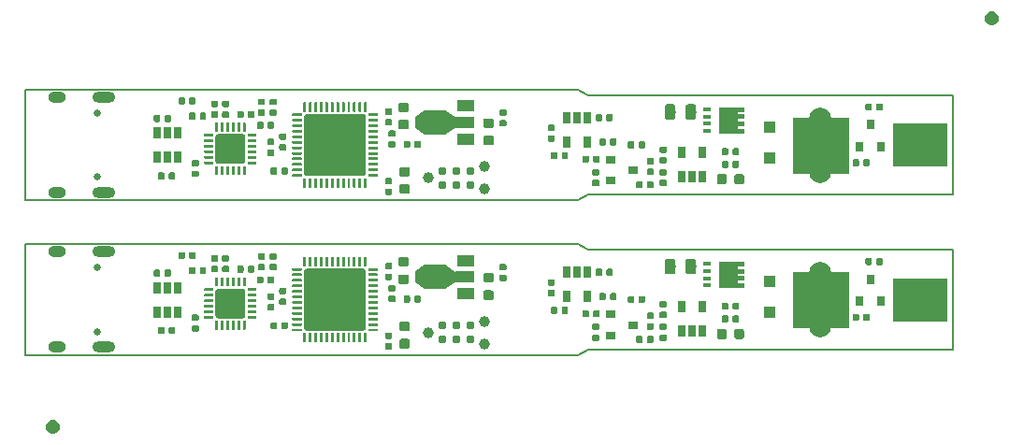
<source format=gts>
%MOIN*%
%OFA0B0*%
%FSLAX46Y46*%
%IPPOS*%
%LPD*%
%ADD10C,0.0039370078740157488*%
%ADD11C,0.005905511811023622*%
%ADD12C,0.023228346456692913*%
%ADD13R,0.043307086614173235X0.043307086614173235*%
%ADD14R,0.025590551181102365X0.041732283464566935*%
%ADD15C,0.038385826771653545*%
%ADD16C,0.00984251968503937*%
%ADD17C,0.10629921259842522*%
%ADD18O,0.082677165354330714X0.03937007874015748*%
%ADD19O,0.062992125984251982X0.03937007874015748*%
%ADD20C,0.025590551181102365*%
%ADD21R,0.19685039370078741X0.15590551181102363*%
%ADD22C,0.0309*%
%ADD23C,0.038900000000000004*%
%ADD24C,0.0388*%
%ADD25R,0.027559055118110236X0.016535433070866142*%
%ADD26C,0.0673228346456693*%
%ADD27C,0.07874015748031496*%
%ADD28C,0.034448818897637797*%
%ADD29C,0.22047244094488189*%
%ADD30R,0.035433070866141732X0.031496062992125991*%
%ADD31C,0.03937007874015748*%
%ADD32R,0.072440944881889777X0.086614173228346469*%
%ADD33R,0.059055118110236227X0.03937007874015748*%
%ADD34R,0.070866141732283464X0.03937007874015748*%
%ADD35C,0.033464566929133861*%
%ADD36R,0.031496062992125991X0.035433070866141732*%
%ADD47C,0.0039370078740157488*%
%ADD48C,0.005905511811023622*%
%ADD49C,0.023228346456692913*%
%ADD50R,0.043307086614173235X0.043307086614173235*%
%ADD51R,0.025590551181102365X0.041732283464566935*%
%ADD52C,0.038385826771653545*%
%ADD53C,0.00984251968503937*%
%ADD54C,0.10629921259842522*%
%ADD55O,0.082677165354330714X0.03937007874015748*%
%ADD56O,0.062992125984251982X0.03937007874015748*%
%ADD57C,0.025590551181102365*%
%ADD58R,0.19685039370078741X0.15590551181102363*%
%ADD59C,0.0309*%
%ADD60C,0.038900000000000004*%
%ADD61C,0.0388*%
%ADD62R,0.027559055118110236X0.016535433070866142*%
%ADD63C,0.0673228346456693*%
%ADD64C,0.07874015748031496*%
%ADD65C,0.034448818897637797*%
%ADD66C,0.22047244094488189*%
%ADD67R,0.035433070866141732X0.031496062992125991*%
%ADD68C,0.03937007874015748*%
%ADD69R,0.072440944881889777X0.086614173228346469*%
%ADD70R,0.059055118110236227X0.03937007874015748*%
%ADD71R,0.070866141732283464X0.03937007874015748*%
%ADD72C,0.033464566929133861*%
%ADD73R,0.031496062992125991X0.035433070866141732*%
%ADD74C,0.005905511811023622*%
%ADD75C,0.005905511811023622*%
D10*
G36*
X0002933070Y0001003937D02*
G01*
X0002736220Y0001003937D01*
X0002736220Y0001200787D01*
X0002933070Y0001200787D01*
X0002933070Y0001003937D01*
G37*
X0002933070Y0001003937D02*
X0002736220Y0001003937D01*
X0002736220Y0001200787D01*
X0002933070Y0001200787D01*
X0002933070Y0001003937D01*
D11*
X0002007874Y0001279527D02*
X0003307086Y0001279527D01*
X0001968503Y0001299212D02*
X0002007874Y0001279527D01*
X0001968503Y0000905511D02*
X0002007874Y0000925196D01*
X0002007874Y0000925196D02*
X0003307086Y0000925196D01*
X0000000000Y0001299212D02*
X0000000000Y0000905511D01*
X0001968503Y0000905511D02*
X0000000000Y0000905511D01*
X0003307086Y0001279527D02*
X0003307086Y0000925196D01*
X0000000000Y0001299212D02*
X0001968503Y0001299212D01*
D10*
G36*
X0000491218Y0001004696D02*
G01*
X0000491782Y0001004612D01*
X0000492335Y0001004474D01*
X0000492871Y0001004282D01*
X0000493387Y0001004038D01*
X0000493875Y0001003745D01*
X0000494333Y0001003406D01*
X0000494755Y0001003023D01*
X0000495138Y0001002601D01*
X0000495478Y0001002143D01*
X0000495770Y0001001654D01*
X0000496014Y0001001139D01*
X0000496206Y0001000603D01*
X0000496345Y0001000050D01*
X0000496428Y0000999486D01*
X0000496456Y0000998917D01*
X0000496456Y0000985334D01*
X0000496428Y0000984765D01*
X0000496345Y0000984201D01*
X0000496206Y0000983648D01*
X0000496014Y0000983112D01*
X0000495770Y0000982597D01*
X0000495478Y0000982108D01*
X0000495138Y0000981650D01*
X0000494755Y0000981228D01*
X0000494333Y0000980845D01*
X0000493875Y0000980506D01*
X0000493387Y0000980213D01*
X0000492871Y0000979969D01*
X0000492335Y0000979777D01*
X0000491782Y0000979639D01*
X0000491218Y0000979555D01*
X0000490649Y0000979527D01*
X0000479035Y0000979527D01*
X0000478466Y0000979555D01*
X0000477902Y0000979639D01*
X0000477349Y0000979777D01*
X0000476813Y0000979969D01*
X0000476297Y0000980213D01*
X0000475809Y0000980506D01*
X0000475351Y0000980845D01*
X0000474929Y0000981228D01*
X0000474546Y0000981650D01*
X0000474207Y0000982108D01*
X0000473914Y0000982597D01*
X0000473670Y0000983112D01*
X0000473478Y0000983648D01*
X0000473339Y0000984201D01*
X0000473256Y0000984765D01*
X0000473228Y0000985334D01*
X0000473228Y0000998917D01*
X0000473256Y0000999486D01*
X0000473339Y0001000050D01*
X0000473478Y0001000603D01*
X0000473670Y0001001139D01*
X0000473914Y0001001654D01*
X0000474207Y0001002143D01*
X0000474546Y0001002601D01*
X0000474929Y0001003023D01*
X0000475351Y0001003406D01*
X0000475809Y0001003745D01*
X0000476297Y0001004038D01*
X0000476813Y0001004282D01*
X0000477349Y0001004474D01*
X0000477902Y0001004612D01*
X0000478466Y0001004696D01*
X0000479035Y0001004724D01*
X0000490649Y0001004724D01*
X0000491218Y0001004696D01*
X0000491218Y0001004696D01*
G37*
D12*
X0000484842Y0000992125D03*
D10*
G36*
X0000529407Y0001004696D02*
G01*
X0000529971Y0001004612D01*
X0000530524Y0001004474D01*
X0000531060Y0001004282D01*
X0000531576Y0001004038D01*
X0000532064Y0001003745D01*
X0000532522Y0001003406D01*
X0000532944Y0001003023D01*
X0000533327Y0001002601D01*
X0000533667Y0001002143D01*
X0000533959Y0001001654D01*
X0000534203Y0001001139D01*
X0000534395Y0001000603D01*
X0000534534Y0001000050D01*
X0000534617Y0000999486D01*
X0000534645Y0000998917D01*
X0000534645Y0000985334D01*
X0000534617Y0000984765D01*
X0000534534Y0000984201D01*
X0000534395Y0000983648D01*
X0000534203Y0000983112D01*
X0000533959Y0000982597D01*
X0000533667Y0000982108D01*
X0000533327Y0000981650D01*
X0000532944Y0000981228D01*
X0000532522Y0000980845D01*
X0000532064Y0000980506D01*
X0000531576Y0000980213D01*
X0000531060Y0000979969D01*
X0000530524Y0000979777D01*
X0000529971Y0000979639D01*
X0000529407Y0000979555D01*
X0000528838Y0000979527D01*
X0000517224Y0000979527D01*
X0000516655Y0000979555D01*
X0000516091Y0000979639D01*
X0000515538Y0000979777D01*
X0000515002Y0000979969D01*
X0000514486Y0000980213D01*
X0000513998Y0000980506D01*
X0000513540Y0000980845D01*
X0000513118Y0000981228D01*
X0000512735Y0000981650D01*
X0000512395Y0000982108D01*
X0000512103Y0000982597D01*
X0000511859Y0000983112D01*
X0000511667Y0000983648D01*
X0000511528Y0000984201D01*
X0000511445Y0000984765D01*
X0000511417Y0000985334D01*
X0000511417Y0000998917D01*
X0000511445Y0000999486D01*
X0000511528Y0001000050D01*
X0000511667Y0001000603D01*
X0000511859Y0001001139D01*
X0000512103Y0001001654D01*
X0000512395Y0001002143D01*
X0000512735Y0001002601D01*
X0000513118Y0001003023D01*
X0000513540Y0001003406D01*
X0000513998Y0001003745D01*
X0000514486Y0001004038D01*
X0000515002Y0001004282D01*
X0000515538Y0001004474D01*
X0000516091Y0001004612D01*
X0000516655Y0001004696D01*
X0000517224Y0001004724D01*
X0000528838Y0001004724D01*
X0000529407Y0001004696D01*
X0000529407Y0001004696D01*
G37*
D12*
X0000523031Y0000992125D03*
D13*
X0002653543Y0001057086D03*
X0002653543Y0001167322D03*
D14*
X0002003937Y0001113385D03*
X0001929133Y0001113385D03*
X0001929133Y0001200000D03*
X0001966535Y0001200000D03*
X0002003937Y0001200000D03*
D10*
G36*
X0002382977Y0001247985D02*
G01*
X0002383909Y0001247847D01*
X0002384823Y0001247618D01*
X0002385709Y0001247300D01*
X0002386561Y0001246898D01*
X0002387368Y0001246414D01*
X0002388125Y0001245853D01*
X0002388823Y0001245220D01*
X0002389455Y0001244522D01*
X0002390016Y0001243766D01*
X0002390500Y0001242958D01*
X0002390903Y0001242107D01*
X0002391220Y0001241220D01*
X0002391449Y0001240307D01*
X0002391587Y0001239375D01*
X0002391633Y0001238435D01*
X0002391633Y0001202509D01*
X0002391587Y0001201569D01*
X0002391449Y0001200637D01*
X0002391220Y0001199724D01*
X0002390903Y0001198837D01*
X0002390500Y0001197986D01*
X0002390016Y0001197178D01*
X0002389455Y0001196421D01*
X0002388823Y0001195724D01*
X0002388125Y0001195091D01*
X0002387368Y0001194530D01*
X0002386561Y0001194046D01*
X0002385709Y0001193643D01*
X0002384823Y0001193326D01*
X0002383909Y0001193097D01*
X0002382977Y0001192959D01*
X0002382037Y0001192913D01*
X0002362844Y0001192913D01*
X0002361903Y0001192959D01*
X0002360972Y0001193097D01*
X0002360058Y0001193326D01*
X0002359172Y0001193643D01*
X0002358320Y0001194046D01*
X0002357512Y0001194530D01*
X0002356756Y0001195091D01*
X0002356058Y0001195724D01*
X0002355426Y0001196421D01*
X0002354865Y0001197178D01*
X0002354381Y0001197986D01*
X0002353978Y0001198837D01*
X0002353661Y0001199724D01*
X0002353432Y0001200637D01*
X0002353294Y0001201569D01*
X0002353248Y0001202509D01*
X0002353248Y0001238435D01*
X0002353294Y0001239375D01*
X0002353432Y0001240307D01*
X0002353661Y0001241220D01*
X0002353978Y0001242107D01*
X0002354381Y0001242958D01*
X0002354865Y0001243766D01*
X0002355426Y0001244522D01*
X0002356058Y0001245220D01*
X0002356756Y0001245853D01*
X0002357512Y0001246414D01*
X0002358320Y0001246898D01*
X0002359172Y0001247300D01*
X0002360058Y0001247618D01*
X0002360972Y0001247847D01*
X0002361903Y0001247985D01*
X0002362844Y0001248031D01*
X0002382037Y0001248031D01*
X0002382977Y0001247985D01*
X0002382977Y0001247985D01*
G37*
D15*
X0002372440Y0001220472D03*
D10*
G36*
X0002309159Y0001247985D02*
G01*
X0002310090Y0001247847D01*
X0002311004Y0001247618D01*
X0002311890Y0001247300D01*
X0002312742Y0001246898D01*
X0002313550Y0001246414D01*
X0002314306Y0001245853D01*
X0002315004Y0001245220D01*
X0002315636Y0001244522D01*
X0002316197Y0001243766D01*
X0002316681Y0001242958D01*
X0002317084Y0001242107D01*
X0002317401Y0001241220D01*
X0002317630Y0001240307D01*
X0002317768Y0001239375D01*
X0002317814Y0001238435D01*
X0002317814Y0001202509D01*
X0002317768Y0001201569D01*
X0002317630Y0001200637D01*
X0002317401Y0001199724D01*
X0002317084Y0001198837D01*
X0002316681Y0001197986D01*
X0002316197Y0001197178D01*
X0002315636Y0001196421D01*
X0002315004Y0001195724D01*
X0002314306Y0001195091D01*
X0002313550Y0001194530D01*
X0002312742Y0001194046D01*
X0002311890Y0001193643D01*
X0002311004Y0001193326D01*
X0002310090Y0001193097D01*
X0002309159Y0001192959D01*
X0002308218Y0001192913D01*
X0002289025Y0001192913D01*
X0002288084Y0001192959D01*
X0002287153Y0001193097D01*
X0002286239Y0001193326D01*
X0002285353Y0001193643D01*
X0002284501Y0001194046D01*
X0002283694Y0001194530D01*
X0002282937Y0001195091D01*
X0002282239Y0001195724D01*
X0002281607Y0001196421D01*
X0002281046Y0001197178D01*
X0002280562Y0001197986D01*
X0002280159Y0001198837D01*
X0002279842Y0001199724D01*
X0002279613Y0001200637D01*
X0002279475Y0001201569D01*
X0002279429Y0001202509D01*
X0002279429Y0001238435D01*
X0002279475Y0001239375D01*
X0002279613Y0001240307D01*
X0002279842Y0001241220D01*
X0002280159Y0001242107D01*
X0002280562Y0001242958D01*
X0002281046Y0001243766D01*
X0002281607Y0001244522D01*
X0002282239Y0001245220D01*
X0002282937Y0001245853D01*
X0002283694Y0001246414D01*
X0002284501Y0001246898D01*
X0002285353Y0001247300D01*
X0002286239Y0001247618D01*
X0002287153Y0001247847D01*
X0002288084Y0001247985D01*
X0002289025Y0001248031D01*
X0002308218Y0001248031D01*
X0002309159Y0001247985D01*
X0002309159Y0001247985D01*
G37*
D15*
X0002298622Y0001220472D03*
D10*
G36*
X0002102636Y0001125956D02*
G01*
X0002103199Y0001125872D01*
X0002103752Y0001125734D01*
X0002104289Y0001125542D01*
X0002104804Y0001125298D01*
X0002105293Y0001125005D01*
X0002105750Y0001124666D01*
X0002106173Y0001124283D01*
X0002106555Y0001123861D01*
X0002106895Y0001123403D01*
X0002107188Y0001122914D01*
X0002107431Y0001122399D01*
X0002107623Y0001121862D01*
X0002107762Y0001121310D01*
X0002107846Y0001120746D01*
X0002107873Y0001120177D01*
X0002107873Y0001106594D01*
X0002107846Y0001106025D01*
X0002107762Y0001105461D01*
X0002107623Y0001104908D01*
X0002107431Y0001104372D01*
X0002107188Y0001103857D01*
X0002106895Y0001103368D01*
X0002106555Y0001102910D01*
X0002106173Y0001102488D01*
X0002105750Y0001102105D01*
X0002105293Y0001101766D01*
X0002104804Y0001101473D01*
X0002104289Y0001101229D01*
X0002103752Y0001101037D01*
X0002103199Y0001100898D01*
X0002102636Y0001100815D01*
X0002102066Y0001100787D01*
X0002090452Y0001100787D01*
X0002089883Y0001100815D01*
X0002089319Y0001100898D01*
X0002088767Y0001101037D01*
X0002088230Y0001101229D01*
X0002087715Y0001101473D01*
X0002087226Y0001101766D01*
X0002086768Y0001102105D01*
X0002086346Y0001102488D01*
X0002085963Y0001102910D01*
X0002085624Y0001103368D01*
X0002085331Y0001103857D01*
X0002085087Y0001104372D01*
X0002084895Y0001104908D01*
X0002084757Y0001105461D01*
X0002084673Y0001106025D01*
X0002084645Y0001106594D01*
X0002084645Y0001120177D01*
X0002084673Y0001120746D01*
X0002084757Y0001121310D01*
X0002084895Y0001121862D01*
X0002085087Y0001122399D01*
X0002085331Y0001122914D01*
X0002085624Y0001123403D01*
X0002085963Y0001123861D01*
X0002086346Y0001124283D01*
X0002086768Y0001124666D01*
X0002087226Y0001125005D01*
X0002087715Y0001125298D01*
X0002088230Y0001125542D01*
X0002088767Y0001125734D01*
X0002089319Y0001125872D01*
X0002089883Y0001125956D01*
X0002090452Y0001125984D01*
X0002102066Y0001125984D01*
X0002102636Y0001125956D01*
X0002102636Y0001125956D01*
G37*
D12*
X0002096259Y0001113385D03*
D10*
G36*
X0002064447Y0001125956D02*
G01*
X0002065010Y0001125872D01*
X0002065563Y0001125734D01*
X0002066100Y0001125542D01*
X0002066615Y0001125298D01*
X0002067104Y0001125005D01*
X0002067561Y0001124666D01*
X0002067984Y0001124283D01*
X0002068366Y0001123861D01*
X0002068706Y0001123403D01*
X0002068999Y0001122914D01*
X0002069242Y0001122399D01*
X0002069435Y0001121862D01*
X0002069573Y0001121310D01*
X0002069657Y0001120746D01*
X0002069685Y0001120177D01*
X0002069685Y0001106594D01*
X0002069657Y0001106025D01*
X0002069573Y0001105461D01*
X0002069435Y0001104908D01*
X0002069242Y0001104372D01*
X0002068999Y0001103857D01*
X0002068706Y0001103368D01*
X0002068366Y0001102910D01*
X0002067984Y0001102488D01*
X0002067561Y0001102105D01*
X0002067104Y0001101766D01*
X0002066615Y0001101473D01*
X0002066100Y0001101229D01*
X0002065563Y0001101037D01*
X0002065010Y0001100898D01*
X0002064447Y0001100815D01*
X0002063877Y0001100787D01*
X0002052263Y0001100787D01*
X0002051694Y0001100815D01*
X0002051130Y0001100898D01*
X0002050578Y0001101037D01*
X0002050041Y0001101229D01*
X0002049526Y0001101473D01*
X0002049037Y0001101766D01*
X0002048579Y0001102105D01*
X0002048157Y0001102488D01*
X0002047774Y0001102910D01*
X0002047435Y0001103368D01*
X0002047142Y0001103857D01*
X0002046898Y0001104372D01*
X0002046706Y0001104908D01*
X0002046568Y0001105461D01*
X0002046484Y0001106025D01*
X0002046456Y0001106594D01*
X0002046456Y0001120177D01*
X0002046484Y0001120746D01*
X0002046568Y0001121310D01*
X0002046706Y0001121862D01*
X0002046898Y0001122399D01*
X0002047142Y0001122914D01*
X0002047435Y0001123403D01*
X0002047774Y0001123861D01*
X0002048157Y0001124283D01*
X0002048579Y0001124666D01*
X0002049037Y0001125005D01*
X0002049526Y0001125298D01*
X0002050041Y0001125542D01*
X0002050578Y0001125734D01*
X0002051130Y0001125872D01*
X0002051694Y0001125956D01*
X0002052263Y0001125984D01*
X0002063877Y0001125984D01*
X0002064447Y0001125956D01*
X0002064447Y0001125956D01*
G37*
D12*
X0002058070Y0001113385D03*
D10*
G36*
X0002051258Y0001212570D02*
G01*
X0002051821Y0001212486D01*
X0002052374Y0001212348D01*
X0002052911Y0001212156D01*
X0002053426Y0001211912D01*
X0002053915Y0001211619D01*
X0002054372Y0001211280D01*
X0002054795Y0001210897D01*
X0002055177Y0001210475D01*
X0002055517Y0001210017D01*
X0002055810Y0001209528D01*
X0002056054Y0001209013D01*
X0002056245Y0001208477D01*
X0002056384Y0001207924D01*
X0002056468Y0001207360D01*
X0002056496Y0001206791D01*
X0002056496Y0001193208D01*
X0002056468Y0001192639D01*
X0002056384Y0001192075D01*
X0002056245Y0001191522D01*
X0002056054Y0001190986D01*
X0002055810Y0001190471D01*
X0002055517Y0001189982D01*
X0002055177Y0001189524D01*
X0002054795Y0001189102D01*
X0002054372Y0001188719D01*
X0002053915Y0001188380D01*
X0002053426Y0001188087D01*
X0002052911Y0001187843D01*
X0002052374Y0001187651D01*
X0002051821Y0001187513D01*
X0002051258Y0001187429D01*
X0002050688Y0001187401D01*
X0002039074Y0001187401D01*
X0002038505Y0001187429D01*
X0002037941Y0001187513D01*
X0002037389Y0001187651D01*
X0002036852Y0001187843D01*
X0002036337Y0001188087D01*
X0002035848Y0001188380D01*
X0002035390Y0001188719D01*
X0002034968Y0001189102D01*
X0002034585Y0001189524D01*
X0002034246Y0001189982D01*
X0002033953Y0001190471D01*
X0002033709Y0001190986D01*
X0002033517Y0001191522D01*
X0002033379Y0001192075D01*
X0002033295Y0001192639D01*
X0002033267Y0001193208D01*
X0002033267Y0001206791D01*
X0002033295Y0001207360D01*
X0002033379Y0001207924D01*
X0002033517Y0001208477D01*
X0002033709Y0001209013D01*
X0002033953Y0001209528D01*
X0002034246Y0001210017D01*
X0002034585Y0001210475D01*
X0002034968Y0001210897D01*
X0002035390Y0001211280D01*
X0002035848Y0001211619D01*
X0002036337Y0001211912D01*
X0002036852Y0001212156D01*
X0002037389Y0001212348D01*
X0002037941Y0001212486D01*
X0002038505Y0001212570D01*
X0002039074Y0001212598D01*
X0002050688Y0001212598D01*
X0002051258Y0001212570D01*
X0002051258Y0001212570D01*
G37*
D12*
X0002044881Y0001200000D03*
D10*
G36*
X0002089447Y0001212570D02*
G01*
X0002090010Y0001212486D01*
X0002090563Y0001212348D01*
X0002091100Y0001212156D01*
X0002091615Y0001211912D01*
X0002092104Y0001211619D01*
X0002092561Y0001211280D01*
X0002092984Y0001210897D01*
X0002093366Y0001210475D01*
X0002093706Y0001210017D01*
X0002093999Y0001209528D01*
X0002094242Y0001209013D01*
X0002094434Y0001208477D01*
X0002094573Y0001207924D01*
X0002094657Y0001207360D01*
X0002094685Y0001206791D01*
X0002094685Y0001193208D01*
X0002094657Y0001192639D01*
X0002094573Y0001192075D01*
X0002094434Y0001191522D01*
X0002094242Y0001190986D01*
X0002093999Y0001190471D01*
X0002093706Y0001189982D01*
X0002093366Y0001189524D01*
X0002092984Y0001189102D01*
X0002092561Y0001188719D01*
X0002092104Y0001188380D01*
X0002091615Y0001188087D01*
X0002091100Y0001187843D01*
X0002090563Y0001187651D01*
X0002090010Y0001187513D01*
X0002089447Y0001187429D01*
X0002088877Y0001187401D01*
X0002077263Y0001187401D01*
X0002076694Y0001187429D01*
X0002076130Y0001187513D01*
X0002075578Y0001187651D01*
X0002075041Y0001187843D01*
X0002074526Y0001188087D01*
X0002074037Y0001188380D01*
X0002073579Y0001188719D01*
X0002073157Y0001189102D01*
X0002072774Y0001189524D01*
X0002072435Y0001189982D01*
X0002072142Y0001190471D01*
X0002071898Y0001190986D01*
X0002071706Y0001191522D01*
X0002071568Y0001192075D01*
X0002071484Y0001192639D01*
X0002071456Y0001193208D01*
X0002071456Y0001206791D01*
X0002071484Y0001207360D01*
X0002071568Y0001207924D01*
X0002071706Y0001208477D01*
X0002071898Y0001209013D01*
X0002072142Y0001209528D01*
X0002072435Y0001210017D01*
X0002072774Y0001210475D01*
X0002073157Y0001210897D01*
X0002073579Y0001211280D01*
X0002074037Y0001211619D01*
X0002074526Y0001211912D01*
X0002075041Y0001212156D01*
X0002075578Y0001212348D01*
X0002076130Y0001212486D01*
X0002076694Y0001212570D01*
X0002077263Y0001212598D01*
X0002088877Y0001212598D01*
X0002089447Y0001212570D01*
X0002089447Y0001212570D01*
G37*
D12*
X0002083070Y0001200000D03*
D10*
G36*
X0001882163Y0001175365D02*
G01*
X0001882727Y0001175282D01*
X0001883280Y0001175143D01*
X0001883816Y0001174951D01*
X0001884331Y0001174707D01*
X0001884820Y0001174415D01*
X0001885278Y0001174075D01*
X0001885700Y0001173692D01*
X0001886083Y0001173270D01*
X0001886422Y0001172812D01*
X0001886715Y0001172324D01*
X0001886959Y0001171808D01*
X0001887151Y0001171272D01*
X0001887290Y0001170719D01*
X0001887373Y0001170155D01*
X0001887401Y0001169586D01*
X0001887401Y0001157972D01*
X0001887373Y0001157403D01*
X0001887290Y0001156839D01*
X0001887151Y0001156286D01*
X0001886959Y0001155750D01*
X0001886715Y0001155234D01*
X0001886422Y0001154746D01*
X0001886083Y0001154288D01*
X0001885700Y0001153866D01*
X0001885278Y0001153483D01*
X0001884820Y0001153143D01*
X0001884331Y0001152851D01*
X0001883816Y0001152607D01*
X0001883280Y0001152415D01*
X0001882727Y0001152276D01*
X0001882163Y0001152193D01*
X0001881594Y0001152165D01*
X0001868011Y0001152165D01*
X0001867442Y0001152193D01*
X0001866878Y0001152276D01*
X0001866326Y0001152415D01*
X0001865789Y0001152607D01*
X0001865274Y0001152851D01*
X0001864785Y0001153143D01*
X0001864327Y0001153483D01*
X0001863905Y0001153866D01*
X0001863522Y0001154288D01*
X0001863183Y0001154746D01*
X0001862890Y0001155234D01*
X0001862646Y0001155750D01*
X0001862454Y0001156286D01*
X0001862316Y0001156839D01*
X0001862232Y0001157403D01*
X0001862204Y0001157972D01*
X0001862204Y0001169586D01*
X0001862232Y0001170155D01*
X0001862316Y0001170719D01*
X0001862454Y0001171272D01*
X0001862646Y0001171808D01*
X0001862890Y0001172324D01*
X0001863183Y0001172812D01*
X0001863522Y0001173270D01*
X0001863905Y0001173692D01*
X0001864327Y0001174075D01*
X0001864785Y0001174415D01*
X0001865274Y0001174707D01*
X0001865789Y0001174951D01*
X0001866326Y0001175143D01*
X0001866878Y0001175282D01*
X0001867442Y0001175365D01*
X0001868011Y0001175393D01*
X0001881594Y0001175393D01*
X0001882163Y0001175365D01*
X0001882163Y0001175365D01*
G37*
D12*
X0001874803Y0001163779D03*
D10*
G36*
X0001882163Y0001137176D02*
G01*
X0001882727Y0001137093D01*
X0001883280Y0001136954D01*
X0001883816Y0001136762D01*
X0001884331Y0001136518D01*
X0001884820Y0001136226D01*
X0001885278Y0001135886D01*
X0001885700Y0001135503D01*
X0001886083Y0001135081D01*
X0001886422Y0001134623D01*
X0001886715Y0001134135D01*
X0001886959Y0001133619D01*
X0001887151Y0001133083D01*
X0001887290Y0001132530D01*
X0001887373Y0001131966D01*
X0001887401Y0001131397D01*
X0001887401Y0001119783D01*
X0001887373Y0001119214D01*
X0001887290Y0001118650D01*
X0001887151Y0001118097D01*
X0001886959Y0001117561D01*
X0001886715Y0001117045D01*
X0001886422Y0001116557D01*
X0001886083Y0001116099D01*
X0001885700Y0001115677D01*
X0001885278Y0001115294D01*
X0001884820Y0001114955D01*
X0001884331Y0001114662D01*
X0001883816Y0001114418D01*
X0001883280Y0001114226D01*
X0001882727Y0001114087D01*
X0001882163Y0001114004D01*
X0001881594Y0001113976D01*
X0001868011Y0001113976D01*
X0001867442Y0001114004D01*
X0001866878Y0001114087D01*
X0001866326Y0001114226D01*
X0001865789Y0001114418D01*
X0001865274Y0001114662D01*
X0001864785Y0001114955D01*
X0001864327Y0001115294D01*
X0001863905Y0001115677D01*
X0001863522Y0001116099D01*
X0001863183Y0001116557D01*
X0001862890Y0001117045D01*
X0001862646Y0001117561D01*
X0001862454Y0001118097D01*
X0001862316Y0001118650D01*
X0001862232Y0001119214D01*
X0001862204Y0001119783D01*
X0001862204Y0001131397D01*
X0001862232Y0001131966D01*
X0001862316Y0001132530D01*
X0001862454Y0001133083D01*
X0001862646Y0001133619D01*
X0001862890Y0001134135D01*
X0001863183Y0001134623D01*
X0001863522Y0001135081D01*
X0001863905Y0001135503D01*
X0001864327Y0001135886D01*
X0001864785Y0001136226D01*
X0001865274Y0001136518D01*
X0001865789Y0001136762D01*
X0001866326Y0001136954D01*
X0001866878Y0001137093D01*
X0001867442Y0001137176D01*
X0001868011Y0001137204D01*
X0001881594Y0001137204D01*
X0001882163Y0001137176D01*
X0001882163Y0001137176D01*
G37*
D12*
X0001874803Y0001125590D03*
D10*
G36*
X0001929801Y0001077137D02*
G01*
X0001930365Y0001077053D01*
X0001930917Y0001076915D01*
X0001931454Y0001076723D01*
X0001931969Y0001076479D01*
X0001932458Y0001076186D01*
X0001932916Y0001075847D01*
X0001933338Y0001075464D01*
X0001933721Y0001075042D01*
X0001934060Y0001074584D01*
X0001934353Y0001074095D01*
X0001934597Y0001073580D01*
X0001934789Y0001073043D01*
X0001934927Y0001072491D01*
X0001935011Y0001071927D01*
X0001935039Y0001071358D01*
X0001935039Y0001057775D01*
X0001935011Y0001057206D01*
X0001934927Y0001056642D01*
X0001934789Y0001056089D01*
X0001934597Y0001055553D01*
X0001934353Y0001055038D01*
X0001934060Y0001054549D01*
X0001933721Y0001054091D01*
X0001933338Y0001053669D01*
X0001932916Y0001053286D01*
X0001932458Y0001052947D01*
X0001931969Y0001052654D01*
X0001931454Y0001052410D01*
X0001930917Y0001052218D01*
X0001930365Y0001052080D01*
X0001929801Y0001051996D01*
X0001929232Y0001051968D01*
X0001917618Y0001051968D01*
X0001917048Y0001051996D01*
X0001916485Y0001052080D01*
X0001915932Y0001052218D01*
X0001915395Y0001052410D01*
X0001914880Y0001052654D01*
X0001914391Y0001052947D01*
X0001913934Y0001053286D01*
X0001913511Y0001053669D01*
X0001913129Y0001054091D01*
X0001912789Y0001054549D01*
X0001912496Y0001055038D01*
X0001912253Y0001055553D01*
X0001912061Y0001056089D01*
X0001911922Y0001056642D01*
X0001911838Y0001057206D01*
X0001911811Y0001057775D01*
X0001911811Y0001071358D01*
X0001911838Y0001071927D01*
X0001911922Y0001072491D01*
X0001912061Y0001073043D01*
X0001912253Y0001073580D01*
X0001912496Y0001074095D01*
X0001912789Y0001074584D01*
X0001913129Y0001075042D01*
X0001913511Y0001075464D01*
X0001913934Y0001075847D01*
X0001914391Y0001076186D01*
X0001914880Y0001076479D01*
X0001915395Y0001076723D01*
X0001915932Y0001076915D01*
X0001916485Y0001077053D01*
X0001917048Y0001077137D01*
X0001917618Y0001077165D01*
X0001929232Y0001077165D01*
X0001929801Y0001077137D01*
X0001929801Y0001077137D01*
G37*
D12*
X0001923425Y0001064566D03*
D10*
G36*
X0001891612Y0001077137D02*
G01*
X0001892176Y0001077053D01*
X0001892729Y0001076915D01*
X0001893265Y0001076723D01*
X0001893780Y0001076479D01*
X0001894269Y0001076186D01*
X0001894727Y0001075847D01*
X0001895149Y0001075464D01*
X0001895532Y0001075042D01*
X0001895871Y0001074584D01*
X0001896164Y0001074095D01*
X0001896408Y0001073580D01*
X0001896600Y0001073043D01*
X0001896738Y0001072491D01*
X0001896822Y0001071927D01*
X0001896850Y0001071358D01*
X0001896850Y0001057775D01*
X0001896822Y0001057206D01*
X0001896738Y0001056642D01*
X0001896600Y0001056089D01*
X0001896408Y0001055553D01*
X0001896164Y0001055038D01*
X0001895871Y0001054549D01*
X0001895532Y0001054091D01*
X0001895149Y0001053669D01*
X0001894727Y0001053286D01*
X0001894269Y0001052947D01*
X0001893780Y0001052654D01*
X0001893265Y0001052410D01*
X0001892729Y0001052218D01*
X0001892176Y0001052080D01*
X0001891612Y0001051996D01*
X0001891043Y0001051968D01*
X0001879429Y0001051968D01*
X0001878859Y0001051996D01*
X0001878296Y0001052080D01*
X0001877743Y0001052218D01*
X0001877206Y0001052410D01*
X0001876691Y0001052654D01*
X0001876202Y0001052947D01*
X0001875745Y0001053286D01*
X0001875322Y0001053669D01*
X0001874940Y0001054091D01*
X0001874600Y0001054549D01*
X0001874307Y0001055038D01*
X0001874064Y0001055553D01*
X0001873872Y0001056089D01*
X0001873733Y0001056642D01*
X0001873650Y0001057206D01*
X0001873622Y0001057775D01*
X0001873622Y0001071358D01*
X0001873650Y0001071927D01*
X0001873733Y0001072491D01*
X0001873872Y0001073043D01*
X0001874064Y0001073580D01*
X0001874307Y0001074095D01*
X0001874600Y0001074584D01*
X0001874940Y0001075042D01*
X0001875322Y0001075464D01*
X0001875745Y0001075847D01*
X0001876202Y0001076186D01*
X0001876691Y0001076479D01*
X0001877206Y0001076723D01*
X0001877743Y0001076915D01*
X0001878296Y0001077053D01*
X0001878859Y0001077137D01*
X0001879429Y0001077165D01*
X0001891043Y0001077165D01*
X0001891612Y0001077137D01*
X0001891612Y0001077137D01*
G37*
D12*
X0001885236Y0001064566D03*
D10*
G36*
X0000925077Y0001144460D02*
G01*
X0000925640Y0001144376D01*
X0000926193Y0001144238D01*
X0000926730Y0001144046D01*
X0000927245Y0001143802D01*
X0000927734Y0001143509D01*
X0000928191Y0001143170D01*
X0000928614Y0001142787D01*
X0000928996Y0001142365D01*
X0000929336Y0001141907D01*
X0000929629Y0001141418D01*
X0000929872Y0001140903D01*
X0000930064Y0001140366D01*
X0000930203Y0001139813D01*
X0000930286Y0001139250D01*
X0000930314Y0001138681D01*
X0000930314Y0001127066D01*
X0000930286Y0001126497D01*
X0000930203Y0001125934D01*
X0000930064Y0001125381D01*
X0000929872Y0001124844D01*
X0000929629Y0001124329D01*
X0000929336Y0001123840D01*
X0000928996Y0001123382D01*
X0000928614Y0001122960D01*
X0000928191Y0001122577D01*
X0000927734Y0001122238D01*
X0000927245Y0001121945D01*
X0000926730Y0001121701D01*
X0000926193Y0001121509D01*
X0000925640Y0001121371D01*
X0000925077Y0001121287D01*
X0000924507Y0001121259D01*
X0000910925Y0001121259D01*
X0000910355Y0001121287D01*
X0000909792Y0001121371D01*
X0000909239Y0001121509D01*
X0000908702Y0001121701D01*
X0000908187Y0001121945D01*
X0000907698Y0001122238D01*
X0000907241Y0001122577D01*
X0000906818Y0001122960D01*
X0000906436Y0001123382D01*
X0000906096Y0001123840D01*
X0000905803Y0001124329D01*
X0000905560Y0001124844D01*
X0000905368Y0001125381D01*
X0000905229Y0001125934D01*
X0000905146Y0001126497D01*
X0000905118Y0001127066D01*
X0000905118Y0001138681D01*
X0000905146Y0001139250D01*
X0000905229Y0001139813D01*
X0000905368Y0001140366D01*
X0000905560Y0001140903D01*
X0000905803Y0001141418D01*
X0000906096Y0001141907D01*
X0000906436Y0001142365D01*
X0000906818Y0001142787D01*
X0000907241Y0001143170D01*
X0000907698Y0001143509D01*
X0000908187Y0001143802D01*
X0000908702Y0001144046D01*
X0000909239Y0001144238D01*
X0000909792Y0001144376D01*
X0000910355Y0001144460D01*
X0000910925Y0001144488D01*
X0000924507Y0001144488D01*
X0000925077Y0001144460D01*
X0000925077Y0001144460D01*
G37*
D12*
X0000917716Y0001132874D03*
D10*
G36*
X0000925077Y0001106271D02*
G01*
X0000925640Y0001106187D01*
X0000926193Y0001106049D01*
X0000926730Y0001105857D01*
X0000927245Y0001105613D01*
X0000927734Y0001105320D01*
X0000928191Y0001104981D01*
X0000928614Y0001104598D01*
X0000928996Y0001104176D01*
X0000929336Y0001103718D01*
X0000929629Y0001103229D01*
X0000929872Y0001102714D01*
X0000930064Y0001102177D01*
X0000930203Y0001101625D01*
X0000930286Y0001101061D01*
X0000930314Y0001100492D01*
X0000930314Y0001088877D01*
X0000930286Y0001088308D01*
X0000930203Y0001087745D01*
X0000930064Y0001087192D01*
X0000929872Y0001086655D01*
X0000929629Y0001086140D01*
X0000929336Y0001085651D01*
X0000928996Y0001085193D01*
X0000928614Y0001084771D01*
X0000928191Y0001084389D01*
X0000927734Y0001084049D01*
X0000927245Y0001083756D01*
X0000926730Y0001083512D01*
X0000926193Y0001083320D01*
X0000925640Y0001083182D01*
X0000925077Y0001083098D01*
X0000924507Y0001083070D01*
X0000910925Y0001083070D01*
X0000910355Y0001083098D01*
X0000909792Y0001083182D01*
X0000909239Y0001083320D01*
X0000908702Y0001083512D01*
X0000908187Y0001083756D01*
X0000907698Y0001084049D01*
X0000907241Y0001084389D01*
X0000906818Y0001084771D01*
X0000906436Y0001085193D01*
X0000906096Y0001085651D01*
X0000905803Y0001086140D01*
X0000905560Y0001086655D01*
X0000905368Y0001087192D01*
X0000905229Y0001087745D01*
X0000905146Y0001088308D01*
X0000905118Y0001088877D01*
X0000905118Y0001100492D01*
X0000905146Y0001101061D01*
X0000905229Y0001101625D01*
X0000905368Y0001102177D01*
X0000905560Y0001102714D01*
X0000905803Y0001103229D01*
X0000906096Y0001103718D01*
X0000906436Y0001104176D01*
X0000906818Y0001104598D01*
X0000907241Y0001104981D01*
X0000907698Y0001105320D01*
X0000908187Y0001105613D01*
X0000908702Y0001105857D01*
X0000909239Y0001106049D01*
X0000909792Y0001106187D01*
X0000910355Y0001106271D01*
X0000910925Y0001106299D01*
X0000924507Y0001106299D01*
X0000925077Y0001106271D01*
X0000925077Y0001106271D01*
G37*
D12*
X0000917716Y0001094685D03*
D10*
G36*
X0001404801Y0001116901D02*
G01*
X0001405365Y0001116817D01*
X0001405917Y0001116679D01*
X0001406454Y0001116487D01*
X0001406969Y0001116243D01*
X0001407458Y0001115950D01*
X0001407916Y0001115610D01*
X0001408338Y0001115228D01*
X0001408721Y0001114806D01*
X0001409060Y0001114348D01*
X0001409353Y0001113859D01*
X0001409597Y0001113344D01*
X0001409789Y0001112807D01*
X0001409927Y0001112254D01*
X0001410011Y0001111691D01*
X0001410039Y0001111122D01*
X0001410039Y0001097539D01*
X0001410011Y0001096970D01*
X0001409927Y0001096406D01*
X0001409789Y0001095853D01*
X0001409597Y0001095317D01*
X0001409353Y0001094801D01*
X0001409060Y0001094313D01*
X0001408721Y0001093855D01*
X0001408338Y0001093433D01*
X0001407916Y0001093050D01*
X0001407458Y0001092710D01*
X0001406969Y0001092417D01*
X0001406454Y0001092174D01*
X0001405917Y0001091982D01*
X0001405365Y0001091843D01*
X0001404801Y0001091760D01*
X0001404232Y0001091732D01*
X0001392618Y0001091732D01*
X0001392048Y0001091760D01*
X0001391485Y0001091843D01*
X0001390932Y0001091982D01*
X0001390395Y0001092174D01*
X0001389880Y0001092417D01*
X0001389391Y0001092710D01*
X0001388934Y0001093050D01*
X0001388511Y0001093433D01*
X0001388129Y0001093855D01*
X0001387789Y0001094313D01*
X0001387496Y0001094801D01*
X0001387253Y0001095317D01*
X0001387061Y0001095853D01*
X0001386922Y0001096406D01*
X0001386838Y0001096970D01*
X0001386810Y0001097539D01*
X0001386810Y0001111122D01*
X0001386838Y0001111691D01*
X0001386922Y0001112254D01*
X0001387061Y0001112807D01*
X0001387253Y0001113344D01*
X0001387496Y0001113859D01*
X0001387789Y0001114348D01*
X0001388129Y0001114806D01*
X0001388511Y0001115228D01*
X0001388934Y0001115610D01*
X0001389391Y0001115950D01*
X0001389880Y0001116243D01*
X0001390395Y0001116487D01*
X0001390932Y0001116679D01*
X0001391485Y0001116817D01*
X0001392048Y0001116901D01*
X0001392618Y0001116929D01*
X0001404232Y0001116929D01*
X0001404801Y0001116901D01*
X0001404801Y0001116901D01*
G37*
D12*
X0001398425Y0001104330D03*
D10*
G36*
X0001366612Y0001116901D02*
G01*
X0001367176Y0001116817D01*
X0001367729Y0001116679D01*
X0001368265Y0001116487D01*
X0001368780Y0001116243D01*
X0001369269Y0001115950D01*
X0001369727Y0001115610D01*
X0001370149Y0001115228D01*
X0001370532Y0001114806D01*
X0001370871Y0001114348D01*
X0001371164Y0001113859D01*
X0001371408Y0001113344D01*
X0001371600Y0001112807D01*
X0001371738Y0001112254D01*
X0001371822Y0001111691D01*
X0001371850Y0001111122D01*
X0001371850Y0001097539D01*
X0001371822Y0001096970D01*
X0001371738Y0001096406D01*
X0001371600Y0001095853D01*
X0001371408Y0001095317D01*
X0001371164Y0001094801D01*
X0001370871Y0001094313D01*
X0001370532Y0001093855D01*
X0001370149Y0001093433D01*
X0001369727Y0001093050D01*
X0001369269Y0001092710D01*
X0001368780Y0001092417D01*
X0001368265Y0001092174D01*
X0001367729Y0001091982D01*
X0001367176Y0001091843D01*
X0001366612Y0001091760D01*
X0001366043Y0001091732D01*
X0001354429Y0001091732D01*
X0001353859Y0001091760D01*
X0001353296Y0001091843D01*
X0001352743Y0001091982D01*
X0001352206Y0001092174D01*
X0001351691Y0001092417D01*
X0001351202Y0001092710D01*
X0001350745Y0001093050D01*
X0001350322Y0001093433D01*
X0001349940Y0001093855D01*
X0001349600Y0001094313D01*
X0001349307Y0001094801D01*
X0001349064Y0001095317D01*
X0001348872Y0001095853D01*
X0001348733Y0001096406D01*
X0001348649Y0001096970D01*
X0001348622Y0001097539D01*
X0001348622Y0001111122D01*
X0001348649Y0001111691D01*
X0001348733Y0001112254D01*
X0001348872Y0001112807D01*
X0001349064Y0001113344D01*
X0001349307Y0001113859D01*
X0001349600Y0001114348D01*
X0001349940Y0001114806D01*
X0001350322Y0001115228D01*
X0001350745Y0001115610D01*
X0001351202Y0001115950D01*
X0001351691Y0001116243D01*
X0001352206Y0001116487D01*
X0001352743Y0001116679D01*
X0001353296Y0001116817D01*
X0001353859Y0001116901D01*
X0001354429Y0001116929D01*
X0001366043Y0001116929D01*
X0001366612Y0001116901D01*
X0001366612Y0001116901D01*
G37*
D12*
X0001360236Y0001104330D03*
D10*
G36*
X0000684985Y0001182074D02*
G01*
X0000685224Y0001182039D01*
X0000685458Y0001181980D01*
X0000685685Y0001181899D01*
X0000685903Y0001181796D01*
X0000686111Y0001181671D01*
X0000686305Y0001181528D01*
X0000686484Y0001181365D01*
X0000686646Y0001181187D01*
X0000686790Y0001180993D01*
X0000686914Y0001180785D01*
X0000687017Y0001180567D01*
X0000687098Y0001180340D01*
X0000687157Y0001180106D01*
X0000687192Y0001179867D01*
X0000687204Y0001179625D01*
X0000687204Y0001152066D01*
X0000687192Y0001151825D01*
X0000687157Y0001151586D01*
X0000687098Y0001151352D01*
X0000687017Y0001151125D01*
X0000686914Y0001150906D01*
X0000686790Y0001150699D01*
X0000686646Y0001150505D01*
X0000686484Y0001150327D01*
X0000686305Y0001150164D01*
X0000686111Y0001150020D01*
X0000685903Y0001149896D01*
X0000685685Y0001149793D01*
X0000685458Y0001149712D01*
X0000685224Y0001149653D01*
X0000684985Y0001149618D01*
X0000684744Y0001149606D01*
X0000679822Y0001149606D01*
X0000679581Y0001149618D01*
X0000679342Y0001149653D01*
X0000679108Y0001149712D01*
X0000678881Y0001149793D01*
X0000678662Y0001149896D01*
X0000678455Y0001150020D01*
X0000678261Y0001150164D01*
X0000678082Y0001150327D01*
X0000677920Y0001150505D01*
X0000677776Y0001150699D01*
X0000677652Y0001150906D01*
X0000677549Y0001151125D01*
X0000677468Y0001151352D01*
X0000677409Y0001151586D01*
X0000677374Y0001151825D01*
X0000677362Y0001152066D01*
X0000677362Y0001179625D01*
X0000677374Y0001179867D01*
X0000677409Y0001180106D01*
X0000677468Y0001180340D01*
X0000677549Y0001180567D01*
X0000677652Y0001180785D01*
X0000677776Y0001180993D01*
X0000677920Y0001181187D01*
X0000678082Y0001181365D01*
X0000678261Y0001181528D01*
X0000678455Y0001181671D01*
X0000678662Y0001181796D01*
X0000678881Y0001181899D01*
X0000679108Y0001181980D01*
X0000679342Y0001182039D01*
X0000679581Y0001182074D01*
X0000679822Y0001182086D01*
X0000684744Y0001182086D01*
X0000684985Y0001182074D01*
X0000684985Y0001182074D01*
G37*
D16*
X0000682283Y0001165846D03*
D10*
G36*
X0000704670Y0001182074D02*
G01*
X0000704909Y0001182039D01*
X0000705143Y0001181980D01*
X0000705370Y0001181899D01*
X0000705589Y0001181796D01*
X0000705796Y0001181671D01*
X0000705990Y0001181528D01*
X0000706169Y0001181365D01*
X0000706331Y0001181187D01*
X0000706475Y0001180993D01*
X0000706599Y0001180785D01*
X0000706702Y0001180567D01*
X0000706783Y0001180340D01*
X0000706842Y0001180106D01*
X0000706877Y0001179867D01*
X0000706889Y0001179625D01*
X0000706889Y0001152066D01*
X0000706877Y0001151825D01*
X0000706842Y0001151586D01*
X0000706783Y0001151352D01*
X0000706702Y0001151125D01*
X0000706599Y0001150906D01*
X0000706475Y0001150699D01*
X0000706331Y0001150505D01*
X0000706169Y0001150327D01*
X0000705990Y0001150164D01*
X0000705796Y0001150020D01*
X0000705589Y0001149896D01*
X0000705370Y0001149793D01*
X0000705143Y0001149712D01*
X0000704909Y0001149653D01*
X0000704670Y0001149618D01*
X0000704429Y0001149606D01*
X0000699507Y0001149606D01*
X0000699266Y0001149618D01*
X0000699027Y0001149653D01*
X0000698793Y0001149712D01*
X0000698566Y0001149793D01*
X0000698347Y0001149896D01*
X0000698140Y0001150020D01*
X0000697946Y0001150164D01*
X0000697767Y0001150327D01*
X0000697605Y0001150505D01*
X0000697461Y0001150699D01*
X0000697337Y0001150906D01*
X0000697234Y0001151125D01*
X0000697153Y0001151352D01*
X0000697094Y0001151586D01*
X0000697059Y0001151825D01*
X0000697047Y0001152066D01*
X0000697047Y0001179625D01*
X0000697059Y0001179867D01*
X0000697094Y0001180106D01*
X0000697153Y0001180340D01*
X0000697234Y0001180567D01*
X0000697337Y0001180785D01*
X0000697461Y0001180993D01*
X0000697605Y0001181187D01*
X0000697767Y0001181365D01*
X0000697946Y0001181528D01*
X0000698140Y0001181671D01*
X0000698347Y0001181796D01*
X0000698566Y0001181899D01*
X0000698793Y0001181980D01*
X0000699027Y0001182039D01*
X0000699266Y0001182074D01*
X0000699507Y0001182086D01*
X0000704429Y0001182086D01*
X0000704670Y0001182074D01*
X0000704670Y0001182074D01*
G37*
D16*
X0000701968Y0001165846D03*
D10*
G36*
X0000724355Y0001182074D02*
G01*
X0000724594Y0001182039D01*
X0000724828Y0001181980D01*
X0000725055Y0001181899D01*
X0000725274Y0001181796D01*
X0000725481Y0001181671D01*
X0000725675Y0001181528D01*
X0000725854Y0001181365D01*
X0000726016Y0001181187D01*
X0000726160Y0001180993D01*
X0000726284Y0001180785D01*
X0000726387Y0001180567D01*
X0000726468Y0001180340D01*
X0000726527Y0001180106D01*
X0000726562Y0001179867D01*
X0000726574Y0001179625D01*
X0000726574Y0001152066D01*
X0000726562Y0001151825D01*
X0000726527Y0001151586D01*
X0000726468Y0001151352D01*
X0000726387Y0001151125D01*
X0000726284Y0001150906D01*
X0000726160Y0001150699D01*
X0000726016Y0001150505D01*
X0000725854Y0001150327D01*
X0000725675Y0001150164D01*
X0000725481Y0001150020D01*
X0000725274Y0001149896D01*
X0000725055Y0001149793D01*
X0000724828Y0001149712D01*
X0000724594Y0001149653D01*
X0000724355Y0001149618D01*
X0000724114Y0001149606D01*
X0000719192Y0001149606D01*
X0000718951Y0001149618D01*
X0000718712Y0001149653D01*
X0000718478Y0001149712D01*
X0000718251Y0001149793D01*
X0000718032Y0001149896D01*
X0000717825Y0001150020D01*
X0000717631Y0001150164D01*
X0000717452Y0001150327D01*
X0000717290Y0001150505D01*
X0000717146Y0001150699D01*
X0000717022Y0001150906D01*
X0000716919Y0001151125D01*
X0000716838Y0001151352D01*
X0000716779Y0001151586D01*
X0000716744Y0001151825D01*
X0000716732Y0001152066D01*
X0000716732Y0001179625D01*
X0000716744Y0001179867D01*
X0000716779Y0001180106D01*
X0000716838Y0001180340D01*
X0000716919Y0001180567D01*
X0000717022Y0001180785D01*
X0000717146Y0001180993D01*
X0000717290Y0001181187D01*
X0000717452Y0001181365D01*
X0000717631Y0001181528D01*
X0000717825Y0001181671D01*
X0000718032Y0001181796D01*
X0000718251Y0001181899D01*
X0000718478Y0001181980D01*
X0000718712Y0001182039D01*
X0000718951Y0001182074D01*
X0000719192Y0001182086D01*
X0000724114Y0001182086D01*
X0000724355Y0001182074D01*
X0000724355Y0001182074D01*
G37*
D16*
X0000721653Y0001165846D03*
D10*
G36*
X0000744040Y0001182074D02*
G01*
X0000744279Y0001182039D01*
X0000744513Y0001181980D01*
X0000744740Y0001181899D01*
X0000744959Y0001181796D01*
X0000745166Y0001181671D01*
X0000745360Y0001181528D01*
X0000745539Y0001181365D01*
X0000745701Y0001181187D01*
X0000745845Y0001180993D01*
X0000745969Y0001180785D01*
X0000746072Y0001180567D01*
X0000746153Y0001180340D01*
X0000746212Y0001180106D01*
X0000746247Y0001179867D01*
X0000746259Y0001179625D01*
X0000746259Y0001152066D01*
X0000746247Y0001151825D01*
X0000746212Y0001151586D01*
X0000746153Y0001151352D01*
X0000746072Y0001151125D01*
X0000745969Y0001150906D01*
X0000745845Y0001150699D01*
X0000745701Y0001150505D01*
X0000745539Y0001150327D01*
X0000745360Y0001150164D01*
X0000745166Y0001150020D01*
X0000744959Y0001149896D01*
X0000744740Y0001149793D01*
X0000744513Y0001149712D01*
X0000744279Y0001149653D01*
X0000744040Y0001149618D01*
X0000743799Y0001149606D01*
X0000738877Y0001149606D01*
X0000738636Y0001149618D01*
X0000738397Y0001149653D01*
X0000738163Y0001149712D01*
X0000737936Y0001149793D01*
X0000737718Y0001149896D01*
X0000737510Y0001150020D01*
X0000737316Y0001150164D01*
X0000737137Y0001150327D01*
X0000736975Y0001150505D01*
X0000736831Y0001150699D01*
X0000736707Y0001150906D01*
X0000736604Y0001151125D01*
X0000736523Y0001151352D01*
X0000736464Y0001151586D01*
X0000736429Y0001151825D01*
X0000736417Y0001152066D01*
X0000736417Y0001179625D01*
X0000736429Y0001179867D01*
X0000736464Y0001180106D01*
X0000736523Y0001180340D01*
X0000736604Y0001180567D01*
X0000736707Y0001180785D01*
X0000736831Y0001180993D01*
X0000736975Y0001181187D01*
X0000737137Y0001181365D01*
X0000737316Y0001181528D01*
X0000737510Y0001181671D01*
X0000737718Y0001181796D01*
X0000737936Y0001181899D01*
X0000738163Y0001181980D01*
X0000738397Y0001182039D01*
X0000738636Y0001182074D01*
X0000738877Y0001182086D01*
X0000743799Y0001182086D01*
X0000744040Y0001182074D01*
X0000744040Y0001182074D01*
G37*
D16*
X0000741338Y0001165846D03*
D10*
G36*
X0000763725Y0001182074D02*
G01*
X0000763964Y0001182039D01*
X0000764198Y0001181980D01*
X0000764425Y0001181899D01*
X0000764644Y0001181796D01*
X0000764851Y0001181671D01*
X0000765045Y0001181528D01*
X0000765224Y0001181365D01*
X0000765386Y0001181187D01*
X0000765530Y0001180993D01*
X0000765654Y0001180785D01*
X0000765757Y0001180567D01*
X0000765838Y0001180340D01*
X0000765897Y0001180106D01*
X0000765933Y0001179867D01*
X0000765944Y0001179625D01*
X0000765944Y0001152066D01*
X0000765933Y0001151825D01*
X0000765897Y0001151586D01*
X0000765838Y0001151352D01*
X0000765757Y0001151125D01*
X0000765654Y0001150906D01*
X0000765530Y0001150699D01*
X0000765386Y0001150505D01*
X0000765224Y0001150327D01*
X0000765045Y0001150164D01*
X0000764851Y0001150020D01*
X0000764644Y0001149896D01*
X0000764425Y0001149793D01*
X0000764198Y0001149712D01*
X0000763964Y0001149653D01*
X0000763725Y0001149618D01*
X0000763484Y0001149606D01*
X0000758562Y0001149606D01*
X0000758321Y0001149618D01*
X0000758082Y0001149653D01*
X0000757848Y0001149712D01*
X0000757621Y0001149793D01*
X0000757403Y0001149896D01*
X0000757195Y0001150020D01*
X0000757001Y0001150164D01*
X0000756823Y0001150327D01*
X0000756660Y0001150505D01*
X0000756517Y0001150699D01*
X0000756392Y0001150906D01*
X0000756289Y0001151125D01*
X0000756208Y0001151352D01*
X0000756149Y0001151586D01*
X0000756114Y0001151825D01*
X0000756102Y0001152066D01*
X0000756102Y0001179625D01*
X0000756114Y0001179867D01*
X0000756149Y0001180106D01*
X0000756208Y0001180340D01*
X0000756289Y0001180567D01*
X0000756392Y0001180785D01*
X0000756517Y0001180993D01*
X0000756660Y0001181187D01*
X0000756823Y0001181365D01*
X0000757001Y0001181528D01*
X0000757195Y0001181671D01*
X0000757403Y0001181796D01*
X0000757621Y0001181899D01*
X0000757848Y0001181980D01*
X0000758082Y0001182039D01*
X0000758321Y0001182074D01*
X0000758562Y0001182086D01*
X0000763484Y0001182086D01*
X0000763725Y0001182074D01*
X0000763725Y0001182074D01*
G37*
D16*
X0000761023Y0001165846D03*
D10*
G36*
X0000783410Y0001182074D02*
G01*
X0000783649Y0001182039D01*
X0000783883Y0001181980D01*
X0000784110Y0001181899D01*
X0000784329Y0001181796D01*
X0000784536Y0001181671D01*
X0000784730Y0001181528D01*
X0000784909Y0001181365D01*
X0000785071Y0001181187D01*
X0000785215Y0001180993D01*
X0000785339Y0001180785D01*
X0000785442Y0001180567D01*
X0000785523Y0001180340D01*
X0000785582Y0001180106D01*
X0000785618Y0001179867D01*
X0000785629Y0001179625D01*
X0000785629Y0001152066D01*
X0000785618Y0001151825D01*
X0000785582Y0001151586D01*
X0000785523Y0001151352D01*
X0000785442Y0001151125D01*
X0000785339Y0001150906D01*
X0000785215Y0001150699D01*
X0000785071Y0001150505D01*
X0000784909Y0001150327D01*
X0000784730Y0001150164D01*
X0000784536Y0001150020D01*
X0000784329Y0001149896D01*
X0000784110Y0001149793D01*
X0000783883Y0001149712D01*
X0000783649Y0001149653D01*
X0000783410Y0001149618D01*
X0000783169Y0001149606D01*
X0000778248Y0001149606D01*
X0000778006Y0001149618D01*
X0000777767Y0001149653D01*
X0000777533Y0001149712D01*
X0000777306Y0001149793D01*
X0000777088Y0001149896D01*
X0000776880Y0001150020D01*
X0000776687Y0001150164D01*
X0000776508Y0001150327D01*
X0000776345Y0001150505D01*
X0000776202Y0001150699D01*
X0000776077Y0001150906D01*
X0000775974Y0001151125D01*
X0000775893Y0001151352D01*
X0000775834Y0001151586D01*
X0000775799Y0001151825D01*
X0000775787Y0001152066D01*
X0000775787Y0001179625D01*
X0000775799Y0001179867D01*
X0000775834Y0001180106D01*
X0000775893Y0001180340D01*
X0000775974Y0001180567D01*
X0000776077Y0001180785D01*
X0000776202Y0001180993D01*
X0000776345Y0001181187D01*
X0000776508Y0001181365D01*
X0000776687Y0001181528D01*
X0000776880Y0001181671D01*
X0000777088Y0001181796D01*
X0000777306Y0001181899D01*
X0000777533Y0001181980D01*
X0000777767Y0001182039D01*
X0000778006Y0001182074D01*
X0000778248Y0001182086D01*
X0000783169Y0001182086D01*
X0000783410Y0001182074D01*
X0000783410Y0001182074D01*
G37*
D16*
X0000780708Y0001165846D03*
D10*
G36*
X0000822780Y0001142704D02*
G01*
X0000823019Y0001142669D01*
X0000823253Y0001142610D01*
X0000823480Y0001142529D01*
X0000823699Y0001142425D01*
X0000823906Y0001142301D01*
X0000824100Y0001142157D01*
X0000824279Y0001141995D01*
X0000824441Y0001141816D01*
X0000824585Y0001141622D01*
X0000824709Y0001141415D01*
X0000824812Y0001141197D01*
X0000824894Y0001140970D01*
X0000824952Y0001140735D01*
X0000824988Y0001140497D01*
X0000825000Y0001140255D01*
X0000825000Y0001135334D01*
X0000824988Y0001135093D01*
X0000824952Y0001134854D01*
X0000824894Y0001134620D01*
X0000824812Y0001134392D01*
X0000824709Y0001134174D01*
X0000824585Y0001133967D01*
X0000824441Y0001133773D01*
X0000824279Y0001133594D01*
X0000824100Y0001133432D01*
X0000823906Y0001133288D01*
X0000823699Y0001133164D01*
X0000823480Y0001133061D01*
X0000823253Y0001132979D01*
X0000823019Y0001132921D01*
X0000822780Y0001132885D01*
X0000822539Y0001132874D01*
X0000794980Y0001132874D01*
X0000794739Y0001132885D01*
X0000794500Y0001132921D01*
X0000794266Y0001132979D01*
X0000794038Y0001133061D01*
X0000793820Y0001133164D01*
X0000793613Y0001133288D01*
X0000793419Y0001133432D01*
X0000793240Y0001133594D01*
X0000793078Y0001133773D01*
X0000792934Y0001133967D01*
X0000792810Y0001134174D01*
X0000792707Y0001134392D01*
X0000792625Y0001134620D01*
X0000792566Y0001134854D01*
X0000792531Y0001135093D01*
X0000792519Y0001135334D01*
X0000792519Y0001140255D01*
X0000792531Y0001140497D01*
X0000792566Y0001140735D01*
X0000792625Y0001140970D01*
X0000792707Y0001141197D01*
X0000792810Y0001141415D01*
X0000792934Y0001141622D01*
X0000793078Y0001141816D01*
X0000793240Y0001141995D01*
X0000793419Y0001142157D01*
X0000793613Y0001142301D01*
X0000793820Y0001142425D01*
X0000794038Y0001142529D01*
X0000794266Y0001142610D01*
X0000794500Y0001142669D01*
X0000794739Y0001142704D01*
X0000794980Y0001142716D01*
X0000822539Y0001142716D01*
X0000822780Y0001142704D01*
X0000822780Y0001142704D01*
G37*
D16*
X0000808759Y0001137795D03*
D10*
G36*
X0000822780Y0001123019D02*
G01*
X0000823019Y0001122984D01*
X0000823253Y0001122925D01*
X0000823480Y0001122844D01*
X0000823699Y0001122740D01*
X0000823906Y0001122616D01*
X0000824100Y0001122472D01*
X0000824279Y0001122310D01*
X0000824441Y0001122131D01*
X0000824585Y0001121937D01*
X0000824709Y0001121730D01*
X0000824812Y0001121512D01*
X0000824894Y0001121285D01*
X0000824952Y0001121050D01*
X0000824988Y0001120812D01*
X0000825000Y0001120570D01*
X0000825000Y0001115649D01*
X0000824988Y0001115408D01*
X0000824952Y0001115169D01*
X0000824894Y0001114935D01*
X0000824812Y0001114707D01*
X0000824709Y0001114489D01*
X0000824585Y0001114282D01*
X0000824441Y0001114088D01*
X0000824279Y0001113909D01*
X0000824100Y0001113747D01*
X0000823906Y0001113603D01*
X0000823699Y0001113479D01*
X0000823480Y0001113376D01*
X0000823253Y0001113294D01*
X0000823019Y0001113236D01*
X0000822780Y0001113200D01*
X0000822539Y0001113188D01*
X0000794980Y0001113188D01*
X0000794739Y0001113200D01*
X0000794500Y0001113236D01*
X0000794266Y0001113294D01*
X0000794038Y0001113376D01*
X0000793820Y0001113479D01*
X0000793613Y0001113603D01*
X0000793419Y0001113747D01*
X0000793240Y0001113909D01*
X0000793078Y0001114088D01*
X0000792934Y0001114282D01*
X0000792810Y0001114489D01*
X0000792707Y0001114707D01*
X0000792625Y0001114935D01*
X0000792566Y0001115169D01*
X0000792531Y0001115408D01*
X0000792519Y0001115649D01*
X0000792519Y0001120570D01*
X0000792531Y0001120812D01*
X0000792566Y0001121050D01*
X0000792625Y0001121285D01*
X0000792707Y0001121512D01*
X0000792810Y0001121730D01*
X0000792934Y0001121937D01*
X0000793078Y0001122131D01*
X0000793240Y0001122310D01*
X0000793419Y0001122472D01*
X0000793613Y0001122616D01*
X0000793820Y0001122740D01*
X0000794038Y0001122844D01*
X0000794266Y0001122925D01*
X0000794500Y0001122984D01*
X0000794739Y0001123019D01*
X0000794980Y0001123031D01*
X0000822539Y0001123031D01*
X0000822780Y0001123019D01*
X0000822780Y0001123019D01*
G37*
D16*
X0000808759Y0001118110D03*
D10*
G36*
X0000822780Y0001103334D02*
G01*
X0000823019Y0001103299D01*
X0000823253Y0001103240D01*
X0000823480Y0001103159D01*
X0000823699Y0001103055D01*
X0000823906Y0001102931D01*
X0000824100Y0001102787D01*
X0000824279Y0001102625D01*
X0000824441Y0001102446D01*
X0000824585Y0001102252D01*
X0000824709Y0001102045D01*
X0000824812Y0001101827D01*
X0000824894Y0001101600D01*
X0000824952Y0001101365D01*
X0000824988Y0001101127D01*
X0000825000Y0001100885D01*
X0000825000Y0001095964D01*
X0000824988Y0001095723D01*
X0000824952Y0001095484D01*
X0000824894Y0001095250D01*
X0000824812Y0001095022D01*
X0000824709Y0001094804D01*
X0000824585Y0001094597D01*
X0000824441Y0001094403D01*
X0000824279Y0001094224D01*
X0000824100Y0001094062D01*
X0000823906Y0001093918D01*
X0000823699Y0001093794D01*
X0000823480Y0001093691D01*
X0000823253Y0001093609D01*
X0000823019Y0001093551D01*
X0000822780Y0001093515D01*
X0000822539Y0001093503D01*
X0000794980Y0001093503D01*
X0000794739Y0001093515D01*
X0000794500Y0001093551D01*
X0000794266Y0001093609D01*
X0000794038Y0001093691D01*
X0000793820Y0001093794D01*
X0000793613Y0001093918D01*
X0000793419Y0001094062D01*
X0000793240Y0001094224D01*
X0000793078Y0001094403D01*
X0000792934Y0001094597D01*
X0000792810Y0001094804D01*
X0000792707Y0001095022D01*
X0000792625Y0001095250D01*
X0000792566Y0001095484D01*
X0000792531Y0001095723D01*
X0000792519Y0001095964D01*
X0000792519Y0001100885D01*
X0000792531Y0001101127D01*
X0000792566Y0001101365D01*
X0000792625Y0001101600D01*
X0000792707Y0001101827D01*
X0000792810Y0001102045D01*
X0000792934Y0001102252D01*
X0000793078Y0001102446D01*
X0000793240Y0001102625D01*
X0000793419Y0001102787D01*
X0000793613Y0001102931D01*
X0000793820Y0001103055D01*
X0000794038Y0001103159D01*
X0000794266Y0001103240D01*
X0000794500Y0001103299D01*
X0000794739Y0001103334D01*
X0000794980Y0001103346D01*
X0000822539Y0001103346D01*
X0000822780Y0001103334D01*
X0000822780Y0001103334D01*
G37*
D16*
X0000808759Y0001098425D03*
D10*
G36*
X0000822780Y0001083649D02*
G01*
X0000823019Y0001083614D01*
X0000823253Y0001083555D01*
X0000823480Y0001083474D01*
X0000823699Y0001083370D01*
X0000823906Y0001083246D01*
X0000824100Y0001083102D01*
X0000824279Y0001082940D01*
X0000824441Y0001082761D01*
X0000824585Y0001082567D01*
X0000824709Y0001082360D01*
X0000824812Y0001082142D01*
X0000824894Y0001081915D01*
X0000824952Y0001081680D01*
X0000824988Y0001081441D01*
X0000825000Y0001081200D01*
X0000825000Y0001076279D01*
X0000824988Y0001076038D01*
X0000824952Y0001075799D01*
X0000824894Y0001075565D01*
X0000824812Y0001075337D01*
X0000824709Y0001075119D01*
X0000824585Y0001074912D01*
X0000824441Y0001074718D01*
X0000824279Y0001074539D01*
X0000824100Y0001074377D01*
X0000823906Y0001074233D01*
X0000823699Y0001074109D01*
X0000823480Y0001074006D01*
X0000823253Y0001073924D01*
X0000823019Y0001073866D01*
X0000822780Y0001073830D01*
X0000822539Y0001073818D01*
X0000794980Y0001073818D01*
X0000794739Y0001073830D01*
X0000794500Y0001073866D01*
X0000794266Y0001073924D01*
X0000794038Y0001074006D01*
X0000793820Y0001074109D01*
X0000793613Y0001074233D01*
X0000793419Y0001074377D01*
X0000793240Y0001074539D01*
X0000793078Y0001074718D01*
X0000792934Y0001074912D01*
X0000792810Y0001075119D01*
X0000792707Y0001075337D01*
X0000792625Y0001075565D01*
X0000792566Y0001075799D01*
X0000792531Y0001076038D01*
X0000792519Y0001076279D01*
X0000792519Y0001081200D01*
X0000792531Y0001081441D01*
X0000792566Y0001081680D01*
X0000792625Y0001081915D01*
X0000792707Y0001082142D01*
X0000792810Y0001082360D01*
X0000792934Y0001082567D01*
X0000793078Y0001082761D01*
X0000793240Y0001082940D01*
X0000793419Y0001083102D01*
X0000793613Y0001083246D01*
X0000793820Y0001083370D01*
X0000794038Y0001083474D01*
X0000794266Y0001083555D01*
X0000794500Y0001083614D01*
X0000794739Y0001083649D01*
X0000794980Y0001083661D01*
X0000822539Y0001083661D01*
X0000822780Y0001083649D01*
X0000822780Y0001083649D01*
G37*
D16*
X0000808759Y0001078740D03*
D10*
G36*
X0000822780Y0001063964D02*
G01*
X0000823019Y0001063929D01*
X0000823253Y0001063870D01*
X0000823480Y0001063789D01*
X0000823699Y0001063685D01*
X0000823906Y0001063561D01*
X0000824100Y0001063417D01*
X0000824279Y0001063255D01*
X0000824441Y0001063076D01*
X0000824585Y0001062882D01*
X0000824709Y0001062675D01*
X0000824812Y0001062457D01*
X0000824894Y0001062230D01*
X0000824952Y0001061995D01*
X0000824988Y0001061756D01*
X0000825000Y0001061515D01*
X0000825000Y0001056594D01*
X0000824988Y0001056353D01*
X0000824952Y0001056114D01*
X0000824894Y0001055880D01*
X0000824812Y0001055652D01*
X0000824709Y0001055434D01*
X0000824585Y0001055227D01*
X0000824441Y0001055033D01*
X0000824279Y0001054854D01*
X0000824100Y0001054692D01*
X0000823906Y0001054548D01*
X0000823699Y0001054424D01*
X0000823480Y0001054321D01*
X0000823253Y0001054239D01*
X0000823019Y0001054181D01*
X0000822780Y0001054145D01*
X0000822539Y0001054133D01*
X0000794980Y0001054133D01*
X0000794739Y0001054145D01*
X0000794500Y0001054181D01*
X0000794266Y0001054239D01*
X0000794038Y0001054321D01*
X0000793820Y0001054424D01*
X0000793613Y0001054548D01*
X0000793419Y0001054692D01*
X0000793240Y0001054854D01*
X0000793078Y0001055033D01*
X0000792934Y0001055227D01*
X0000792810Y0001055434D01*
X0000792707Y0001055652D01*
X0000792625Y0001055880D01*
X0000792566Y0001056114D01*
X0000792531Y0001056353D01*
X0000792519Y0001056594D01*
X0000792519Y0001061515D01*
X0000792531Y0001061756D01*
X0000792566Y0001061995D01*
X0000792625Y0001062230D01*
X0000792707Y0001062457D01*
X0000792810Y0001062675D01*
X0000792934Y0001062882D01*
X0000793078Y0001063076D01*
X0000793240Y0001063255D01*
X0000793419Y0001063417D01*
X0000793613Y0001063561D01*
X0000793820Y0001063685D01*
X0000794038Y0001063789D01*
X0000794266Y0001063870D01*
X0000794500Y0001063929D01*
X0000794739Y0001063964D01*
X0000794980Y0001063976D01*
X0000822539Y0001063976D01*
X0000822780Y0001063964D01*
X0000822780Y0001063964D01*
G37*
D16*
X0000808759Y0001059055D03*
D10*
G36*
X0000822780Y0001044279D02*
G01*
X0000823019Y0001044244D01*
X0000823253Y0001044185D01*
X0000823480Y0001044103D01*
X0000823699Y0001044000D01*
X0000823906Y0001043876D01*
X0000824100Y0001043732D01*
X0000824279Y0001043570D01*
X0000824441Y0001043391D01*
X0000824585Y0001043197D01*
X0000824709Y0001042990D01*
X0000824812Y0001042772D01*
X0000824894Y0001042545D01*
X0000824952Y0001042310D01*
X0000824988Y0001042071D01*
X0000825000Y0001041830D01*
X0000825000Y0001036909D01*
X0000824988Y0001036668D01*
X0000824952Y0001036429D01*
X0000824894Y0001036195D01*
X0000824812Y0001035967D01*
X0000824709Y0001035749D01*
X0000824585Y0001035542D01*
X0000824441Y0001035348D01*
X0000824279Y0001035169D01*
X0000824100Y0001035007D01*
X0000823906Y0001034863D01*
X0000823699Y0001034739D01*
X0000823480Y0001034636D01*
X0000823253Y0001034554D01*
X0000823019Y0001034496D01*
X0000822780Y0001034460D01*
X0000822539Y0001034448D01*
X0000794980Y0001034448D01*
X0000794739Y0001034460D01*
X0000794500Y0001034496D01*
X0000794266Y0001034554D01*
X0000794038Y0001034636D01*
X0000793820Y0001034739D01*
X0000793613Y0001034863D01*
X0000793419Y0001035007D01*
X0000793240Y0001035169D01*
X0000793078Y0001035348D01*
X0000792934Y0001035542D01*
X0000792810Y0001035749D01*
X0000792707Y0001035967D01*
X0000792625Y0001036195D01*
X0000792566Y0001036429D01*
X0000792531Y0001036668D01*
X0000792519Y0001036909D01*
X0000792519Y0001041830D01*
X0000792531Y0001042071D01*
X0000792566Y0001042310D01*
X0000792625Y0001042545D01*
X0000792707Y0001042772D01*
X0000792810Y0001042990D01*
X0000792934Y0001043197D01*
X0000793078Y0001043391D01*
X0000793240Y0001043570D01*
X0000793419Y0001043732D01*
X0000793613Y0001043876D01*
X0000793820Y0001044000D01*
X0000794038Y0001044103D01*
X0000794266Y0001044185D01*
X0000794500Y0001044244D01*
X0000794739Y0001044279D01*
X0000794980Y0001044291D01*
X0000822539Y0001044291D01*
X0000822780Y0001044279D01*
X0000822780Y0001044279D01*
G37*
D16*
X0000808759Y0001039370D03*
D10*
G36*
X0000783410Y0001027547D02*
G01*
X0000783649Y0001027511D01*
X0000783883Y0001027453D01*
X0000784110Y0001027371D01*
X0000784329Y0001027268D01*
X0000784536Y0001027144D01*
X0000784730Y0001027000D01*
X0000784909Y0001026838D01*
X0000785071Y0001026659D01*
X0000785215Y0001026465D01*
X0000785339Y0001026258D01*
X0000785442Y0001026040D01*
X0000785523Y0001025812D01*
X0000785582Y0001025578D01*
X0000785618Y0001025339D01*
X0000785629Y0001025098D01*
X0000785629Y0000997539D01*
X0000785618Y0000997298D01*
X0000785582Y0000997059D01*
X0000785523Y0000996825D01*
X0000785442Y0000996597D01*
X0000785339Y0000996379D01*
X0000785215Y0000996172D01*
X0000785071Y0000995978D01*
X0000784909Y0000995799D01*
X0000784730Y0000995637D01*
X0000784536Y0000995493D01*
X0000784329Y0000995369D01*
X0000784110Y0000995266D01*
X0000783883Y0000995184D01*
X0000783649Y0000995126D01*
X0000783410Y0000995090D01*
X0000783169Y0000995078D01*
X0000778248Y0000995078D01*
X0000778006Y0000995090D01*
X0000777767Y0000995126D01*
X0000777533Y0000995184D01*
X0000777306Y0000995266D01*
X0000777088Y0000995369D01*
X0000776880Y0000995493D01*
X0000776687Y0000995637D01*
X0000776508Y0000995799D01*
X0000776345Y0000995978D01*
X0000776202Y0000996172D01*
X0000776077Y0000996379D01*
X0000775974Y0000996597D01*
X0000775893Y0000996825D01*
X0000775834Y0000997059D01*
X0000775799Y0000997298D01*
X0000775787Y0000997539D01*
X0000775787Y0001025098D01*
X0000775799Y0001025339D01*
X0000775834Y0001025578D01*
X0000775893Y0001025812D01*
X0000775974Y0001026040D01*
X0000776077Y0001026258D01*
X0000776202Y0001026465D01*
X0000776345Y0001026659D01*
X0000776508Y0001026838D01*
X0000776687Y0001027000D01*
X0000776880Y0001027144D01*
X0000777088Y0001027268D01*
X0000777306Y0001027371D01*
X0000777533Y0001027453D01*
X0000777767Y0001027511D01*
X0000778006Y0001027547D01*
X0000778248Y0001027559D01*
X0000783169Y0001027559D01*
X0000783410Y0001027547D01*
X0000783410Y0001027547D01*
G37*
D16*
X0000780708Y0001011318D03*
D10*
G36*
X0000763725Y0001027547D02*
G01*
X0000763964Y0001027511D01*
X0000764198Y0001027453D01*
X0000764425Y0001027371D01*
X0000764644Y0001027268D01*
X0000764851Y0001027144D01*
X0000765045Y0001027000D01*
X0000765224Y0001026838D01*
X0000765386Y0001026659D01*
X0000765530Y0001026465D01*
X0000765654Y0001026258D01*
X0000765757Y0001026040D01*
X0000765838Y0001025812D01*
X0000765897Y0001025578D01*
X0000765933Y0001025339D01*
X0000765944Y0001025098D01*
X0000765944Y0000997539D01*
X0000765933Y0000997298D01*
X0000765897Y0000997059D01*
X0000765838Y0000996825D01*
X0000765757Y0000996597D01*
X0000765654Y0000996379D01*
X0000765530Y0000996172D01*
X0000765386Y0000995978D01*
X0000765224Y0000995799D01*
X0000765045Y0000995637D01*
X0000764851Y0000995493D01*
X0000764644Y0000995369D01*
X0000764425Y0000995266D01*
X0000764198Y0000995184D01*
X0000763964Y0000995126D01*
X0000763725Y0000995090D01*
X0000763484Y0000995078D01*
X0000758562Y0000995078D01*
X0000758321Y0000995090D01*
X0000758082Y0000995126D01*
X0000757848Y0000995184D01*
X0000757621Y0000995266D01*
X0000757403Y0000995369D01*
X0000757195Y0000995493D01*
X0000757001Y0000995637D01*
X0000756823Y0000995799D01*
X0000756660Y0000995978D01*
X0000756517Y0000996172D01*
X0000756392Y0000996379D01*
X0000756289Y0000996597D01*
X0000756208Y0000996825D01*
X0000756149Y0000997059D01*
X0000756114Y0000997298D01*
X0000756102Y0000997539D01*
X0000756102Y0001025098D01*
X0000756114Y0001025339D01*
X0000756149Y0001025578D01*
X0000756208Y0001025812D01*
X0000756289Y0001026040D01*
X0000756392Y0001026258D01*
X0000756517Y0001026465D01*
X0000756660Y0001026659D01*
X0000756823Y0001026838D01*
X0000757001Y0001027000D01*
X0000757195Y0001027144D01*
X0000757403Y0001027268D01*
X0000757621Y0001027371D01*
X0000757848Y0001027453D01*
X0000758082Y0001027511D01*
X0000758321Y0001027547D01*
X0000758562Y0001027559D01*
X0000763484Y0001027559D01*
X0000763725Y0001027547D01*
X0000763725Y0001027547D01*
G37*
D16*
X0000761023Y0001011318D03*
D10*
G36*
X0000744040Y0001027547D02*
G01*
X0000744279Y0001027511D01*
X0000744513Y0001027453D01*
X0000744740Y0001027371D01*
X0000744959Y0001027268D01*
X0000745166Y0001027144D01*
X0000745360Y0001027000D01*
X0000745539Y0001026838D01*
X0000745701Y0001026659D01*
X0000745845Y0001026465D01*
X0000745969Y0001026258D01*
X0000746072Y0001026040D01*
X0000746153Y0001025812D01*
X0000746212Y0001025578D01*
X0000746247Y0001025339D01*
X0000746259Y0001025098D01*
X0000746259Y0000997539D01*
X0000746247Y0000997298D01*
X0000746212Y0000997059D01*
X0000746153Y0000996825D01*
X0000746072Y0000996597D01*
X0000745969Y0000996379D01*
X0000745845Y0000996172D01*
X0000745701Y0000995978D01*
X0000745539Y0000995799D01*
X0000745360Y0000995637D01*
X0000745166Y0000995493D01*
X0000744959Y0000995369D01*
X0000744740Y0000995266D01*
X0000744513Y0000995184D01*
X0000744279Y0000995126D01*
X0000744040Y0000995090D01*
X0000743799Y0000995078D01*
X0000738877Y0000995078D01*
X0000738636Y0000995090D01*
X0000738397Y0000995126D01*
X0000738163Y0000995184D01*
X0000737936Y0000995266D01*
X0000737718Y0000995369D01*
X0000737510Y0000995493D01*
X0000737316Y0000995637D01*
X0000737137Y0000995799D01*
X0000736975Y0000995978D01*
X0000736831Y0000996172D01*
X0000736707Y0000996379D01*
X0000736604Y0000996597D01*
X0000736523Y0000996825D01*
X0000736464Y0000997059D01*
X0000736429Y0000997298D01*
X0000736417Y0000997539D01*
X0000736417Y0001025098D01*
X0000736429Y0001025339D01*
X0000736464Y0001025578D01*
X0000736523Y0001025812D01*
X0000736604Y0001026040D01*
X0000736707Y0001026258D01*
X0000736831Y0001026465D01*
X0000736975Y0001026659D01*
X0000737137Y0001026838D01*
X0000737316Y0001027000D01*
X0000737510Y0001027144D01*
X0000737718Y0001027268D01*
X0000737936Y0001027371D01*
X0000738163Y0001027453D01*
X0000738397Y0001027511D01*
X0000738636Y0001027547D01*
X0000738877Y0001027559D01*
X0000743799Y0001027559D01*
X0000744040Y0001027547D01*
X0000744040Y0001027547D01*
G37*
D16*
X0000741338Y0001011318D03*
D10*
G36*
X0000724355Y0001027547D02*
G01*
X0000724594Y0001027511D01*
X0000724828Y0001027453D01*
X0000725055Y0001027371D01*
X0000725274Y0001027268D01*
X0000725481Y0001027144D01*
X0000725675Y0001027000D01*
X0000725854Y0001026838D01*
X0000726016Y0001026659D01*
X0000726160Y0001026465D01*
X0000726284Y0001026258D01*
X0000726387Y0001026040D01*
X0000726468Y0001025812D01*
X0000726527Y0001025578D01*
X0000726562Y0001025339D01*
X0000726574Y0001025098D01*
X0000726574Y0000997539D01*
X0000726562Y0000997298D01*
X0000726527Y0000997059D01*
X0000726468Y0000996825D01*
X0000726387Y0000996597D01*
X0000726284Y0000996379D01*
X0000726160Y0000996172D01*
X0000726016Y0000995978D01*
X0000725854Y0000995799D01*
X0000725675Y0000995637D01*
X0000725481Y0000995493D01*
X0000725274Y0000995369D01*
X0000725055Y0000995266D01*
X0000724828Y0000995184D01*
X0000724594Y0000995126D01*
X0000724355Y0000995090D01*
X0000724114Y0000995078D01*
X0000719192Y0000995078D01*
X0000718951Y0000995090D01*
X0000718712Y0000995126D01*
X0000718478Y0000995184D01*
X0000718251Y0000995266D01*
X0000718032Y0000995369D01*
X0000717825Y0000995493D01*
X0000717631Y0000995637D01*
X0000717452Y0000995799D01*
X0000717290Y0000995978D01*
X0000717146Y0000996172D01*
X0000717022Y0000996379D01*
X0000716919Y0000996597D01*
X0000716838Y0000996825D01*
X0000716779Y0000997059D01*
X0000716744Y0000997298D01*
X0000716732Y0000997539D01*
X0000716732Y0001025098D01*
X0000716744Y0001025339D01*
X0000716779Y0001025578D01*
X0000716838Y0001025812D01*
X0000716919Y0001026040D01*
X0000717022Y0001026258D01*
X0000717146Y0001026465D01*
X0000717290Y0001026659D01*
X0000717452Y0001026838D01*
X0000717631Y0001027000D01*
X0000717825Y0001027144D01*
X0000718032Y0001027268D01*
X0000718251Y0001027371D01*
X0000718478Y0001027453D01*
X0000718712Y0001027511D01*
X0000718951Y0001027547D01*
X0000719192Y0001027559D01*
X0000724114Y0001027559D01*
X0000724355Y0001027547D01*
X0000724355Y0001027547D01*
G37*
D16*
X0000721653Y0001011318D03*
D10*
G36*
X0000704670Y0001027547D02*
G01*
X0000704909Y0001027511D01*
X0000705143Y0001027453D01*
X0000705370Y0001027371D01*
X0000705589Y0001027268D01*
X0000705796Y0001027144D01*
X0000705990Y0001027000D01*
X0000706169Y0001026838D01*
X0000706331Y0001026659D01*
X0000706475Y0001026465D01*
X0000706599Y0001026258D01*
X0000706702Y0001026040D01*
X0000706783Y0001025812D01*
X0000706842Y0001025578D01*
X0000706877Y0001025339D01*
X0000706889Y0001025098D01*
X0000706889Y0000997539D01*
X0000706877Y0000997298D01*
X0000706842Y0000997059D01*
X0000706783Y0000996825D01*
X0000706702Y0000996597D01*
X0000706599Y0000996379D01*
X0000706475Y0000996172D01*
X0000706331Y0000995978D01*
X0000706169Y0000995799D01*
X0000705990Y0000995637D01*
X0000705796Y0000995493D01*
X0000705589Y0000995369D01*
X0000705370Y0000995266D01*
X0000705143Y0000995184D01*
X0000704909Y0000995126D01*
X0000704670Y0000995090D01*
X0000704429Y0000995078D01*
X0000699507Y0000995078D01*
X0000699266Y0000995090D01*
X0000699027Y0000995126D01*
X0000698793Y0000995184D01*
X0000698566Y0000995266D01*
X0000698347Y0000995369D01*
X0000698140Y0000995493D01*
X0000697946Y0000995637D01*
X0000697767Y0000995799D01*
X0000697605Y0000995978D01*
X0000697461Y0000996172D01*
X0000697337Y0000996379D01*
X0000697234Y0000996597D01*
X0000697153Y0000996825D01*
X0000697094Y0000997059D01*
X0000697059Y0000997298D01*
X0000697047Y0000997539D01*
X0000697047Y0001025098D01*
X0000697059Y0001025339D01*
X0000697094Y0001025578D01*
X0000697153Y0001025812D01*
X0000697234Y0001026040D01*
X0000697337Y0001026258D01*
X0000697461Y0001026465D01*
X0000697605Y0001026659D01*
X0000697767Y0001026838D01*
X0000697946Y0001027000D01*
X0000698140Y0001027144D01*
X0000698347Y0001027268D01*
X0000698566Y0001027371D01*
X0000698793Y0001027453D01*
X0000699027Y0001027511D01*
X0000699266Y0001027547D01*
X0000699507Y0001027559D01*
X0000704429Y0001027559D01*
X0000704670Y0001027547D01*
X0000704670Y0001027547D01*
G37*
D16*
X0000701968Y0001011318D03*
D10*
G36*
X0000684985Y0001027547D02*
G01*
X0000685224Y0001027511D01*
X0000685458Y0001027453D01*
X0000685685Y0001027371D01*
X0000685903Y0001027268D01*
X0000686111Y0001027144D01*
X0000686305Y0001027000D01*
X0000686484Y0001026838D01*
X0000686646Y0001026659D01*
X0000686790Y0001026465D01*
X0000686914Y0001026258D01*
X0000687017Y0001026040D01*
X0000687098Y0001025812D01*
X0000687157Y0001025578D01*
X0000687192Y0001025339D01*
X0000687204Y0001025098D01*
X0000687204Y0000997539D01*
X0000687192Y0000997298D01*
X0000687157Y0000997059D01*
X0000687098Y0000996825D01*
X0000687017Y0000996597D01*
X0000686914Y0000996379D01*
X0000686790Y0000996172D01*
X0000686646Y0000995978D01*
X0000686484Y0000995799D01*
X0000686305Y0000995637D01*
X0000686111Y0000995493D01*
X0000685903Y0000995369D01*
X0000685685Y0000995266D01*
X0000685458Y0000995184D01*
X0000685224Y0000995126D01*
X0000684985Y0000995090D01*
X0000684744Y0000995078D01*
X0000679822Y0000995078D01*
X0000679581Y0000995090D01*
X0000679342Y0000995126D01*
X0000679108Y0000995184D01*
X0000678881Y0000995266D01*
X0000678662Y0000995369D01*
X0000678455Y0000995493D01*
X0000678261Y0000995637D01*
X0000678082Y0000995799D01*
X0000677920Y0000995978D01*
X0000677776Y0000996172D01*
X0000677652Y0000996379D01*
X0000677549Y0000996597D01*
X0000677468Y0000996825D01*
X0000677409Y0000997059D01*
X0000677374Y0000997298D01*
X0000677362Y0000997539D01*
X0000677362Y0001025098D01*
X0000677374Y0001025339D01*
X0000677409Y0001025578D01*
X0000677468Y0001025812D01*
X0000677549Y0001026040D01*
X0000677652Y0001026258D01*
X0000677776Y0001026465D01*
X0000677920Y0001026659D01*
X0000678082Y0001026838D01*
X0000678261Y0001027000D01*
X0000678455Y0001027144D01*
X0000678662Y0001027268D01*
X0000678881Y0001027371D01*
X0000679108Y0001027453D01*
X0000679342Y0001027511D01*
X0000679581Y0001027547D01*
X0000679822Y0001027559D01*
X0000684744Y0001027559D01*
X0000684985Y0001027547D01*
X0000684985Y0001027547D01*
G37*
D16*
X0000682283Y0001011318D03*
D10*
G36*
X0000668252Y0001044279D02*
G01*
X0000668491Y0001044244D01*
X0000668726Y0001044185D01*
X0000668953Y0001044103D01*
X0000669171Y0001044000D01*
X0000669378Y0001043876D01*
X0000669572Y0001043732D01*
X0000669751Y0001043570D01*
X0000669913Y0001043391D01*
X0000670057Y0001043197D01*
X0000670181Y0001042990D01*
X0000670285Y0001042772D01*
X0000670366Y0001042545D01*
X0000670425Y0001042310D01*
X0000670460Y0001042071D01*
X0000670472Y0001041830D01*
X0000670472Y0001036909D01*
X0000670460Y0001036668D01*
X0000670425Y0001036429D01*
X0000670366Y0001036195D01*
X0000670285Y0001035967D01*
X0000670181Y0001035749D01*
X0000670057Y0001035542D01*
X0000669913Y0001035348D01*
X0000669751Y0001035169D01*
X0000669572Y0001035007D01*
X0000669378Y0001034863D01*
X0000669171Y0001034739D01*
X0000668953Y0001034636D01*
X0000668726Y0001034554D01*
X0000668491Y0001034496D01*
X0000668252Y0001034460D01*
X0000668011Y0001034448D01*
X0000640452Y0001034448D01*
X0000640211Y0001034460D01*
X0000639972Y0001034496D01*
X0000639738Y0001034554D01*
X0000639511Y0001034636D01*
X0000639292Y0001034739D01*
X0000639085Y0001034863D01*
X0000638891Y0001035007D01*
X0000638712Y0001035169D01*
X0000638550Y0001035348D01*
X0000638406Y0001035542D01*
X0000638282Y0001035749D01*
X0000638179Y0001035967D01*
X0000638098Y0001036195D01*
X0000638039Y0001036429D01*
X0000638003Y0001036668D01*
X0000637992Y0001036909D01*
X0000637992Y0001041830D01*
X0000638003Y0001042071D01*
X0000638039Y0001042310D01*
X0000638098Y0001042545D01*
X0000638179Y0001042772D01*
X0000638282Y0001042990D01*
X0000638406Y0001043197D01*
X0000638550Y0001043391D01*
X0000638712Y0001043570D01*
X0000638891Y0001043732D01*
X0000639085Y0001043876D01*
X0000639292Y0001044000D01*
X0000639511Y0001044103D01*
X0000639738Y0001044185D01*
X0000639972Y0001044244D01*
X0000640211Y0001044279D01*
X0000640452Y0001044291D01*
X0000668011Y0001044291D01*
X0000668252Y0001044279D01*
X0000668252Y0001044279D01*
G37*
D16*
X0000654232Y0001039370D03*
D10*
G36*
X0000668252Y0001063964D02*
G01*
X0000668491Y0001063929D01*
X0000668726Y0001063870D01*
X0000668953Y0001063789D01*
X0000669171Y0001063685D01*
X0000669378Y0001063561D01*
X0000669572Y0001063417D01*
X0000669751Y0001063255D01*
X0000669913Y0001063076D01*
X0000670057Y0001062882D01*
X0000670181Y0001062675D01*
X0000670285Y0001062457D01*
X0000670366Y0001062230D01*
X0000670425Y0001061995D01*
X0000670460Y0001061756D01*
X0000670472Y0001061515D01*
X0000670472Y0001056594D01*
X0000670460Y0001056353D01*
X0000670425Y0001056114D01*
X0000670366Y0001055880D01*
X0000670285Y0001055652D01*
X0000670181Y0001055434D01*
X0000670057Y0001055227D01*
X0000669913Y0001055033D01*
X0000669751Y0001054854D01*
X0000669572Y0001054692D01*
X0000669378Y0001054548D01*
X0000669171Y0001054424D01*
X0000668953Y0001054321D01*
X0000668726Y0001054239D01*
X0000668491Y0001054181D01*
X0000668252Y0001054145D01*
X0000668011Y0001054133D01*
X0000640452Y0001054133D01*
X0000640211Y0001054145D01*
X0000639972Y0001054181D01*
X0000639738Y0001054239D01*
X0000639511Y0001054321D01*
X0000639292Y0001054424D01*
X0000639085Y0001054548D01*
X0000638891Y0001054692D01*
X0000638712Y0001054854D01*
X0000638550Y0001055033D01*
X0000638406Y0001055227D01*
X0000638282Y0001055434D01*
X0000638179Y0001055652D01*
X0000638098Y0001055880D01*
X0000638039Y0001056114D01*
X0000638003Y0001056353D01*
X0000637992Y0001056594D01*
X0000637992Y0001061515D01*
X0000638003Y0001061756D01*
X0000638039Y0001061995D01*
X0000638098Y0001062230D01*
X0000638179Y0001062457D01*
X0000638282Y0001062675D01*
X0000638406Y0001062882D01*
X0000638550Y0001063076D01*
X0000638712Y0001063255D01*
X0000638891Y0001063417D01*
X0000639085Y0001063561D01*
X0000639292Y0001063685D01*
X0000639511Y0001063789D01*
X0000639738Y0001063870D01*
X0000639972Y0001063929D01*
X0000640211Y0001063964D01*
X0000640452Y0001063976D01*
X0000668011Y0001063976D01*
X0000668252Y0001063964D01*
X0000668252Y0001063964D01*
G37*
D16*
X0000654232Y0001059055D03*
D10*
G36*
X0000668252Y0001083649D02*
G01*
X0000668491Y0001083614D01*
X0000668726Y0001083555D01*
X0000668953Y0001083474D01*
X0000669171Y0001083370D01*
X0000669378Y0001083246D01*
X0000669572Y0001083102D01*
X0000669751Y0001082940D01*
X0000669913Y0001082761D01*
X0000670057Y0001082567D01*
X0000670181Y0001082360D01*
X0000670285Y0001082142D01*
X0000670366Y0001081915D01*
X0000670425Y0001081680D01*
X0000670460Y0001081441D01*
X0000670472Y0001081200D01*
X0000670472Y0001076279D01*
X0000670460Y0001076038D01*
X0000670425Y0001075799D01*
X0000670366Y0001075565D01*
X0000670285Y0001075337D01*
X0000670181Y0001075119D01*
X0000670057Y0001074912D01*
X0000669913Y0001074718D01*
X0000669751Y0001074539D01*
X0000669572Y0001074377D01*
X0000669378Y0001074233D01*
X0000669171Y0001074109D01*
X0000668953Y0001074006D01*
X0000668726Y0001073924D01*
X0000668491Y0001073866D01*
X0000668252Y0001073830D01*
X0000668011Y0001073818D01*
X0000640452Y0001073818D01*
X0000640211Y0001073830D01*
X0000639972Y0001073866D01*
X0000639738Y0001073924D01*
X0000639511Y0001074006D01*
X0000639292Y0001074109D01*
X0000639085Y0001074233D01*
X0000638891Y0001074377D01*
X0000638712Y0001074539D01*
X0000638550Y0001074718D01*
X0000638406Y0001074912D01*
X0000638282Y0001075119D01*
X0000638179Y0001075337D01*
X0000638098Y0001075565D01*
X0000638039Y0001075799D01*
X0000638003Y0001076038D01*
X0000637992Y0001076279D01*
X0000637992Y0001081200D01*
X0000638003Y0001081441D01*
X0000638039Y0001081680D01*
X0000638098Y0001081915D01*
X0000638179Y0001082142D01*
X0000638282Y0001082360D01*
X0000638406Y0001082567D01*
X0000638550Y0001082761D01*
X0000638712Y0001082940D01*
X0000638891Y0001083102D01*
X0000639085Y0001083246D01*
X0000639292Y0001083370D01*
X0000639511Y0001083474D01*
X0000639738Y0001083555D01*
X0000639972Y0001083614D01*
X0000640211Y0001083649D01*
X0000640452Y0001083661D01*
X0000668011Y0001083661D01*
X0000668252Y0001083649D01*
X0000668252Y0001083649D01*
G37*
D16*
X0000654232Y0001078740D03*
D10*
G36*
X0000668252Y0001103334D02*
G01*
X0000668491Y0001103299D01*
X0000668726Y0001103240D01*
X0000668953Y0001103159D01*
X0000669171Y0001103055D01*
X0000669378Y0001102931D01*
X0000669572Y0001102787D01*
X0000669751Y0001102625D01*
X0000669913Y0001102446D01*
X0000670057Y0001102252D01*
X0000670181Y0001102045D01*
X0000670285Y0001101827D01*
X0000670366Y0001101600D01*
X0000670425Y0001101365D01*
X0000670460Y0001101127D01*
X0000670472Y0001100885D01*
X0000670472Y0001095964D01*
X0000670460Y0001095723D01*
X0000670425Y0001095484D01*
X0000670366Y0001095250D01*
X0000670285Y0001095022D01*
X0000670181Y0001094804D01*
X0000670057Y0001094597D01*
X0000669913Y0001094403D01*
X0000669751Y0001094224D01*
X0000669572Y0001094062D01*
X0000669378Y0001093918D01*
X0000669171Y0001093794D01*
X0000668953Y0001093691D01*
X0000668726Y0001093609D01*
X0000668491Y0001093551D01*
X0000668252Y0001093515D01*
X0000668011Y0001093503D01*
X0000640452Y0001093503D01*
X0000640211Y0001093515D01*
X0000639972Y0001093551D01*
X0000639738Y0001093609D01*
X0000639511Y0001093691D01*
X0000639292Y0001093794D01*
X0000639085Y0001093918D01*
X0000638891Y0001094062D01*
X0000638712Y0001094224D01*
X0000638550Y0001094403D01*
X0000638406Y0001094597D01*
X0000638282Y0001094804D01*
X0000638179Y0001095022D01*
X0000638098Y0001095250D01*
X0000638039Y0001095484D01*
X0000638003Y0001095723D01*
X0000637992Y0001095964D01*
X0000637992Y0001100885D01*
X0000638003Y0001101127D01*
X0000638039Y0001101365D01*
X0000638098Y0001101600D01*
X0000638179Y0001101827D01*
X0000638282Y0001102045D01*
X0000638406Y0001102252D01*
X0000638550Y0001102446D01*
X0000638712Y0001102625D01*
X0000638891Y0001102787D01*
X0000639085Y0001102931D01*
X0000639292Y0001103055D01*
X0000639511Y0001103159D01*
X0000639738Y0001103240D01*
X0000639972Y0001103299D01*
X0000640211Y0001103334D01*
X0000640452Y0001103346D01*
X0000668011Y0001103346D01*
X0000668252Y0001103334D01*
X0000668252Y0001103334D01*
G37*
D16*
X0000654232Y0001098425D03*
D10*
G36*
X0000668252Y0001123019D02*
G01*
X0000668491Y0001122984D01*
X0000668726Y0001122925D01*
X0000668953Y0001122844D01*
X0000669171Y0001122740D01*
X0000669378Y0001122616D01*
X0000669572Y0001122472D01*
X0000669751Y0001122310D01*
X0000669913Y0001122131D01*
X0000670057Y0001121937D01*
X0000670181Y0001121730D01*
X0000670285Y0001121512D01*
X0000670366Y0001121285D01*
X0000670425Y0001121050D01*
X0000670460Y0001120812D01*
X0000670472Y0001120570D01*
X0000670472Y0001115649D01*
X0000670460Y0001115408D01*
X0000670425Y0001115169D01*
X0000670366Y0001114935D01*
X0000670285Y0001114707D01*
X0000670181Y0001114489D01*
X0000670057Y0001114282D01*
X0000669913Y0001114088D01*
X0000669751Y0001113909D01*
X0000669572Y0001113747D01*
X0000669378Y0001113603D01*
X0000669171Y0001113479D01*
X0000668953Y0001113376D01*
X0000668726Y0001113294D01*
X0000668491Y0001113236D01*
X0000668252Y0001113200D01*
X0000668011Y0001113188D01*
X0000640452Y0001113188D01*
X0000640211Y0001113200D01*
X0000639972Y0001113236D01*
X0000639738Y0001113294D01*
X0000639511Y0001113376D01*
X0000639292Y0001113479D01*
X0000639085Y0001113603D01*
X0000638891Y0001113747D01*
X0000638712Y0001113909D01*
X0000638550Y0001114088D01*
X0000638406Y0001114282D01*
X0000638282Y0001114489D01*
X0000638179Y0001114707D01*
X0000638098Y0001114935D01*
X0000638039Y0001115169D01*
X0000638003Y0001115408D01*
X0000637992Y0001115649D01*
X0000637992Y0001120570D01*
X0000638003Y0001120812D01*
X0000638039Y0001121050D01*
X0000638098Y0001121285D01*
X0000638179Y0001121512D01*
X0000638282Y0001121730D01*
X0000638406Y0001121937D01*
X0000638550Y0001122131D01*
X0000638712Y0001122310D01*
X0000638891Y0001122472D01*
X0000639085Y0001122616D01*
X0000639292Y0001122740D01*
X0000639511Y0001122844D01*
X0000639738Y0001122925D01*
X0000639972Y0001122984D01*
X0000640211Y0001123019D01*
X0000640452Y0001123031D01*
X0000668011Y0001123031D01*
X0000668252Y0001123019D01*
X0000668252Y0001123019D01*
G37*
D16*
X0000654232Y0001118110D03*
D10*
G36*
X0000668252Y0001142704D02*
G01*
X0000668491Y0001142669D01*
X0000668726Y0001142610D01*
X0000668953Y0001142529D01*
X0000669171Y0001142425D01*
X0000669378Y0001142301D01*
X0000669572Y0001142157D01*
X0000669751Y0001141995D01*
X0000669913Y0001141816D01*
X0000670057Y0001141622D01*
X0000670181Y0001141415D01*
X0000670285Y0001141197D01*
X0000670366Y0001140970D01*
X0000670425Y0001140735D01*
X0000670460Y0001140497D01*
X0000670472Y0001140255D01*
X0000670472Y0001135334D01*
X0000670460Y0001135093D01*
X0000670425Y0001134854D01*
X0000670366Y0001134620D01*
X0000670285Y0001134392D01*
X0000670181Y0001134174D01*
X0000670057Y0001133967D01*
X0000669913Y0001133773D01*
X0000669751Y0001133594D01*
X0000669572Y0001133432D01*
X0000669378Y0001133288D01*
X0000669171Y0001133164D01*
X0000668953Y0001133061D01*
X0000668726Y0001132979D01*
X0000668491Y0001132921D01*
X0000668252Y0001132885D01*
X0000668011Y0001132874D01*
X0000640452Y0001132874D01*
X0000640211Y0001132885D01*
X0000639972Y0001132921D01*
X0000639738Y0001132979D01*
X0000639511Y0001133061D01*
X0000639292Y0001133164D01*
X0000639085Y0001133288D01*
X0000638891Y0001133432D01*
X0000638712Y0001133594D01*
X0000638550Y0001133773D01*
X0000638406Y0001133967D01*
X0000638282Y0001134174D01*
X0000638179Y0001134392D01*
X0000638098Y0001134620D01*
X0000638039Y0001134854D01*
X0000638003Y0001135093D01*
X0000637992Y0001135334D01*
X0000637992Y0001140255D01*
X0000638003Y0001140497D01*
X0000638039Y0001140735D01*
X0000638098Y0001140970D01*
X0000638179Y0001141197D01*
X0000638282Y0001141415D01*
X0000638406Y0001141622D01*
X0000638550Y0001141816D01*
X0000638712Y0001141995D01*
X0000638891Y0001142157D01*
X0000639085Y0001142301D01*
X0000639292Y0001142425D01*
X0000639511Y0001142529D01*
X0000639738Y0001142610D01*
X0000639972Y0001142669D01*
X0000640211Y0001142704D01*
X0000640452Y0001142716D01*
X0000668011Y0001142716D01*
X0000668252Y0001142704D01*
X0000668252Y0001142704D01*
G37*
D16*
X0000654232Y0001137795D03*
D10*
G36*
X0000775767Y0001141684D02*
G01*
X0000776723Y0001141543D01*
X0000777660Y0001141308D01*
X0000778569Y0001140983D01*
X0000779442Y0001140570D01*
X0000780271Y0001140073D01*
X0000781047Y0001139498D01*
X0000781762Y0001138849D01*
X0000782411Y0001138133D01*
X0000782986Y0001137357D01*
X0000783483Y0001136529D01*
X0000783896Y0001135656D01*
X0000784221Y0001134746D01*
X0000784456Y0001133809D01*
X0000784598Y0001132854D01*
X0000784645Y0001131889D01*
X0000784645Y0001045275D01*
X0000784598Y0001044310D01*
X0000784456Y0001043355D01*
X0000784221Y0001042418D01*
X0000783896Y0001041509D01*
X0000783483Y0001040635D01*
X0000782986Y0001039807D01*
X0000782411Y0001039031D01*
X0000781762Y0001038315D01*
X0000781047Y0001037667D01*
X0000780271Y0001037091D01*
X0000779442Y0001036595D01*
X0000778569Y0001036182D01*
X0000777660Y0001035856D01*
X0000776723Y0001035622D01*
X0000775767Y0001035480D01*
X0000774803Y0001035433D01*
X0000688189Y0001035433D01*
X0000687224Y0001035480D01*
X0000686268Y0001035622D01*
X0000685331Y0001035856D01*
X0000684422Y0001036182D01*
X0000683549Y0001036595D01*
X0000682720Y0001037091D01*
X0000681944Y0001037667D01*
X0000681229Y0001038315D01*
X0000680580Y0001039031D01*
X0000680005Y0001039807D01*
X0000679508Y0001040635D01*
X0000679095Y0001041509D01*
X0000678770Y0001042418D01*
X0000678535Y0001043355D01*
X0000678393Y0001044310D01*
X0000678346Y0001045275D01*
X0000678346Y0001131889D01*
X0000678393Y0001132854D01*
X0000678535Y0001133809D01*
X0000678770Y0001134746D01*
X0000679095Y0001135656D01*
X0000679508Y0001136529D01*
X0000680005Y0001137357D01*
X0000680580Y0001138133D01*
X0000681229Y0001138849D01*
X0000681944Y0001139498D01*
X0000682720Y0001140073D01*
X0000683549Y0001140570D01*
X0000684422Y0001140983D01*
X0000685331Y0001141308D01*
X0000686268Y0001141543D01*
X0000687224Y0001141684D01*
X0000688189Y0001141732D01*
X0000774803Y0001141732D01*
X0000775767Y0001141684D01*
X0000775767Y0001141684D01*
G37*
D17*
X0000731496Y0001088582D03*
D10*
G36*
X0000613659Y0001049381D02*
G01*
X0000614223Y0001049297D01*
X0000614776Y0001049159D01*
X0000615312Y0001048967D01*
X0000615827Y0001048723D01*
X0000616316Y0001048430D01*
X0000616774Y0001048091D01*
X0000617196Y0001047708D01*
X0000617579Y0001047286D01*
X0000617918Y0001046828D01*
X0000618211Y0001046339D01*
X0000618455Y0001045824D01*
X0000618647Y0001045288D01*
X0000618786Y0001044735D01*
X0000618869Y0001044171D01*
X0000618897Y0001043602D01*
X0000618897Y0001031988D01*
X0000618869Y0001031418D01*
X0000618786Y0001030855D01*
X0000618647Y0001030302D01*
X0000618455Y0001029765D01*
X0000618211Y0001029250D01*
X0000617918Y0001028761D01*
X0000617579Y0001028304D01*
X0000617196Y0001027881D01*
X0000616774Y0001027499D01*
X0000616316Y0001027159D01*
X0000615827Y0001026866D01*
X0000615312Y0001026623D01*
X0000614776Y0001026431D01*
X0000614223Y0001026292D01*
X0000613659Y0001026209D01*
X0000613090Y0001026181D01*
X0000599507Y0001026181D01*
X0000598938Y0001026209D01*
X0000598374Y0001026292D01*
X0000597822Y0001026431D01*
X0000597285Y0001026623D01*
X0000596770Y0001026866D01*
X0000596281Y0001027159D01*
X0000595823Y0001027499D01*
X0000595401Y0001027881D01*
X0000595018Y0001028304D01*
X0000594679Y0001028761D01*
X0000594386Y0001029250D01*
X0000594142Y0001029765D01*
X0000593950Y0001030302D01*
X0000593812Y0001030855D01*
X0000593728Y0001031418D01*
X0000593700Y0001031988D01*
X0000593700Y0001043602D01*
X0000593728Y0001044171D01*
X0000593812Y0001044735D01*
X0000593950Y0001045288D01*
X0000594142Y0001045824D01*
X0000594386Y0001046339D01*
X0000594679Y0001046828D01*
X0000595018Y0001047286D01*
X0000595401Y0001047708D01*
X0000595823Y0001048091D01*
X0000596281Y0001048430D01*
X0000596770Y0001048723D01*
X0000597285Y0001048967D01*
X0000597822Y0001049159D01*
X0000598374Y0001049297D01*
X0000598938Y0001049381D01*
X0000599507Y0001049409D01*
X0000613090Y0001049409D01*
X0000613659Y0001049381D01*
X0000613659Y0001049381D01*
G37*
D12*
X0000606299Y0001037795D03*
D10*
G36*
X0000613659Y0001011192D02*
G01*
X0000614223Y0001011108D01*
X0000614776Y0001010970D01*
X0000615312Y0001010778D01*
X0000615827Y0001010534D01*
X0000616316Y0001010241D01*
X0000616774Y0001009902D01*
X0000617196Y0001009519D01*
X0000617579Y0001009097D01*
X0000617918Y0001008639D01*
X0000618211Y0001008150D01*
X0000618455Y0001007635D01*
X0000618647Y0001007099D01*
X0000618786Y0001006546D01*
X0000618869Y0001005982D01*
X0000618897Y0001005413D01*
X0000618897Y0000993799D01*
X0000618869Y0000993230D01*
X0000618786Y0000992666D01*
X0000618647Y0000992113D01*
X0000618455Y0000991576D01*
X0000618211Y0000991061D01*
X0000617918Y0000990572D01*
X0000617579Y0000990115D01*
X0000617196Y0000989692D01*
X0000616774Y0000989310D01*
X0000616316Y0000988970D01*
X0000615827Y0000988677D01*
X0000615312Y0000988434D01*
X0000614776Y0000988242D01*
X0000614223Y0000988103D01*
X0000613659Y0000988020D01*
X0000613090Y0000987992D01*
X0000599507Y0000987992D01*
X0000598938Y0000988020D01*
X0000598374Y0000988103D01*
X0000597822Y0000988242D01*
X0000597285Y0000988434D01*
X0000596770Y0000988677D01*
X0000596281Y0000988970D01*
X0000595823Y0000989310D01*
X0000595401Y0000989692D01*
X0000595018Y0000990115D01*
X0000594679Y0000990572D01*
X0000594386Y0000991061D01*
X0000594142Y0000991576D01*
X0000593950Y0000992113D01*
X0000593812Y0000992666D01*
X0000593728Y0000993230D01*
X0000593700Y0000993799D01*
X0000593700Y0001005413D01*
X0000593728Y0001005982D01*
X0000593812Y0001006546D01*
X0000593950Y0001007099D01*
X0000594142Y0001007635D01*
X0000594386Y0001008150D01*
X0000594679Y0001008639D01*
X0000595018Y0001009097D01*
X0000595401Y0001009519D01*
X0000595823Y0001009902D01*
X0000596281Y0001010241D01*
X0000596770Y0001010534D01*
X0000597285Y0001010778D01*
X0000597822Y0001010970D01*
X0000598374Y0001011108D01*
X0000598938Y0001011192D01*
X0000599507Y0001011220D01*
X0000613090Y0001011220D01*
X0000613659Y0001011192D01*
X0000613659Y0001011192D01*
G37*
D12*
X0000606299Y0000999606D03*
D18*
X0000278936Y0000932677D03*
X0000278936Y0001272834D03*
D19*
X0000114370Y0000932677D03*
X0000114370Y0001272834D03*
D20*
X0000258070Y0001216535D03*
X0000258070Y0000988976D03*
D10*
G36*
X0000601651Y0001218082D02*
G01*
X0000602215Y0001217998D01*
X0000602768Y0001217860D01*
X0000603304Y0001217668D01*
X0000603820Y0001217424D01*
X0000604308Y0001217131D01*
X0000604766Y0001216792D01*
X0000605188Y0001216409D01*
X0000605571Y0001215987D01*
X0000605911Y0001215529D01*
X0000606204Y0001215040D01*
X0000606447Y0001214525D01*
X0000606639Y0001213988D01*
X0000606778Y0001213436D01*
X0000606861Y0001212872D01*
X0000606889Y0001212303D01*
X0000606889Y0001198720D01*
X0000606861Y0001198151D01*
X0000606778Y0001197587D01*
X0000606639Y0001197034D01*
X0000606447Y0001196498D01*
X0000606204Y0001195982D01*
X0000605911Y0001195494D01*
X0000605571Y0001195036D01*
X0000605188Y0001194614D01*
X0000604766Y0001194231D01*
X0000604308Y0001193892D01*
X0000603820Y0001193599D01*
X0000603304Y0001193355D01*
X0000602768Y0001193163D01*
X0000602215Y0001193024D01*
X0000601651Y0001192941D01*
X0000601082Y0001192913D01*
X0000589468Y0001192913D01*
X0000588899Y0001192941D01*
X0000588335Y0001193024D01*
X0000587782Y0001193163D01*
X0000587246Y0001193355D01*
X0000586731Y0001193599D01*
X0000586242Y0001193892D01*
X0000585784Y0001194231D01*
X0000585362Y0001194614D01*
X0000584979Y0001195036D01*
X0000584640Y0001195494D01*
X0000584347Y0001195982D01*
X0000584103Y0001196498D01*
X0000583911Y0001197034D01*
X0000583772Y0001197587D01*
X0000583689Y0001198151D01*
X0000583661Y0001198720D01*
X0000583661Y0001212303D01*
X0000583689Y0001212872D01*
X0000583772Y0001213436D01*
X0000583911Y0001213988D01*
X0000584103Y0001214525D01*
X0000584347Y0001215040D01*
X0000584640Y0001215529D01*
X0000584979Y0001215987D01*
X0000585362Y0001216409D01*
X0000585784Y0001216792D01*
X0000586242Y0001217131D01*
X0000586731Y0001217424D01*
X0000587246Y0001217668D01*
X0000587782Y0001217860D01*
X0000588335Y0001217998D01*
X0000588899Y0001218082D01*
X0000589468Y0001218110D01*
X0000601082Y0001218110D01*
X0000601651Y0001218082D01*
X0000601651Y0001218082D01*
G37*
D12*
X0000595275Y0001205511D03*
D10*
G36*
X0000639840Y0001218082D02*
G01*
X0000640404Y0001217998D01*
X0000640957Y0001217860D01*
X0000641493Y0001217668D01*
X0000642009Y0001217424D01*
X0000642497Y0001217131D01*
X0000642955Y0001216792D01*
X0000643377Y0001216409D01*
X0000643760Y0001215987D01*
X0000644100Y0001215529D01*
X0000644392Y0001215040D01*
X0000644636Y0001214525D01*
X0000644828Y0001213988D01*
X0000644967Y0001213436D01*
X0000645050Y0001212872D01*
X0000645078Y0001212303D01*
X0000645078Y0001198720D01*
X0000645050Y0001198151D01*
X0000644967Y0001197587D01*
X0000644828Y0001197034D01*
X0000644636Y0001196498D01*
X0000644392Y0001195982D01*
X0000644100Y0001195494D01*
X0000643760Y0001195036D01*
X0000643377Y0001194614D01*
X0000642955Y0001194231D01*
X0000642497Y0001193892D01*
X0000642009Y0001193599D01*
X0000641493Y0001193355D01*
X0000640957Y0001193163D01*
X0000640404Y0001193024D01*
X0000639840Y0001192941D01*
X0000639271Y0001192913D01*
X0000627657Y0001192913D01*
X0000627088Y0001192941D01*
X0000626524Y0001193024D01*
X0000625971Y0001193163D01*
X0000625435Y0001193355D01*
X0000624920Y0001193599D01*
X0000624431Y0001193892D01*
X0000623973Y0001194231D01*
X0000623551Y0001194614D01*
X0000623168Y0001195036D01*
X0000622829Y0001195494D01*
X0000622536Y0001195982D01*
X0000622292Y0001196498D01*
X0000622100Y0001197034D01*
X0000621961Y0001197587D01*
X0000621878Y0001198151D01*
X0000621850Y0001198720D01*
X0000621850Y0001212303D01*
X0000621878Y0001212872D01*
X0000621961Y0001213436D01*
X0000622100Y0001213988D01*
X0000622292Y0001214525D01*
X0000622536Y0001215040D01*
X0000622829Y0001215529D01*
X0000623168Y0001215987D01*
X0000623551Y0001216409D01*
X0000623973Y0001216792D01*
X0000624431Y0001217131D01*
X0000624920Y0001217424D01*
X0000625435Y0001217668D01*
X0000625971Y0001217860D01*
X0000626524Y0001217998D01*
X0000627088Y0001218082D01*
X0000627657Y0001218110D01*
X0000639271Y0001218110D01*
X0000639840Y0001218082D01*
X0000639840Y0001218082D01*
G37*
D12*
X0000633464Y0001205511D03*
D10*
G36*
X0000682557Y0001260798D02*
G01*
X0000683121Y0001260715D01*
X0000683673Y0001260576D01*
X0000684210Y0001260384D01*
X0000684725Y0001260141D01*
X0000685214Y0001259848D01*
X0000685672Y0001259508D01*
X0000686094Y0001259125D01*
X0000686477Y0001258703D01*
X0000686816Y0001258245D01*
X0000687109Y0001257757D01*
X0000687353Y0001257241D01*
X0000687545Y0001256705D01*
X0000687683Y0001256152D01*
X0000687767Y0001255588D01*
X0000687795Y0001255019D01*
X0000687795Y0001243405D01*
X0000687767Y0001242836D01*
X0000687683Y0001242272D01*
X0000687545Y0001241719D01*
X0000687353Y0001241183D01*
X0000687109Y0001240668D01*
X0000686816Y0001240179D01*
X0000686477Y0001239721D01*
X0000686094Y0001239299D01*
X0000685672Y0001238916D01*
X0000685214Y0001238577D01*
X0000684725Y0001238284D01*
X0000684210Y0001238040D01*
X0000683673Y0001237848D01*
X0000683121Y0001237709D01*
X0000682557Y0001237626D01*
X0000681988Y0001237598D01*
X0000668405Y0001237598D01*
X0000667836Y0001237626D01*
X0000667272Y0001237709D01*
X0000666719Y0001237848D01*
X0000666183Y0001238040D01*
X0000665668Y0001238284D01*
X0000665179Y0001238577D01*
X0000664721Y0001238916D01*
X0000664299Y0001239299D01*
X0000663916Y0001239721D01*
X0000663577Y0001240179D01*
X0000663284Y0001240668D01*
X0000663040Y0001241183D01*
X0000662848Y0001241719D01*
X0000662710Y0001242272D01*
X0000662626Y0001242836D01*
X0000662598Y0001243405D01*
X0000662598Y0001255019D01*
X0000662626Y0001255588D01*
X0000662710Y0001256152D01*
X0000662848Y0001256705D01*
X0000663040Y0001257241D01*
X0000663284Y0001257757D01*
X0000663577Y0001258245D01*
X0000663916Y0001258703D01*
X0000664299Y0001259125D01*
X0000664721Y0001259508D01*
X0000665179Y0001259848D01*
X0000665668Y0001260141D01*
X0000666183Y0001260384D01*
X0000666719Y0001260576D01*
X0000667272Y0001260715D01*
X0000667836Y0001260798D01*
X0000668405Y0001260826D01*
X0000681988Y0001260826D01*
X0000682557Y0001260798D01*
X0000682557Y0001260798D01*
G37*
D12*
X0000675196Y0001249212D03*
D10*
G36*
X0000682557Y0001222609D02*
G01*
X0000683121Y0001222526D01*
X0000683673Y0001222387D01*
X0000684210Y0001222195D01*
X0000684725Y0001221952D01*
X0000685214Y0001221659D01*
X0000685672Y0001221319D01*
X0000686094Y0001220936D01*
X0000686477Y0001220514D01*
X0000686816Y0001220056D01*
X0000687109Y0001219568D01*
X0000687353Y0001219052D01*
X0000687545Y0001218516D01*
X0000687683Y0001217963D01*
X0000687767Y0001217399D01*
X0000687795Y0001216830D01*
X0000687795Y0001205216D01*
X0000687767Y0001204647D01*
X0000687683Y0001204083D01*
X0000687545Y0001203530D01*
X0000687353Y0001202994D01*
X0000687109Y0001202479D01*
X0000686816Y0001201990D01*
X0000686477Y0001201532D01*
X0000686094Y0001201110D01*
X0000685672Y0001200727D01*
X0000685214Y0001200388D01*
X0000684725Y0001200095D01*
X0000684210Y0001199851D01*
X0000683673Y0001199659D01*
X0000683121Y0001199520D01*
X0000682557Y0001199437D01*
X0000681988Y0001199409D01*
X0000668405Y0001199409D01*
X0000667836Y0001199437D01*
X0000667272Y0001199520D01*
X0000666719Y0001199659D01*
X0000666183Y0001199851D01*
X0000665668Y0001200095D01*
X0000665179Y0001200388D01*
X0000664721Y0001200727D01*
X0000664299Y0001201110D01*
X0000663916Y0001201532D01*
X0000663577Y0001201990D01*
X0000663284Y0001202479D01*
X0000663040Y0001202994D01*
X0000662848Y0001203530D01*
X0000662710Y0001204083D01*
X0000662626Y0001204647D01*
X0000662598Y0001205216D01*
X0000662598Y0001216830D01*
X0000662626Y0001217399D01*
X0000662710Y0001217963D01*
X0000662848Y0001218516D01*
X0000663040Y0001219052D01*
X0000663284Y0001219568D01*
X0000663577Y0001220056D01*
X0000663916Y0001220514D01*
X0000664299Y0001220936D01*
X0000664721Y0001221319D01*
X0000665179Y0001221659D01*
X0000665668Y0001221952D01*
X0000666183Y0001222195D01*
X0000666719Y0001222387D01*
X0000667272Y0001222526D01*
X0000667836Y0001222609D01*
X0000668405Y0001222637D01*
X0000681988Y0001222637D01*
X0000682557Y0001222609D01*
X0000682557Y0001222609D01*
G37*
D12*
X0000675196Y0001211023D03*
D10*
G36*
X0000773305Y0001223594D02*
G01*
X0000773869Y0001223510D01*
X0000774421Y0001223372D01*
X0000774958Y0001223179D01*
X0000775473Y0001222936D01*
X0000775962Y0001222643D01*
X0000776420Y0001222303D01*
X0000776842Y0001221921D01*
X0000777225Y0001221498D01*
X0000777564Y0001221041D01*
X0000777857Y0001220552D01*
X0000778101Y0001220037D01*
X0000778293Y0001219500D01*
X0000778431Y0001218947D01*
X0000778515Y0001218384D01*
X0000778543Y0001217814D01*
X0000778543Y0001204232D01*
X0000778515Y0001203663D01*
X0000778431Y0001203099D01*
X0000778293Y0001202546D01*
X0000778101Y0001202009D01*
X0000777857Y0001201494D01*
X0000777564Y0001201006D01*
X0000777225Y0001200548D01*
X0000776842Y0001200126D01*
X0000776420Y0001199743D01*
X0000775962Y0001199403D01*
X0000775473Y0001199110D01*
X0000774958Y0001198867D01*
X0000774421Y0001198675D01*
X0000773869Y0001198536D01*
X0000773305Y0001198453D01*
X0000772736Y0001198425D01*
X0000761122Y0001198425D01*
X0000760552Y0001198453D01*
X0000759989Y0001198536D01*
X0000759436Y0001198675D01*
X0000758899Y0001198867D01*
X0000758384Y0001199110D01*
X0000757895Y0001199403D01*
X0000757438Y0001199743D01*
X0000757015Y0001200126D01*
X0000756633Y0001200548D01*
X0000756293Y0001201006D01*
X0000756000Y0001201494D01*
X0000755757Y0001202009D01*
X0000755564Y0001202546D01*
X0000755426Y0001203099D01*
X0000755342Y0001203663D01*
X0000755314Y0001204232D01*
X0000755314Y0001217814D01*
X0000755342Y0001218384D01*
X0000755426Y0001218947D01*
X0000755564Y0001219500D01*
X0000755757Y0001220037D01*
X0000756000Y0001220552D01*
X0000756293Y0001221041D01*
X0000756633Y0001221498D01*
X0000757015Y0001221921D01*
X0000757438Y0001222303D01*
X0000757895Y0001222643D01*
X0000758384Y0001222936D01*
X0000758899Y0001223179D01*
X0000759436Y0001223372D01*
X0000759989Y0001223510D01*
X0000760552Y0001223594D01*
X0000761122Y0001223622D01*
X0000772736Y0001223622D01*
X0000773305Y0001223594D01*
X0000773305Y0001223594D01*
G37*
D12*
X0000766929Y0001211023D03*
D10*
G36*
X0000811494Y0001223594D02*
G01*
X0000812058Y0001223510D01*
X0000812610Y0001223372D01*
X0000813147Y0001223179D01*
X0000813662Y0001222936D01*
X0000814151Y0001222643D01*
X0000814609Y0001222303D01*
X0000815031Y0001221921D01*
X0000815414Y0001221498D01*
X0000815753Y0001221041D01*
X0000816046Y0001220552D01*
X0000816290Y0001220037D01*
X0000816482Y0001219500D01*
X0000816620Y0001218947D01*
X0000816704Y0001218384D01*
X0000816732Y0001217814D01*
X0000816732Y0001204232D01*
X0000816704Y0001203663D01*
X0000816620Y0001203099D01*
X0000816482Y0001202546D01*
X0000816290Y0001202009D01*
X0000816046Y0001201494D01*
X0000815753Y0001201006D01*
X0000815414Y0001200548D01*
X0000815031Y0001200126D01*
X0000814609Y0001199743D01*
X0000814151Y0001199403D01*
X0000813662Y0001199110D01*
X0000813147Y0001198867D01*
X0000812610Y0001198675D01*
X0000812058Y0001198536D01*
X0000811494Y0001198453D01*
X0000810925Y0001198425D01*
X0000799310Y0001198425D01*
X0000798741Y0001198453D01*
X0000798178Y0001198536D01*
X0000797625Y0001198675D01*
X0000797088Y0001198867D01*
X0000796573Y0001199110D01*
X0000796084Y0001199403D01*
X0000795627Y0001199743D01*
X0000795204Y0001200126D01*
X0000794822Y0001200548D01*
X0000794482Y0001201006D01*
X0000794189Y0001201494D01*
X0000793945Y0001202009D01*
X0000793753Y0001202546D01*
X0000793615Y0001203099D01*
X0000793531Y0001203663D01*
X0000793503Y0001204232D01*
X0000793503Y0001217814D01*
X0000793531Y0001218384D01*
X0000793615Y0001218947D01*
X0000793753Y0001219500D01*
X0000793945Y0001220037D01*
X0000794189Y0001220552D01*
X0000794482Y0001221041D01*
X0000794822Y0001221498D01*
X0000795204Y0001221921D01*
X0000795627Y0001222303D01*
X0000796084Y0001222643D01*
X0000796573Y0001222936D01*
X0000797088Y0001223179D01*
X0000797625Y0001223372D01*
X0000798178Y0001223510D01*
X0000798741Y0001223594D01*
X0000799310Y0001223622D01*
X0000810925Y0001223622D01*
X0000811494Y0001223594D01*
X0000811494Y0001223594D01*
G37*
D12*
X0000805118Y0001211023D03*
D21*
X0003188976Y0001102362D03*
D10*
G36*
X0000892793Y0001022412D02*
G01*
X0000893357Y0001022329D01*
X0000893910Y0001022190D01*
X0000894446Y0001021998D01*
X0000894961Y0001021755D01*
X0000895450Y0001021462D01*
X0000895908Y0001021122D01*
X0000896330Y0001020740D01*
X0000896713Y0001020317D01*
X0000897052Y0001019860D01*
X0000897345Y0001019371D01*
X0000897589Y0001018856D01*
X0000897781Y0001018319D01*
X0000897919Y0001017766D01*
X0000898003Y0001017203D01*
X0000898031Y0001016633D01*
X0000898031Y0001003051D01*
X0000898003Y0001002481D01*
X0000897919Y0001001918D01*
X0000897781Y0001001365D01*
X0000897589Y0001000828D01*
X0000897345Y0001000313D01*
X0000897052Y0000999824D01*
X0000896713Y0000999367D01*
X0000896330Y0000998944D01*
X0000895908Y0000998562D01*
X0000895450Y0000998222D01*
X0000894961Y0000997929D01*
X0000894446Y0000997686D01*
X0000893910Y0000997494D01*
X0000893357Y0000997355D01*
X0000892793Y0000997272D01*
X0000892224Y0000997244D01*
X0000880610Y0000997244D01*
X0000880041Y0000997272D01*
X0000879477Y0000997355D01*
X0000878924Y0000997494D01*
X0000878387Y0000997686D01*
X0000877872Y0000997929D01*
X0000877383Y0000998222D01*
X0000876926Y0000998562D01*
X0000876504Y0000998944D01*
X0000876121Y0000999367D01*
X0000875781Y0000999824D01*
X0000875488Y0001000313D01*
X0000875245Y0001000828D01*
X0000875053Y0001001365D01*
X0000874914Y0001001918D01*
X0000874831Y0001002481D01*
X0000874803Y0001003051D01*
X0000874803Y0001016633D01*
X0000874831Y0001017203D01*
X0000874914Y0001017766D01*
X0000875053Y0001018319D01*
X0000875245Y0001018856D01*
X0000875488Y0001019371D01*
X0000875781Y0001019860D01*
X0000876121Y0001020317D01*
X0000876504Y0001020740D01*
X0000876926Y0001021122D01*
X0000877383Y0001021462D01*
X0000877872Y0001021755D01*
X0000878387Y0001021998D01*
X0000878924Y0001022190D01*
X0000879477Y0001022329D01*
X0000880041Y0001022412D01*
X0000880610Y0001022440D01*
X0000892224Y0001022440D01*
X0000892793Y0001022412D01*
X0000892793Y0001022412D01*
G37*
D12*
X0000886417Y0001009842D03*
D10*
G36*
X0000930982Y0001022412D02*
G01*
X0000931546Y0001022329D01*
X0000932099Y0001022190D01*
X0000932635Y0001021998D01*
X0000933150Y0001021755D01*
X0000933639Y0001021462D01*
X0000934097Y0001021122D01*
X0000934519Y0001020740D01*
X0000934902Y0001020317D01*
X0000935241Y0001019860D01*
X0000935534Y0001019371D01*
X0000935778Y0001018856D01*
X0000935970Y0001018319D01*
X0000936108Y0001017766D01*
X0000936192Y0001017203D01*
X0000936220Y0001016633D01*
X0000936220Y0001003051D01*
X0000936192Y0001002481D01*
X0000936108Y0001001918D01*
X0000935970Y0001001365D01*
X0000935778Y0001000828D01*
X0000935534Y0001000313D01*
X0000935241Y0000999824D01*
X0000934902Y0000999367D01*
X0000934519Y0000998944D01*
X0000934097Y0000998562D01*
X0000933639Y0000998222D01*
X0000933150Y0000997929D01*
X0000932635Y0000997686D01*
X0000932099Y0000997494D01*
X0000931546Y0000997355D01*
X0000930982Y0000997272D01*
X0000930413Y0000997244D01*
X0000918799Y0000997244D01*
X0000918230Y0000997272D01*
X0000917666Y0000997355D01*
X0000917113Y0000997494D01*
X0000916576Y0000997686D01*
X0000916061Y0000997929D01*
X0000915572Y0000998222D01*
X0000915115Y0000998562D01*
X0000914692Y0000998944D01*
X0000914310Y0000999367D01*
X0000913970Y0000999824D01*
X0000913677Y0001000313D01*
X0000913434Y0001000828D01*
X0000913242Y0001001365D01*
X0000913103Y0001001918D01*
X0000913020Y0001002481D01*
X0000912992Y0001003051D01*
X0000912992Y0001016633D01*
X0000913020Y0001017203D01*
X0000913103Y0001017766D01*
X0000913242Y0001018319D01*
X0000913434Y0001018856D01*
X0000913677Y0001019371D01*
X0000913970Y0001019860D01*
X0000914310Y0001020317D01*
X0000914692Y0001020740D01*
X0000915115Y0001021122D01*
X0000915572Y0001021462D01*
X0000916061Y0001021755D01*
X0000916576Y0001021998D01*
X0000917113Y0001022190D01*
X0000917666Y0001022329D01*
X0000918230Y0001022412D01*
X0000918799Y0001022440D01*
X0000930413Y0001022440D01*
X0000930982Y0001022412D01*
X0000930982Y0001022412D01*
G37*
D12*
X0000924606Y0001009842D03*
D22*
X0001486417Y0000960236D03*
X0001486417Y0001010236D03*
X0001536417Y0000960236D03*
X0001536417Y0001010236D03*
X0001586417Y0000960236D03*
X0001586417Y0001010236D03*
D23*
X0001436417Y0000985236D03*
D24*
X0001636417Y0001025236D03*
X0001636417Y0000945236D03*
D25*
X0002431102Y0001229330D03*
X0002431102Y0001178149D03*
X0002431102Y0001203740D03*
X0002431102Y0001152559D03*
D26*
X0002508070Y0001190944D03*
D10*
G36*
X0002562992Y0001221062D02*
G01*
X0002541732Y0001221062D01*
X0002541732Y0001212007D01*
X0002562992Y0001212007D01*
X0002562992Y0001195472D01*
X0002541732Y0001195472D01*
X0002541732Y0001186417D01*
X0002562992Y0001186417D01*
X0002562992Y0001169881D01*
X0002541732Y0001169881D01*
X0002541732Y0001160826D01*
X0002562992Y0001160826D01*
X0002562992Y0001144291D01*
X0002474409Y0001144291D01*
X0002474409Y0001237598D01*
X0002562992Y0001237598D01*
X0002562992Y0001221062D01*
X0002562992Y0001221062D01*
G37*
G36*
X0002204014Y0001115720D02*
G01*
X0002204577Y0001115636D01*
X0002205130Y0001115497D01*
X0002205667Y0001115305D01*
X0002206182Y0001115062D01*
X0002206671Y0001114769D01*
X0002207128Y0001114429D01*
X0002207551Y0001114047D01*
X0002207933Y0001113624D01*
X0002208273Y0001113167D01*
X0002208566Y0001112678D01*
X0002208809Y0001112163D01*
X0002209001Y0001111626D01*
X0002209140Y0001111073D01*
X0002209224Y0001110510D01*
X0002209251Y0001109940D01*
X0002209251Y0001096358D01*
X0002209224Y0001095789D01*
X0002209140Y0001095225D01*
X0002209001Y0001094672D01*
X0002208809Y0001094135D01*
X0002208566Y0001093620D01*
X0002208273Y0001093131D01*
X0002207933Y0001092674D01*
X0002207551Y0001092252D01*
X0002207128Y0001091869D01*
X0002206671Y0001091529D01*
X0002206182Y0001091236D01*
X0002205667Y0001090993D01*
X0002205130Y0001090801D01*
X0002204577Y0001090662D01*
X0002204014Y0001090579D01*
X0002203444Y0001090551D01*
X0002191830Y0001090551D01*
X0002191261Y0001090579D01*
X0002190697Y0001090662D01*
X0002190145Y0001090801D01*
X0002189608Y0001090993D01*
X0002189093Y0001091236D01*
X0002188604Y0001091529D01*
X0002188146Y0001091869D01*
X0002187724Y0001092252D01*
X0002187341Y0001092674D01*
X0002187002Y0001093131D01*
X0002186709Y0001093620D01*
X0002186465Y0001094135D01*
X0002186273Y0001094672D01*
X0002186135Y0001095225D01*
X0002186051Y0001095789D01*
X0002186023Y0001096358D01*
X0002186023Y0001109940D01*
X0002186051Y0001110510D01*
X0002186135Y0001111073D01*
X0002186273Y0001111626D01*
X0002186465Y0001112163D01*
X0002186709Y0001112678D01*
X0002187002Y0001113167D01*
X0002187341Y0001113624D01*
X0002187724Y0001114047D01*
X0002188146Y0001114429D01*
X0002188604Y0001114769D01*
X0002189093Y0001115062D01*
X0002189608Y0001115305D01*
X0002190145Y0001115497D01*
X0002190697Y0001115636D01*
X0002191261Y0001115720D01*
X0002191830Y0001115748D01*
X0002203444Y0001115748D01*
X0002204014Y0001115720D01*
X0002204014Y0001115720D01*
G37*
D12*
X0002197637Y0001103149D03*
D10*
G36*
X0002165825Y0001115720D02*
G01*
X0002166388Y0001115636D01*
X0002166941Y0001115497D01*
X0002167478Y0001115305D01*
X0002167993Y0001115062D01*
X0002168482Y0001114769D01*
X0002168939Y0001114429D01*
X0002169362Y0001114047D01*
X0002169744Y0001113624D01*
X0002170084Y0001113167D01*
X0002170377Y0001112678D01*
X0002170620Y0001112163D01*
X0002170812Y0001111626D01*
X0002170951Y0001111073D01*
X0002171035Y0001110510D01*
X0002171062Y0001109940D01*
X0002171062Y0001096358D01*
X0002171035Y0001095789D01*
X0002170951Y0001095225D01*
X0002170812Y0001094672D01*
X0002170620Y0001094135D01*
X0002170377Y0001093620D01*
X0002170084Y0001093131D01*
X0002169744Y0001092674D01*
X0002169362Y0001092252D01*
X0002168939Y0001091869D01*
X0002168482Y0001091529D01*
X0002167993Y0001091236D01*
X0002167478Y0001090993D01*
X0002166941Y0001090801D01*
X0002166388Y0001090662D01*
X0002165825Y0001090579D01*
X0002165255Y0001090551D01*
X0002153641Y0001090551D01*
X0002153072Y0001090579D01*
X0002152508Y0001090662D01*
X0002151956Y0001090801D01*
X0002151419Y0001090993D01*
X0002150904Y0001091236D01*
X0002150415Y0001091529D01*
X0002149957Y0001091869D01*
X0002149535Y0001092252D01*
X0002149152Y0001092674D01*
X0002148813Y0001093131D01*
X0002148520Y0001093620D01*
X0002148276Y0001094135D01*
X0002148084Y0001094672D01*
X0002147946Y0001095225D01*
X0002147862Y0001095789D01*
X0002147834Y0001096358D01*
X0002147834Y0001109940D01*
X0002147862Y0001110510D01*
X0002147946Y0001111073D01*
X0002148084Y0001111626D01*
X0002148276Y0001112163D01*
X0002148520Y0001112678D01*
X0002148813Y0001113167D01*
X0002149152Y0001113624D01*
X0002149535Y0001114047D01*
X0002149957Y0001114429D01*
X0002150415Y0001114769D01*
X0002150904Y0001115062D01*
X0002151419Y0001115305D01*
X0002151956Y0001115497D01*
X0002152508Y0001115636D01*
X0002153072Y0001115720D01*
X0002153641Y0001115748D01*
X0002165255Y0001115748D01*
X0002165825Y0001115720D01*
X0002165825Y0001115720D01*
G37*
D12*
X0002159448Y0001103149D03*
D10*
G36*
X0002280982Y0000978712D02*
G01*
X0002281546Y0000978628D01*
X0002282099Y0000978490D01*
X0002282635Y0000978298D01*
X0002283150Y0000978054D01*
X0002283639Y0000977761D01*
X0002284097Y0000977422D01*
X0002284519Y0000977039D01*
X0002284902Y0000976617D01*
X0002285241Y0000976159D01*
X0002285534Y0000975670D01*
X0002285778Y0000975155D01*
X0002285970Y0000974618D01*
X0002286108Y0000974065D01*
X0002286192Y0000973502D01*
X0002286220Y0000972933D01*
X0002286220Y0000961318D01*
X0002286192Y0000960749D01*
X0002286108Y0000960185D01*
X0002285970Y0000959633D01*
X0002285778Y0000959096D01*
X0002285534Y0000958581D01*
X0002285241Y0000958092D01*
X0002284902Y0000957634D01*
X0002284519Y0000957212D01*
X0002284097Y0000956829D01*
X0002283639Y0000956490D01*
X0002283150Y0000956197D01*
X0002282635Y0000955953D01*
X0002282099Y0000955761D01*
X0002281546Y0000955623D01*
X0002280982Y0000955539D01*
X0002280413Y0000955511D01*
X0002266830Y0000955511D01*
X0002266261Y0000955539D01*
X0002265697Y0000955623D01*
X0002265145Y0000955761D01*
X0002264608Y0000955953D01*
X0002264093Y0000956197D01*
X0002263604Y0000956490D01*
X0002263146Y0000956829D01*
X0002262724Y0000957212D01*
X0002262341Y0000957634D01*
X0002262002Y0000958092D01*
X0002261709Y0000958581D01*
X0002261465Y0000959096D01*
X0002261273Y0000959633D01*
X0002261135Y0000960185D01*
X0002261051Y0000960749D01*
X0002261023Y0000961318D01*
X0002261023Y0000972933D01*
X0002261051Y0000973502D01*
X0002261135Y0000974065D01*
X0002261273Y0000974618D01*
X0002261465Y0000975155D01*
X0002261709Y0000975670D01*
X0002262002Y0000976159D01*
X0002262341Y0000976617D01*
X0002262724Y0000977039D01*
X0002263146Y0000977422D01*
X0002263604Y0000977761D01*
X0002264093Y0000978054D01*
X0002264608Y0000978298D01*
X0002265145Y0000978490D01*
X0002265697Y0000978628D01*
X0002266261Y0000978712D01*
X0002266830Y0000978740D01*
X0002280413Y0000978740D01*
X0002280982Y0000978712D01*
X0002280982Y0000978712D01*
G37*
D12*
X0002273622Y0000967125D03*
D10*
G36*
X0002280982Y0001016901D02*
G01*
X0002281546Y0001016817D01*
X0002282099Y0001016679D01*
X0002282635Y0001016487D01*
X0002283150Y0001016243D01*
X0002283639Y0001015950D01*
X0002284097Y0001015610D01*
X0002284519Y0001015228D01*
X0002284902Y0001014805D01*
X0002285241Y0001014348D01*
X0002285534Y0001013859D01*
X0002285778Y0001013344D01*
X0002285970Y0001012807D01*
X0002286108Y0001012254D01*
X0002286192Y0001011691D01*
X0002286220Y0001011122D01*
X0002286220Y0000999507D01*
X0002286192Y0000998938D01*
X0002286108Y0000998374D01*
X0002285970Y0000997822D01*
X0002285778Y0000997285D01*
X0002285534Y0000996770D01*
X0002285241Y0000996281D01*
X0002284902Y0000995823D01*
X0002284519Y0000995401D01*
X0002284097Y0000995018D01*
X0002283639Y0000994679D01*
X0002283150Y0000994386D01*
X0002282635Y0000994142D01*
X0002282099Y0000993950D01*
X0002281546Y0000993812D01*
X0002280982Y0000993728D01*
X0002280413Y0000993700D01*
X0002266830Y0000993700D01*
X0002266261Y0000993728D01*
X0002265697Y0000993812D01*
X0002265145Y0000993950D01*
X0002264608Y0000994142D01*
X0002264093Y0000994386D01*
X0002263604Y0000994679D01*
X0002263146Y0000995018D01*
X0002262724Y0000995401D01*
X0002262341Y0000995823D01*
X0002262002Y0000996281D01*
X0002261709Y0000996770D01*
X0002261465Y0000997285D01*
X0002261273Y0000997822D01*
X0002261135Y0000998374D01*
X0002261051Y0000998938D01*
X0002261023Y0000999507D01*
X0002261023Y0001011122D01*
X0002261051Y0001011691D01*
X0002261135Y0001012254D01*
X0002261273Y0001012807D01*
X0002261465Y0001013344D01*
X0002261709Y0001013859D01*
X0002262002Y0001014348D01*
X0002262341Y0001014805D01*
X0002262724Y0001015228D01*
X0002263146Y0001015610D01*
X0002263604Y0001015950D01*
X0002264093Y0001016243D01*
X0002264608Y0001016487D01*
X0002265145Y0001016679D01*
X0002265697Y0001016817D01*
X0002266261Y0001016901D01*
X0002266830Y0001016929D01*
X0002280413Y0001016929D01*
X0002280982Y0001016901D01*
X0002280982Y0001016901D01*
G37*
D12*
X0002273622Y0001005314D03*
D10*
G36*
X0002539250Y0001091310D02*
G01*
X0002539814Y0001091227D01*
X0002540366Y0001091088D01*
X0002540903Y0001090896D01*
X0002541418Y0001090652D01*
X0002541907Y0001090359D01*
X0002542365Y0001090020D01*
X0002542787Y0001089637D01*
X0002543170Y0001089215D01*
X0002543509Y0001088757D01*
X0002543802Y0001088268D01*
X0002544046Y0001087753D01*
X0002544238Y0001087217D01*
X0002544376Y0001086664D01*
X0002544460Y0001086100D01*
X0002544488Y0001085531D01*
X0002544488Y0001071948D01*
X0002544460Y0001071379D01*
X0002544376Y0001070815D01*
X0002544238Y0001070263D01*
X0002544046Y0001069726D01*
X0002543802Y0001069211D01*
X0002543509Y0001068722D01*
X0002543170Y0001068264D01*
X0002542787Y0001067842D01*
X0002542365Y0001067459D01*
X0002541907Y0001067120D01*
X0002541418Y0001066827D01*
X0002540903Y0001066583D01*
X0002540366Y0001066391D01*
X0002539814Y0001066253D01*
X0002539250Y0001066169D01*
X0002538681Y0001066141D01*
X0002527066Y0001066141D01*
X0002526497Y0001066169D01*
X0002525934Y0001066253D01*
X0002525381Y0001066391D01*
X0002524844Y0001066583D01*
X0002524329Y0001066827D01*
X0002523840Y0001067120D01*
X0002523382Y0001067459D01*
X0002522960Y0001067842D01*
X0002522577Y0001068264D01*
X0002522238Y0001068722D01*
X0002521945Y0001069211D01*
X0002521701Y0001069726D01*
X0002521509Y0001070263D01*
X0002521371Y0001070815D01*
X0002521287Y0001071379D01*
X0002521259Y0001071948D01*
X0002521259Y0001085531D01*
X0002521287Y0001086100D01*
X0002521371Y0001086664D01*
X0002521509Y0001087217D01*
X0002521701Y0001087753D01*
X0002521945Y0001088268D01*
X0002522238Y0001088757D01*
X0002522577Y0001089215D01*
X0002522960Y0001089637D01*
X0002523382Y0001090020D01*
X0002523840Y0001090359D01*
X0002524329Y0001090652D01*
X0002524844Y0001090896D01*
X0002525381Y0001091088D01*
X0002525934Y0001091227D01*
X0002526497Y0001091310D01*
X0002527066Y0001091338D01*
X0002538681Y0001091338D01*
X0002539250Y0001091310D01*
X0002539250Y0001091310D01*
G37*
D12*
X0002532874Y0001078740D03*
D10*
G36*
X0002501061Y0001091310D02*
G01*
X0002501625Y0001091227D01*
X0002502177Y0001091088D01*
X0002502714Y0001090896D01*
X0002503229Y0001090652D01*
X0002503718Y0001090359D01*
X0002504176Y0001090020D01*
X0002504598Y0001089637D01*
X0002504981Y0001089215D01*
X0002505320Y0001088757D01*
X0002505613Y0001088268D01*
X0002505857Y0001087753D01*
X0002506049Y0001087217D01*
X0002506187Y0001086664D01*
X0002506271Y0001086100D01*
X0002506299Y0001085531D01*
X0002506299Y0001071948D01*
X0002506271Y0001071379D01*
X0002506187Y0001070815D01*
X0002506049Y0001070263D01*
X0002505857Y0001069726D01*
X0002505613Y0001069211D01*
X0002505320Y0001068722D01*
X0002504981Y0001068264D01*
X0002504598Y0001067842D01*
X0002504176Y0001067459D01*
X0002503718Y0001067120D01*
X0002503229Y0001066827D01*
X0002502714Y0001066583D01*
X0002502177Y0001066391D01*
X0002501625Y0001066253D01*
X0002501061Y0001066169D01*
X0002500492Y0001066141D01*
X0002488877Y0001066141D01*
X0002488308Y0001066169D01*
X0002487745Y0001066253D01*
X0002487192Y0001066391D01*
X0002486655Y0001066583D01*
X0002486140Y0001066827D01*
X0002485651Y0001067120D01*
X0002485193Y0001067459D01*
X0002484771Y0001067842D01*
X0002484388Y0001068264D01*
X0002484049Y0001068722D01*
X0002483756Y0001069211D01*
X0002483512Y0001069726D01*
X0002483320Y0001070263D01*
X0002483182Y0001070815D01*
X0002483098Y0001071379D01*
X0002483070Y0001071948D01*
X0002483070Y0001085531D01*
X0002483098Y0001086100D01*
X0002483182Y0001086664D01*
X0002483320Y0001087217D01*
X0002483512Y0001087753D01*
X0002483756Y0001088268D01*
X0002484049Y0001088757D01*
X0002484388Y0001089215D01*
X0002484771Y0001089637D01*
X0002485193Y0001090020D01*
X0002485651Y0001090359D01*
X0002486140Y0001090652D01*
X0002486655Y0001090896D01*
X0002487192Y0001091088D01*
X0002487745Y0001091227D01*
X0002488308Y0001091310D01*
X0002488877Y0001091338D01*
X0002500492Y0001091338D01*
X0002501061Y0001091310D01*
X0002501061Y0001091310D01*
G37*
D12*
X0002494685Y0001078740D03*
D14*
X0002338582Y0001076771D03*
X0002413385Y0001076771D03*
X0002413385Y0000990157D03*
X0002375984Y0000990157D03*
X0002338582Y0000990157D03*
D10*
G36*
X0002195943Y0000973200D02*
G01*
X0002196506Y0000973116D01*
X0002197059Y0000972978D01*
X0002197596Y0000972786D01*
X0002198111Y0000972542D01*
X0002198600Y0000972249D01*
X0002199057Y0000971910D01*
X0002199480Y0000971527D01*
X0002199862Y0000971105D01*
X0002200202Y0000970647D01*
X0002200495Y0000970158D01*
X0002200739Y0000969643D01*
X0002200931Y0000969106D01*
X0002201069Y0000968554D01*
X0002201153Y0000967990D01*
X0002201181Y0000967421D01*
X0002201181Y0000953838D01*
X0002201153Y0000953269D01*
X0002201069Y0000952705D01*
X0002200931Y0000952152D01*
X0002200739Y0000951616D01*
X0002200495Y0000951101D01*
X0002200202Y0000950612D01*
X0002199862Y0000950154D01*
X0002199480Y0000949732D01*
X0002199057Y0000949349D01*
X0002198600Y0000949010D01*
X0002198111Y0000948717D01*
X0002197596Y0000948473D01*
X0002197059Y0000948281D01*
X0002196506Y0000948143D01*
X0002195943Y0000948059D01*
X0002195373Y0000948031D01*
X0002183759Y0000948031D01*
X0002183190Y0000948059D01*
X0002182626Y0000948143D01*
X0002182074Y0000948281D01*
X0002181537Y0000948473D01*
X0002181022Y0000948717D01*
X0002180533Y0000949010D01*
X0002180075Y0000949349D01*
X0002179653Y0000949732D01*
X0002179270Y0000950154D01*
X0002178931Y0000950612D01*
X0002178638Y0000951101D01*
X0002178394Y0000951616D01*
X0002178202Y0000952152D01*
X0002178064Y0000952705D01*
X0002177980Y0000953269D01*
X0002177952Y0000953838D01*
X0002177952Y0000967421D01*
X0002177980Y0000967990D01*
X0002178064Y0000968554D01*
X0002178202Y0000969106D01*
X0002178394Y0000969643D01*
X0002178638Y0000970158D01*
X0002178931Y0000970647D01*
X0002179270Y0000971105D01*
X0002179653Y0000971527D01*
X0002180075Y0000971910D01*
X0002180533Y0000972249D01*
X0002181022Y0000972542D01*
X0002181537Y0000972786D01*
X0002182074Y0000972978D01*
X0002182626Y0000973116D01*
X0002183190Y0000973200D01*
X0002183759Y0000973228D01*
X0002195373Y0000973228D01*
X0002195943Y0000973200D01*
X0002195943Y0000973200D01*
G37*
D12*
X0002189566Y0000960629D03*
D10*
G36*
X0002234132Y0000973200D02*
G01*
X0002234695Y0000973116D01*
X0002235248Y0000972978D01*
X0002235785Y0000972786D01*
X0002236300Y0000972542D01*
X0002236789Y0000972249D01*
X0002237246Y0000971910D01*
X0002237669Y0000971527D01*
X0002238051Y0000971105D01*
X0002238391Y0000970647D01*
X0002238684Y0000970158D01*
X0002238928Y0000969643D01*
X0002239120Y0000969106D01*
X0002239258Y0000968554D01*
X0002239342Y0000967990D01*
X0002239370Y0000967421D01*
X0002239370Y0000953838D01*
X0002239342Y0000953269D01*
X0002239258Y0000952705D01*
X0002239120Y0000952152D01*
X0002238928Y0000951616D01*
X0002238684Y0000951101D01*
X0002238391Y0000950612D01*
X0002238051Y0000950154D01*
X0002237669Y0000949732D01*
X0002237246Y0000949349D01*
X0002236789Y0000949010D01*
X0002236300Y0000948717D01*
X0002235785Y0000948473D01*
X0002235248Y0000948281D01*
X0002234695Y0000948143D01*
X0002234132Y0000948059D01*
X0002233562Y0000948031D01*
X0002221948Y0000948031D01*
X0002221379Y0000948059D01*
X0002220815Y0000948143D01*
X0002220263Y0000948281D01*
X0002219726Y0000948473D01*
X0002219211Y0000948717D01*
X0002218722Y0000949010D01*
X0002218264Y0000949349D01*
X0002217842Y0000949732D01*
X0002217459Y0000950154D01*
X0002217120Y0000950612D01*
X0002216827Y0000951101D01*
X0002216583Y0000951616D01*
X0002216391Y0000952152D01*
X0002216253Y0000952705D01*
X0002216169Y0000953269D01*
X0002216141Y0000953838D01*
X0002216141Y0000967421D01*
X0002216169Y0000967990D01*
X0002216253Y0000968554D01*
X0002216391Y0000969106D01*
X0002216583Y0000969643D01*
X0002216827Y0000970158D01*
X0002217120Y0000970647D01*
X0002217459Y0000971105D01*
X0002217842Y0000971527D01*
X0002218264Y0000971910D01*
X0002218722Y0000972249D01*
X0002219211Y0000972542D01*
X0002219726Y0000972786D01*
X0002220263Y0000972978D01*
X0002220815Y0000973116D01*
X0002221379Y0000973200D01*
X0002221948Y0000973228D01*
X0002233562Y0000973228D01*
X0002234132Y0000973200D01*
X0002234132Y0000973200D01*
G37*
D12*
X0002227755Y0000960629D03*
D10*
G36*
X0002235707Y0001018082D02*
G01*
X0002236270Y0001017998D01*
X0002236823Y0001017860D01*
X0002237360Y0001017668D01*
X0002237875Y0001017424D01*
X0002238364Y0001017131D01*
X0002238821Y0001016792D01*
X0002239244Y0001016409D01*
X0002239626Y0001015987D01*
X0002239966Y0001015529D01*
X0002240259Y0001015040D01*
X0002240502Y0001014525D01*
X0002240694Y0001013988D01*
X0002240833Y0001013436D01*
X0002240916Y0001012872D01*
X0002240944Y0001012303D01*
X0002240944Y0001000688D01*
X0002240916Y0001000119D01*
X0002240833Y0000999556D01*
X0002240694Y0000999003D01*
X0002240502Y0000998466D01*
X0002240259Y0000997951D01*
X0002239966Y0000997462D01*
X0002239626Y0000997004D01*
X0002239244Y0000996582D01*
X0002238821Y0000996200D01*
X0002238364Y0000995860D01*
X0002237875Y0000995567D01*
X0002237360Y0000995323D01*
X0002236823Y0000995131D01*
X0002236270Y0000994993D01*
X0002235707Y0000994909D01*
X0002235137Y0000994881D01*
X0002221555Y0000994881D01*
X0002220985Y0000994909D01*
X0002220422Y0000994993D01*
X0002219869Y0000995131D01*
X0002219332Y0000995323D01*
X0002218817Y0000995567D01*
X0002218328Y0000995860D01*
X0002217871Y0000996200D01*
X0002217448Y0000996582D01*
X0002217066Y0000997004D01*
X0002216726Y0000997462D01*
X0002216433Y0000997951D01*
X0002216190Y0000998466D01*
X0002215998Y0000999003D01*
X0002215859Y0000999556D01*
X0002215775Y0001000119D01*
X0002215748Y0001000688D01*
X0002215748Y0001012303D01*
X0002215775Y0001012872D01*
X0002215859Y0001013436D01*
X0002215998Y0001013988D01*
X0002216190Y0001014525D01*
X0002216433Y0001015040D01*
X0002216726Y0001015529D01*
X0002217066Y0001015987D01*
X0002217448Y0001016409D01*
X0002217871Y0001016792D01*
X0002218328Y0001017131D01*
X0002218817Y0001017424D01*
X0002219332Y0001017668D01*
X0002219869Y0001017860D01*
X0002220422Y0001017998D01*
X0002220985Y0001018082D01*
X0002221555Y0001018110D01*
X0002235137Y0001018110D01*
X0002235707Y0001018082D01*
X0002235707Y0001018082D01*
G37*
D12*
X0002228346Y0001006496D03*
D10*
G36*
X0002235707Y0001056271D02*
G01*
X0002236270Y0001056187D01*
X0002236823Y0001056049D01*
X0002237360Y0001055857D01*
X0002237875Y0001055613D01*
X0002238364Y0001055320D01*
X0002238821Y0001054981D01*
X0002239244Y0001054598D01*
X0002239626Y0001054176D01*
X0002239966Y0001053718D01*
X0002240259Y0001053229D01*
X0002240502Y0001052714D01*
X0002240694Y0001052177D01*
X0002240833Y0001051625D01*
X0002240916Y0001051061D01*
X0002240944Y0001050492D01*
X0002240944Y0001038877D01*
X0002240916Y0001038308D01*
X0002240833Y0001037745D01*
X0002240694Y0001037192D01*
X0002240502Y0001036655D01*
X0002240259Y0001036140D01*
X0002239966Y0001035651D01*
X0002239626Y0001035193D01*
X0002239244Y0001034771D01*
X0002238821Y0001034389D01*
X0002238364Y0001034049D01*
X0002237875Y0001033756D01*
X0002237360Y0001033512D01*
X0002236823Y0001033320D01*
X0002236270Y0001033182D01*
X0002235707Y0001033098D01*
X0002235137Y0001033070D01*
X0002221555Y0001033070D01*
X0002220985Y0001033098D01*
X0002220422Y0001033182D01*
X0002219869Y0001033320D01*
X0002219332Y0001033512D01*
X0002218817Y0001033756D01*
X0002218328Y0001034049D01*
X0002217871Y0001034389D01*
X0002217448Y0001034771D01*
X0002217066Y0001035193D01*
X0002216726Y0001035651D01*
X0002216433Y0001036140D01*
X0002216190Y0001036655D01*
X0002215998Y0001037192D01*
X0002215859Y0001037745D01*
X0002215775Y0001038308D01*
X0002215748Y0001038877D01*
X0002215748Y0001050492D01*
X0002215775Y0001051061D01*
X0002215859Y0001051625D01*
X0002215998Y0001052177D01*
X0002216190Y0001052714D01*
X0002216433Y0001053229D01*
X0002216726Y0001053718D01*
X0002217066Y0001054176D01*
X0002217448Y0001054598D01*
X0002217871Y0001054981D01*
X0002218328Y0001055320D01*
X0002218817Y0001055613D01*
X0002219332Y0001055857D01*
X0002219869Y0001056049D01*
X0002220422Y0001056187D01*
X0002220985Y0001056271D01*
X0002221555Y0001056299D01*
X0002235137Y0001056299D01*
X0002235707Y0001056271D01*
X0002235707Y0001056271D01*
G37*
D12*
X0002228346Y0001044685D03*
D10*
G36*
X0002280982Y0001059420D02*
G01*
X0002281546Y0001059337D01*
X0002282099Y0001059198D01*
X0002282635Y0001059006D01*
X0002283150Y0001058763D01*
X0002283639Y0001058470D01*
X0002284097Y0001058130D01*
X0002284519Y0001057747D01*
X0002284902Y0001057325D01*
X0002285241Y0001056867D01*
X0002285534Y0001056379D01*
X0002285778Y0001055863D01*
X0002285970Y0001055327D01*
X0002286108Y0001054774D01*
X0002286192Y0001054210D01*
X0002286220Y0001053641D01*
X0002286220Y0001042027D01*
X0002286192Y0001041458D01*
X0002286108Y0001040894D01*
X0002285970Y0001040341D01*
X0002285778Y0001039805D01*
X0002285534Y0001039290D01*
X0002285241Y0001038801D01*
X0002284902Y0001038343D01*
X0002284519Y0001037921D01*
X0002284097Y0001037538D01*
X0002283639Y0001037199D01*
X0002283150Y0001036906D01*
X0002282635Y0001036662D01*
X0002282099Y0001036470D01*
X0002281546Y0001036332D01*
X0002280982Y0001036248D01*
X0002280413Y0001036220D01*
X0002266830Y0001036220D01*
X0002266261Y0001036248D01*
X0002265697Y0001036332D01*
X0002265145Y0001036470D01*
X0002264608Y0001036662D01*
X0002264093Y0001036906D01*
X0002263604Y0001037199D01*
X0002263146Y0001037538D01*
X0002262724Y0001037921D01*
X0002262341Y0001038343D01*
X0002262002Y0001038801D01*
X0002261709Y0001039290D01*
X0002261465Y0001039805D01*
X0002261273Y0001040341D01*
X0002261135Y0001040894D01*
X0002261051Y0001041458D01*
X0002261023Y0001042027D01*
X0002261023Y0001053641D01*
X0002261051Y0001054210D01*
X0002261135Y0001054774D01*
X0002261273Y0001055327D01*
X0002261465Y0001055863D01*
X0002261709Y0001056379D01*
X0002262002Y0001056867D01*
X0002262341Y0001057325D01*
X0002262724Y0001057747D01*
X0002263146Y0001058130D01*
X0002263604Y0001058470D01*
X0002264093Y0001058763D01*
X0002264608Y0001059006D01*
X0002265145Y0001059198D01*
X0002265697Y0001059337D01*
X0002266261Y0001059420D01*
X0002266830Y0001059448D01*
X0002280413Y0001059448D01*
X0002280982Y0001059420D01*
X0002280982Y0001059420D01*
G37*
D12*
X0002273622Y0001047834D03*
D10*
G36*
X0002280982Y0001097609D02*
G01*
X0002281546Y0001097526D01*
X0002282099Y0001097387D01*
X0002282635Y0001097195D01*
X0002283150Y0001096952D01*
X0002283639Y0001096659D01*
X0002284097Y0001096319D01*
X0002284519Y0001095936D01*
X0002284902Y0001095514D01*
X0002285241Y0001095056D01*
X0002285534Y0001094568D01*
X0002285778Y0001094052D01*
X0002285970Y0001093516D01*
X0002286108Y0001092963D01*
X0002286192Y0001092399D01*
X0002286220Y0001091830D01*
X0002286220Y0001080216D01*
X0002286192Y0001079647D01*
X0002286108Y0001079083D01*
X0002285970Y0001078530D01*
X0002285778Y0001077994D01*
X0002285534Y0001077479D01*
X0002285241Y0001076990D01*
X0002284902Y0001076532D01*
X0002284519Y0001076110D01*
X0002284097Y0001075727D01*
X0002283639Y0001075388D01*
X0002283150Y0001075095D01*
X0002282635Y0001074851D01*
X0002282099Y0001074659D01*
X0002281546Y0001074521D01*
X0002280982Y0001074437D01*
X0002280413Y0001074409D01*
X0002266830Y0001074409D01*
X0002266261Y0001074437D01*
X0002265697Y0001074521D01*
X0002265145Y0001074659D01*
X0002264608Y0001074851D01*
X0002264093Y0001075095D01*
X0002263604Y0001075388D01*
X0002263146Y0001075727D01*
X0002262724Y0001076110D01*
X0002262341Y0001076532D01*
X0002262002Y0001076990D01*
X0002261709Y0001077479D01*
X0002261465Y0001077994D01*
X0002261273Y0001078530D01*
X0002261135Y0001079083D01*
X0002261051Y0001079647D01*
X0002261023Y0001080216D01*
X0002261023Y0001091830D01*
X0002261051Y0001092399D01*
X0002261135Y0001092963D01*
X0002261273Y0001093516D01*
X0002261465Y0001094052D01*
X0002261709Y0001094568D01*
X0002262002Y0001095056D01*
X0002262341Y0001095514D01*
X0002262724Y0001095936D01*
X0002263146Y0001096319D01*
X0002263604Y0001096659D01*
X0002264093Y0001096952D01*
X0002264608Y0001097195D01*
X0002265145Y0001097387D01*
X0002265697Y0001097526D01*
X0002266261Y0001097609D01*
X0002266830Y0001097637D01*
X0002280413Y0001097637D01*
X0002280982Y0001097609D01*
X0002280982Y0001097609D01*
G37*
D12*
X0002273622Y0001086023D03*
D10*
G36*
X0002501061Y0001046035D02*
G01*
X0002501625Y0001045951D01*
X0002502177Y0001045812D01*
X0002502714Y0001045620D01*
X0002503229Y0001045377D01*
X0002503718Y0001045084D01*
X0002504176Y0001044744D01*
X0002504598Y0001044362D01*
X0002504981Y0001043939D01*
X0002505320Y0001043482D01*
X0002505613Y0001042993D01*
X0002505857Y0001042478D01*
X0002506049Y0001041941D01*
X0002506187Y0001041388D01*
X0002506271Y0001040825D01*
X0002506299Y0001040255D01*
X0002506299Y0001026673D01*
X0002506271Y0001026103D01*
X0002506187Y0001025540D01*
X0002506049Y0001024987D01*
X0002505857Y0001024450D01*
X0002505613Y0001023935D01*
X0002505320Y0001023446D01*
X0002504981Y0001022989D01*
X0002504598Y0001022567D01*
X0002504176Y0001022184D01*
X0002503718Y0001021844D01*
X0002503229Y0001021551D01*
X0002502714Y0001021308D01*
X0002502177Y0001021116D01*
X0002501625Y0001020977D01*
X0002501061Y0001020894D01*
X0002500492Y0001020866D01*
X0002488877Y0001020866D01*
X0002488308Y0001020894D01*
X0002487745Y0001020977D01*
X0002487192Y0001021116D01*
X0002486655Y0001021308D01*
X0002486140Y0001021551D01*
X0002485651Y0001021844D01*
X0002485193Y0001022184D01*
X0002484771Y0001022567D01*
X0002484388Y0001022989D01*
X0002484049Y0001023446D01*
X0002483756Y0001023935D01*
X0002483512Y0001024450D01*
X0002483320Y0001024987D01*
X0002483182Y0001025540D01*
X0002483098Y0001026103D01*
X0002483070Y0001026673D01*
X0002483070Y0001040255D01*
X0002483098Y0001040825D01*
X0002483182Y0001041388D01*
X0002483320Y0001041941D01*
X0002483512Y0001042478D01*
X0002483756Y0001042993D01*
X0002484049Y0001043482D01*
X0002484388Y0001043939D01*
X0002484771Y0001044362D01*
X0002485193Y0001044744D01*
X0002485651Y0001045084D01*
X0002486140Y0001045377D01*
X0002486655Y0001045620D01*
X0002487192Y0001045812D01*
X0002487745Y0001045951D01*
X0002488308Y0001046035D01*
X0002488877Y0001046062D01*
X0002500492Y0001046062D01*
X0002501061Y0001046035D01*
X0002501061Y0001046035D01*
G37*
D12*
X0002494685Y0001033464D03*
D10*
G36*
X0002539250Y0001046035D02*
G01*
X0002539814Y0001045951D01*
X0002540366Y0001045812D01*
X0002540903Y0001045620D01*
X0002541418Y0001045377D01*
X0002541907Y0001045084D01*
X0002542365Y0001044744D01*
X0002542787Y0001044362D01*
X0002543170Y0001043939D01*
X0002543509Y0001043482D01*
X0002543802Y0001042993D01*
X0002544046Y0001042478D01*
X0002544238Y0001041941D01*
X0002544376Y0001041388D01*
X0002544460Y0001040825D01*
X0002544488Y0001040255D01*
X0002544488Y0001026673D01*
X0002544460Y0001026103D01*
X0002544376Y0001025540D01*
X0002544238Y0001024987D01*
X0002544046Y0001024450D01*
X0002543802Y0001023935D01*
X0002543509Y0001023446D01*
X0002543170Y0001022989D01*
X0002542787Y0001022567D01*
X0002542365Y0001022184D01*
X0002541907Y0001021844D01*
X0002541418Y0001021551D01*
X0002540903Y0001021308D01*
X0002540366Y0001021116D01*
X0002539814Y0001020977D01*
X0002539250Y0001020894D01*
X0002538681Y0001020866D01*
X0002527066Y0001020866D01*
X0002526497Y0001020894D01*
X0002525934Y0001020977D01*
X0002525381Y0001021116D01*
X0002524844Y0001021308D01*
X0002524329Y0001021551D01*
X0002523840Y0001021844D01*
X0002523382Y0001022184D01*
X0002522960Y0001022567D01*
X0002522577Y0001022989D01*
X0002522238Y0001023446D01*
X0002521945Y0001023935D01*
X0002521701Y0001024450D01*
X0002521509Y0001024987D01*
X0002521371Y0001025540D01*
X0002521287Y0001026103D01*
X0002521259Y0001026673D01*
X0002521259Y0001040255D01*
X0002521287Y0001040825D01*
X0002521371Y0001041388D01*
X0002521509Y0001041941D01*
X0002521701Y0001042478D01*
X0002521945Y0001042993D01*
X0002522238Y0001043482D01*
X0002522577Y0001043939D01*
X0002522960Y0001044362D01*
X0002523382Y0001044744D01*
X0002523840Y0001045084D01*
X0002524329Y0001045377D01*
X0002524844Y0001045620D01*
X0002525381Y0001045812D01*
X0002525934Y0001045951D01*
X0002526497Y0001046035D01*
X0002527066Y0001046062D01*
X0002538681Y0001046062D01*
X0002539250Y0001046035D01*
X0002539250Y0001046035D01*
G37*
D12*
X0002532874Y0001033464D03*
D27*
X0002834645Y0001007873D03*
X0002834645Y0001196850D03*
D10*
G36*
X0000891218Y0001229696D02*
G01*
X0000891782Y0001229612D01*
X0000892335Y0001229474D01*
X0000892871Y0001229282D01*
X0000893387Y0001229038D01*
X0000893875Y0001228745D01*
X0000894333Y0001228406D01*
X0000894755Y0001228023D01*
X0000895138Y0001227601D01*
X0000895478Y0001227143D01*
X0000895770Y0001226654D01*
X0000896014Y0001226139D01*
X0000896206Y0001225603D01*
X0000896345Y0001225050D01*
X0000896428Y0001224486D01*
X0000896456Y0001223917D01*
X0000896456Y0001212303D01*
X0000896428Y0001211733D01*
X0000896345Y0001211170D01*
X0000896206Y0001210617D01*
X0000896014Y0001210080D01*
X0000895770Y0001209565D01*
X0000895478Y0001209076D01*
X0000895138Y0001208619D01*
X0000894755Y0001208196D01*
X0000894333Y0001207814D01*
X0000893875Y0001207474D01*
X0000893387Y0001207181D01*
X0000892871Y0001206938D01*
X0000892335Y0001206746D01*
X0000891782Y0001206607D01*
X0000891218Y0001206523D01*
X0000890649Y0001206496D01*
X0000877066Y0001206496D01*
X0000876497Y0001206523D01*
X0000875933Y0001206607D01*
X0000875381Y0001206746D01*
X0000874844Y0001206938D01*
X0000874329Y0001207181D01*
X0000873840Y0001207474D01*
X0000873382Y0001207814D01*
X0000872960Y0001208196D01*
X0000872577Y0001208619D01*
X0000872238Y0001209076D01*
X0000871945Y0001209565D01*
X0000871701Y0001210080D01*
X0000871509Y0001210617D01*
X0000871371Y0001211170D01*
X0000871287Y0001211733D01*
X0000871259Y0001212303D01*
X0000871259Y0001223917D01*
X0000871287Y0001224486D01*
X0000871371Y0001225050D01*
X0000871509Y0001225603D01*
X0000871701Y0001226139D01*
X0000871945Y0001226654D01*
X0000872238Y0001227143D01*
X0000872577Y0001227601D01*
X0000872960Y0001228023D01*
X0000873382Y0001228406D01*
X0000873840Y0001228745D01*
X0000874329Y0001229038D01*
X0000874844Y0001229282D01*
X0000875381Y0001229474D01*
X0000875933Y0001229612D01*
X0000876497Y0001229696D01*
X0000877066Y0001229724D01*
X0000890649Y0001229724D01*
X0000891218Y0001229696D01*
X0000891218Y0001229696D01*
G37*
D12*
X0000883858Y0001218110D03*
D10*
G36*
X0000891218Y0001267885D02*
G01*
X0000891782Y0001267801D01*
X0000892335Y0001267663D01*
X0000892871Y0001267471D01*
X0000893387Y0001267227D01*
X0000893875Y0001266934D01*
X0000894333Y0001266595D01*
X0000894755Y0001266212D01*
X0000895138Y0001265790D01*
X0000895478Y0001265332D01*
X0000895770Y0001264843D01*
X0000896014Y0001264328D01*
X0000896206Y0001263792D01*
X0000896345Y0001263239D01*
X0000896428Y0001262675D01*
X0000896456Y0001262106D01*
X0000896456Y0001250492D01*
X0000896428Y0001249922D01*
X0000896345Y0001249359D01*
X0000896206Y0001248806D01*
X0000896014Y0001248269D01*
X0000895770Y0001247754D01*
X0000895478Y0001247265D01*
X0000895138Y0001246808D01*
X0000894755Y0001246385D01*
X0000894333Y0001246003D01*
X0000893875Y0001245663D01*
X0000893387Y0001245370D01*
X0000892871Y0001245127D01*
X0000892335Y0001244935D01*
X0000891782Y0001244796D01*
X0000891218Y0001244712D01*
X0000890649Y0001244685D01*
X0000877066Y0001244685D01*
X0000876497Y0001244712D01*
X0000875933Y0001244796D01*
X0000875381Y0001244935D01*
X0000874844Y0001245127D01*
X0000874329Y0001245370D01*
X0000873840Y0001245663D01*
X0000873382Y0001246003D01*
X0000872960Y0001246385D01*
X0000872577Y0001246808D01*
X0000872238Y0001247265D01*
X0000871945Y0001247754D01*
X0000871701Y0001248269D01*
X0000871509Y0001248806D01*
X0000871371Y0001249359D01*
X0000871287Y0001249922D01*
X0000871259Y0001250492D01*
X0000871259Y0001262106D01*
X0000871287Y0001262675D01*
X0000871371Y0001263239D01*
X0000871509Y0001263792D01*
X0000871701Y0001264328D01*
X0000871945Y0001264843D01*
X0000872238Y0001265332D01*
X0000872577Y0001265790D01*
X0000872960Y0001266212D01*
X0000873382Y0001266595D01*
X0000873840Y0001266934D01*
X0000874329Y0001267227D01*
X0000874844Y0001267471D01*
X0000875381Y0001267663D01*
X0000875933Y0001267801D01*
X0000876497Y0001267885D01*
X0000877066Y0001267913D01*
X0000890649Y0001267913D01*
X0000891218Y0001267885D01*
X0000891218Y0001267885D01*
G37*
D12*
X0000883858Y0001256299D03*
D10*
G36*
X0001302636Y0001195247D02*
G01*
X0001303199Y0001195164D01*
X0001303752Y0001195025D01*
X0001304289Y0001194833D01*
X0001304804Y0001194589D01*
X0001305293Y0001194296D01*
X0001305750Y0001193957D01*
X0001306173Y0001193574D01*
X0001306555Y0001193152D01*
X0001306895Y0001192694D01*
X0001307188Y0001192205D01*
X0001307431Y0001191690D01*
X0001307623Y0001191154D01*
X0001307762Y0001190601D01*
X0001307846Y0001190037D01*
X0001307874Y0001189468D01*
X0001307874Y0001177854D01*
X0001307846Y0001177285D01*
X0001307762Y0001176721D01*
X0001307623Y0001176168D01*
X0001307431Y0001175632D01*
X0001307188Y0001175116D01*
X0001306895Y0001174628D01*
X0001306555Y0001174170D01*
X0001306173Y0001173748D01*
X0001305750Y0001173365D01*
X0001305293Y0001173025D01*
X0001304804Y0001172732D01*
X0001304289Y0001172489D01*
X0001303752Y0001172297D01*
X0001303199Y0001172158D01*
X0001302636Y0001172075D01*
X0001302066Y0001172047D01*
X0001288484Y0001172047D01*
X0001287915Y0001172075D01*
X0001287351Y0001172158D01*
X0001286798Y0001172297D01*
X0001286261Y0001172489D01*
X0001285746Y0001172732D01*
X0001285257Y0001173025D01*
X0001284800Y0001173365D01*
X0001284378Y0001173748D01*
X0001283995Y0001174170D01*
X0001283655Y0001174628D01*
X0001283362Y0001175116D01*
X0001283119Y0001175632D01*
X0001282927Y0001176168D01*
X0001282788Y0001176721D01*
X0001282705Y0001177285D01*
X0001282677Y0001177854D01*
X0001282677Y0001189468D01*
X0001282705Y0001190037D01*
X0001282788Y0001190601D01*
X0001282927Y0001191154D01*
X0001283119Y0001191690D01*
X0001283362Y0001192205D01*
X0001283655Y0001192694D01*
X0001283995Y0001193152D01*
X0001284378Y0001193574D01*
X0001284800Y0001193957D01*
X0001285257Y0001194296D01*
X0001285746Y0001194589D01*
X0001286261Y0001194833D01*
X0001286798Y0001195025D01*
X0001287351Y0001195164D01*
X0001287915Y0001195247D01*
X0001288484Y0001195275D01*
X0001302066Y0001195275D01*
X0001302636Y0001195247D01*
X0001302636Y0001195247D01*
G37*
D12*
X0001295275Y0001183661D03*
D10*
G36*
X0001302636Y0001233436D02*
G01*
X0001303199Y0001233352D01*
X0001303752Y0001233214D01*
X0001304289Y0001233022D01*
X0001304804Y0001232778D01*
X0001305293Y0001232485D01*
X0001305750Y0001232146D01*
X0001306173Y0001231763D01*
X0001306555Y0001231341D01*
X0001306895Y0001230883D01*
X0001307188Y0001230394D01*
X0001307431Y0001229879D01*
X0001307623Y0001229343D01*
X0001307762Y0001228790D01*
X0001307846Y0001228226D01*
X0001307874Y0001227657D01*
X0001307874Y0001216043D01*
X0001307846Y0001215474D01*
X0001307762Y0001214910D01*
X0001307623Y0001214357D01*
X0001307431Y0001213820D01*
X0001307188Y0001213305D01*
X0001306895Y0001212817D01*
X0001306555Y0001212359D01*
X0001306173Y0001211937D01*
X0001305750Y0001211554D01*
X0001305293Y0001211214D01*
X0001304804Y0001210921D01*
X0001304289Y0001210678D01*
X0001303752Y0001210486D01*
X0001303199Y0001210347D01*
X0001302636Y0001210264D01*
X0001302066Y0001210236D01*
X0001288484Y0001210236D01*
X0001287915Y0001210264D01*
X0001287351Y0001210347D01*
X0001286798Y0001210486D01*
X0001286261Y0001210678D01*
X0001285746Y0001210921D01*
X0001285257Y0001211214D01*
X0001284800Y0001211554D01*
X0001284378Y0001211937D01*
X0001283995Y0001212359D01*
X0001283655Y0001212817D01*
X0001283362Y0001213305D01*
X0001283119Y0001213820D01*
X0001282927Y0001214357D01*
X0001282788Y0001214910D01*
X0001282705Y0001215474D01*
X0001282677Y0001216043D01*
X0001282677Y0001227657D01*
X0001282705Y0001228226D01*
X0001282788Y0001228790D01*
X0001282927Y0001229343D01*
X0001283119Y0001229879D01*
X0001283362Y0001230394D01*
X0001283655Y0001230883D01*
X0001283995Y0001231341D01*
X0001284378Y0001231763D01*
X0001284800Y0001232146D01*
X0001285257Y0001232485D01*
X0001285746Y0001232778D01*
X0001286261Y0001233022D01*
X0001286798Y0001233214D01*
X0001287351Y0001233352D01*
X0001287915Y0001233436D01*
X0001288484Y0001233464D01*
X0001302066Y0001233464D01*
X0001302636Y0001233436D01*
X0001302636Y0001233436D01*
G37*
D12*
X0001295275Y0001221850D03*
D10*
G36*
X0000476258Y0001209617D02*
G01*
X0000476821Y0001209534D01*
X0000477374Y0001209395D01*
X0000477911Y0001209203D01*
X0000478426Y0001208959D01*
X0000478915Y0001208667D01*
X0000479372Y0001208327D01*
X0000479795Y0001207944D01*
X0000480177Y0001207522D01*
X0000480517Y0001207064D01*
X0000480810Y0001206576D01*
X0000481054Y0001206060D01*
X0000481245Y0001205524D01*
X0000481384Y0001204971D01*
X0000481468Y0001204407D01*
X0000481496Y0001203838D01*
X0000481496Y0001190255D01*
X0000481468Y0001189686D01*
X0000481384Y0001189122D01*
X0000481245Y0001188570D01*
X0000481054Y0001188033D01*
X0000480810Y0001187518D01*
X0000480517Y0001187029D01*
X0000480177Y0001186571D01*
X0000479795Y0001186149D01*
X0000479372Y0001185766D01*
X0000478915Y0001185427D01*
X0000478426Y0001185134D01*
X0000477911Y0001184890D01*
X0000477374Y0001184698D01*
X0000476821Y0001184560D01*
X0000476258Y0001184476D01*
X0000475688Y0001184448D01*
X0000464074Y0001184448D01*
X0000463505Y0001184476D01*
X0000462941Y0001184560D01*
X0000462389Y0001184698D01*
X0000461852Y0001184890D01*
X0000461337Y0001185134D01*
X0000460848Y0001185427D01*
X0000460390Y0001185766D01*
X0000459968Y0001186149D01*
X0000459585Y0001186571D01*
X0000459246Y0001187029D01*
X0000458953Y0001187518D01*
X0000458709Y0001188033D01*
X0000458517Y0001188570D01*
X0000458379Y0001189122D01*
X0000458295Y0001189686D01*
X0000458267Y0001190255D01*
X0000458267Y0001203838D01*
X0000458295Y0001204407D01*
X0000458379Y0001204971D01*
X0000458517Y0001205524D01*
X0000458709Y0001206060D01*
X0000458953Y0001206576D01*
X0000459246Y0001207064D01*
X0000459585Y0001207522D01*
X0000459968Y0001207944D01*
X0000460390Y0001208327D01*
X0000460848Y0001208667D01*
X0000461337Y0001208959D01*
X0000461852Y0001209203D01*
X0000462389Y0001209395D01*
X0000462941Y0001209534D01*
X0000463505Y0001209617D01*
X0000464074Y0001209645D01*
X0000475688Y0001209645D01*
X0000476258Y0001209617D01*
X0000476258Y0001209617D01*
G37*
D12*
X0000469881Y0001197047D03*
D10*
G36*
X0000514447Y0001209617D02*
G01*
X0000515010Y0001209534D01*
X0000515563Y0001209395D01*
X0000516100Y0001209203D01*
X0000516615Y0001208959D01*
X0000517104Y0001208667D01*
X0000517561Y0001208327D01*
X0000517984Y0001207944D01*
X0000518366Y0001207522D01*
X0000518706Y0001207064D01*
X0000518999Y0001206576D01*
X0000519242Y0001206060D01*
X0000519434Y0001205524D01*
X0000519573Y0001204971D01*
X0000519657Y0001204407D01*
X0000519685Y0001203838D01*
X0000519685Y0001190255D01*
X0000519657Y0001189686D01*
X0000519573Y0001189122D01*
X0000519434Y0001188570D01*
X0000519242Y0001188033D01*
X0000518999Y0001187518D01*
X0000518706Y0001187029D01*
X0000518366Y0001186571D01*
X0000517984Y0001186149D01*
X0000517561Y0001185766D01*
X0000517104Y0001185427D01*
X0000516615Y0001185134D01*
X0000516100Y0001184890D01*
X0000515563Y0001184698D01*
X0000515010Y0001184560D01*
X0000514447Y0001184476D01*
X0000513877Y0001184448D01*
X0000502263Y0001184448D01*
X0000501694Y0001184476D01*
X0000501130Y0001184560D01*
X0000500578Y0001184698D01*
X0000500041Y0001184890D01*
X0000499526Y0001185134D01*
X0000499037Y0001185427D01*
X0000498579Y0001185766D01*
X0000498157Y0001186149D01*
X0000497774Y0001186571D01*
X0000497435Y0001187029D01*
X0000497142Y0001187518D01*
X0000496898Y0001188033D01*
X0000496706Y0001188570D01*
X0000496568Y0001189122D01*
X0000496484Y0001189686D01*
X0000496456Y0001190255D01*
X0000496456Y0001203838D01*
X0000496484Y0001204407D01*
X0000496568Y0001204971D01*
X0000496706Y0001205524D01*
X0000496898Y0001206060D01*
X0000497142Y0001206576D01*
X0000497435Y0001207064D01*
X0000497774Y0001207522D01*
X0000498157Y0001207944D01*
X0000498579Y0001208327D01*
X0000499037Y0001208667D01*
X0000499526Y0001208959D01*
X0000500041Y0001209203D01*
X0000500578Y0001209395D01*
X0000501130Y0001209534D01*
X0000501694Y0001209617D01*
X0000502263Y0001209645D01*
X0000513877Y0001209645D01*
X0000514447Y0001209617D01*
X0000514447Y0001209617D01*
G37*
D12*
X0000508070Y0001197047D03*
D10*
G36*
X0001710116Y0001191310D02*
G01*
X0001710680Y0001191226D01*
X0001711232Y0001191088D01*
X0001711769Y0001190896D01*
X0001712284Y0001190652D01*
X0001712773Y0001190359D01*
X0001713231Y0001190020D01*
X0001713653Y0001189637D01*
X0001714036Y0001189215D01*
X0001714375Y0001188757D01*
X0001714668Y0001188268D01*
X0001714912Y0001187753D01*
X0001715104Y0001187217D01*
X0001715242Y0001186664D01*
X0001715326Y0001186100D01*
X0001715354Y0001185531D01*
X0001715354Y0001173917D01*
X0001715326Y0001173348D01*
X0001715242Y0001172784D01*
X0001715104Y0001172231D01*
X0001714912Y0001171695D01*
X0001714668Y0001171179D01*
X0001714375Y0001170691D01*
X0001714036Y0001170233D01*
X0001713653Y0001169811D01*
X0001713231Y0001169428D01*
X0001712773Y0001169088D01*
X0001712284Y0001168795D01*
X0001711769Y0001168552D01*
X0001711232Y0001168360D01*
X0001710680Y0001168221D01*
X0001710116Y0001168138D01*
X0001709547Y0001168110D01*
X0001695964Y0001168110D01*
X0001695395Y0001168138D01*
X0001694831Y0001168221D01*
X0001694278Y0001168360D01*
X0001693742Y0001168552D01*
X0001693227Y0001168795D01*
X0001692738Y0001169088D01*
X0001692280Y0001169428D01*
X0001691858Y0001169811D01*
X0001691475Y0001170233D01*
X0001691136Y0001170691D01*
X0001690843Y0001171179D01*
X0001690599Y0001171695D01*
X0001690407Y0001172231D01*
X0001690269Y0001172784D01*
X0001690185Y0001173348D01*
X0001690157Y0001173917D01*
X0001690157Y0001185531D01*
X0001690185Y0001186100D01*
X0001690269Y0001186664D01*
X0001690407Y0001187217D01*
X0001690599Y0001187753D01*
X0001690843Y0001188268D01*
X0001691136Y0001188757D01*
X0001691475Y0001189215D01*
X0001691858Y0001189637D01*
X0001692280Y0001190020D01*
X0001692738Y0001190359D01*
X0001693227Y0001190652D01*
X0001693742Y0001190896D01*
X0001694278Y0001191088D01*
X0001694831Y0001191226D01*
X0001695395Y0001191310D01*
X0001695964Y0001191338D01*
X0001709547Y0001191338D01*
X0001710116Y0001191310D01*
X0001710116Y0001191310D01*
G37*
D12*
X0001702755Y0001179724D03*
D10*
G36*
X0001710116Y0001229499D02*
G01*
X0001710680Y0001229415D01*
X0001711232Y0001229277D01*
X0001711769Y0001229085D01*
X0001712284Y0001228841D01*
X0001712773Y0001228548D01*
X0001713231Y0001228209D01*
X0001713653Y0001227826D01*
X0001714036Y0001227404D01*
X0001714375Y0001226946D01*
X0001714668Y0001226457D01*
X0001714912Y0001225942D01*
X0001715104Y0001225406D01*
X0001715242Y0001224853D01*
X0001715326Y0001224289D01*
X0001715354Y0001223720D01*
X0001715354Y0001212106D01*
X0001715326Y0001211537D01*
X0001715242Y0001210973D01*
X0001715104Y0001210420D01*
X0001714912Y0001209884D01*
X0001714668Y0001209368D01*
X0001714375Y0001208880D01*
X0001714036Y0001208422D01*
X0001713653Y0001208000D01*
X0001713231Y0001207617D01*
X0001712773Y0001207277D01*
X0001712284Y0001206984D01*
X0001711769Y0001206741D01*
X0001711232Y0001206549D01*
X0001710680Y0001206410D01*
X0001710116Y0001206327D01*
X0001709547Y0001206299D01*
X0001695964Y0001206299D01*
X0001695395Y0001206327D01*
X0001694831Y0001206410D01*
X0001694278Y0001206549D01*
X0001693742Y0001206741D01*
X0001693227Y0001206984D01*
X0001692738Y0001207277D01*
X0001692280Y0001207617D01*
X0001691858Y0001208000D01*
X0001691475Y0001208422D01*
X0001691136Y0001208880D01*
X0001690843Y0001209368D01*
X0001690599Y0001209884D01*
X0001690407Y0001210420D01*
X0001690269Y0001210973D01*
X0001690185Y0001211537D01*
X0001690157Y0001212106D01*
X0001690157Y0001223720D01*
X0001690185Y0001224289D01*
X0001690269Y0001224853D01*
X0001690407Y0001225406D01*
X0001690599Y0001225942D01*
X0001690843Y0001226457D01*
X0001691136Y0001226946D01*
X0001691475Y0001227404D01*
X0001691858Y0001227826D01*
X0001692280Y0001228209D01*
X0001692738Y0001228548D01*
X0001693227Y0001228841D01*
X0001693742Y0001229085D01*
X0001694278Y0001229277D01*
X0001694831Y0001229415D01*
X0001695395Y0001229499D01*
X0001695964Y0001229527D01*
X0001709547Y0001229527D01*
X0001710116Y0001229499D01*
X0001710116Y0001229499D01*
G37*
D12*
X0001702755Y0001217913D03*
D10*
G36*
X0000721533Y0001260798D02*
G01*
X0000722097Y0001260715D01*
X0000722650Y0001260576D01*
X0000723186Y0001260384D01*
X0000723701Y0001260141D01*
X0000724190Y0001259848D01*
X0000724648Y0001259508D01*
X0000725070Y0001259125D01*
X0000725453Y0001258703D01*
X0000725792Y0001258245D01*
X0000726085Y0001257757D01*
X0000726329Y0001257241D01*
X0000726521Y0001256705D01*
X0000726660Y0001256152D01*
X0000726743Y0001255588D01*
X0000726771Y0001255019D01*
X0000726771Y0001243405D01*
X0000726743Y0001242836D01*
X0000726660Y0001242272D01*
X0000726521Y0001241719D01*
X0000726329Y0001241183D01*
X0000726085Y0001240668D01*
X0000725792Y0001240179D01*
X0000725453Y0001239721D01*
X0000725070Y0001239299D01*
X0000724648Y0001238916D01*
X0000724190Y0001238577D01*
X0000723701Y0001238284D01*
X0000723186Y0001238040D01*
X0000722650Y0001237848D01*
X0000722097Y0001237709D01*
X0000721533Y0001237626D01*
X0000720964Y0001237598D01*
X0000707381Y0001237598D01*
X0000706812Y0001237626D01*
X0000706248Y0001237709D01*
X0000705696Y0001237848D01*
X0000705159Y0001238040D01*
X0000704644Y0001238284D01*
X0000704155Y0001238577D01*
X0000703697Y0001238916D01*
X0000703275Y0001239299D01*
X0000702892Y0001239721D01*
X0000702553Y0001240179D01*
X0000702260Y0001240668D01*
X0000702016Y0001241183D01*
X0000701824Y0001241719D01*
X0000701686Y0001242272D01*
X0000701602Y0001242836D01*
X0000701574Y0001243405D01*
X0000701574Y0001255019D01*
X0000701602Y0001255588D01*
X0000701686Y0001256152D01*
X0000701824Y0001256705D01*
X0000702016Y0001257241D01*
X0000702260Y0001257757D01*
X0000702553Y0001258245D01*
X0000702892Y0001258703D01*
X0000703275Y0001259125D01*
X0000703697Y0001259508D01*
X0000704155Y0001259848D01*
X0000704644Y0001260141D01*
X0000705159Y0001260384D01*
X0000705696Y0001260576D01*
X0000706248Y0001260715D01*
X0000706812Y0001260798D01*
X0000707381Y0001260826D01*
X0000720964Y0001260826D01*
X0000721533Y0001260798D01*
X0000721533Y0001260798D01*
G37*
D12*
X0000714173Y0001249212D03*
D10*
G36*
X0000721533Y0001222609D02*
G01*
X0000722097Y0001222526D01*
X0000722650Y0001222387D01*
X0000723186Y0001222195D01*
X0000723701Y0001221952D01*
X0000724190Y0001221659D01*
X0000724648Y0001221319D01*
X0000725070Y0001220936D01*
X0000725453Y0001220514D01*
X0000725792Y0001220056D01*
X0000726085Y0001219568D01*
X0000726329Y0001219052D01*
X0000726521Y0001218516D01*
X0000726660Y0001217963D01*
X0000726743Y0001217399D01*
X0000726771Y0001216830D01*
X0000726771Y0001205216D01*
X0000726743Y0001204647D01*
X0000726660Y0001204083D01*
X0000726521Y0001203530D01*
X0000726329Y0001202994D01*
X0000726085Y0001202479D01*
X0000725792Y0001201990D01*
X0000725453Y0001201532D01*
X0000725070Y0001201110D01*
X0000724648Y0001200727D01*
X0000724190Y0001200388D01*
X0000723701Y0001200095D01*
X0000723186Y0001199851D01*
X0000722650Y0001199659D01*
X0000722097Y0001199520D01*
X0000721533Y0001199437D01*
X0000720964Y0001199409D01*
X0000707381Y0001199409D01*
X0000706812Y0001199437D01*
X0000706248Y0001199520D01*
X0000705696Y0001199659D01*
X0000705159Y0001199851D01*
X0000704644Y0001200095D01*
X0000704155Y0001200388D01*
X0000703697Y0001200727D01*
X0000703275Y0001201110D01*
X0000702892Y0001201532D01*
X0000702553Y0001201990D01*
X0000702260Y0001202479D01*
X0000702016Y0001202994D01*
X0000701824Y0001203530D01*
X0000701686Y0001204083D01*
X0000701602Y0001204647D01*
X0000701574Y0001205216D01*
X0000701574Y0001216830D01*
X0000701602Y0001217399D01*
X0000701686Y0001217963D01*
X0000701824Y0001218516D01*
X0000702016Y0001219052D01*
X0000702260Y0001219568D01*
X0000702553Y0001220056D01*
X0000702892Y0001220514D01*
X0000703275Y0001220936D01*
X0000703697Y0001221319D01*
X0000704155Y0001221659D01*
X0000704644Y0001221952D01*
X0000705159Y0001222195D01*
X0000705696Y0001222387D01*
X0000706248Y0001222526D01*
X0000706812Y0001222609D01*
X0000707381Y0001222637D01*
X0000720964Y0001222637D01*
X0000721533Y0001222609D01*
X0000721533Y0001222609D01*
G37*
D12*
X0000714173Y0001211023D03*
D10*
G36*
X0001302636Y0000947216D02*
G01*
X0001303199Y0000947132D01*
X0001303752Y0000946994D01*
X0001304289Y0000946802D01*
X0001304804Y0000946558D01*
X0001305293Y0000946265D01*
X0001305750Y0000945925D01*
X0001306173Y0000945543D01*
X0001306555Y0000945120D01*
X0001306895Y0000944663D01*
X0001307188Y0000944174D01*
X0001307431Y0000943659D01*
X0001307623Y0000943122D01*
X0001307762Y0000942569D01*
X0001307846Y0000942006D01*
X0001307874Y0000941436D01*
X0001307874Y0000929822D01*
X0001307846Y0000929253D01*
X0001307762Y0000928689D01*
X0001307623Y0000928137D01*
X0001307431Y0000927600D01*
X0001307188Y0000927085D01*
X0001306895Y0000926596D01*
X0001306555Y0000926138D01*
X0001306173Y0000925716D01*
X0001305750Y0000925333D01*
X0001305293Y0000924994D01*
X0001304804Y0000924701D01*
X0001304289Y0000924457D01*
X0001303752Y0000924265D01*
X0001303199Y0000924127D01*
X0001302636Y0000924043D01*
X0001302066Y0000924015D01*
X0001288484Y0000924015D01*
X0001287915Y0000924043D01*
X0001287351Y0000924127D01*
X0001286798Y0000924265D01*
X0001286261Y0000924457D01*
X0001285746Y0000924701D01*
X0001285257Y0000924994D01*
X0001284800Y0000925333D01*
X0001284378Y0000925716D01*
X0001283995Y0000926138D01*
X0001283655Y0000926596D01*
X0001283362Y0000927085D01*
X0001283119Y0000927600D01*
X0001282927Y0000928137D01*
X0001282788Y0000928689D01*
X0001282705Y0000929253D01*
X0001282677Y0000929822D01*
X0001282677Y0000941436D01*
X0001282705Y0000942006D01*
X0001282788Y0000942569D01*
X0001282927Y0000943122D01*
X0001283119Y0000943659D01*
X0001283362Y0000944174D01*
X0001283655Y0000944663D01*
X0001283995Y0000945120D01*
X0001284378Y0000945543D01*
X0001284800Y0000945925D01*
X0001285257Y0000946265D01*
X0001285746Y0000946558D01*
X0001286261Y0000946802D01*
X0001286798Y0000946994D01*
X0001287351Y0000947132D01*
X0001287915Y0000947216D01*
X0001288484Y0000947244D01*
X0001302066Y0000947244D01*
X0001302636Y0000947216D01*
X0001302636Y0000947216D01*
G37*
D12*
X0001295275Y0000935629D03*
D10*
G36*
X0001302636Y0000985405D02*
G01*
X0001303199Y0000985321D01*
X0001303752Y0000985183D01*
X0001304289Y0000984991D01*
X0001304804Y0000984747D01*
X0001305293Y0000984454D01*
X0001305750Y0000984114D01*
X0001306173Y0000983732D01*
X0001306555Y0000983309D01*
X0001306895Y0000982852D01*
X0001307188Y0000982363D01*
X0001307431Y0000981848D01*
X0001307623Y0000981311D01*
X0001307762Y0000980758D01*
X0001307846Y0000980195D01*
X0001307874Y0000979625D01*
X0001307874Y0000968011D01*
X0001307846Y0000967442D01*
X0001307762Y0000966878D01*
X0001307623Y0000966326D01*
X0001307431Y0000965789D01*
X0001307188Y0000965274D01*
X0001306895Y0000964785D01*
X0001306555Y0000964327D01*
X0001306173Y0000963905D01*
X0001305750Y0000963522D01*
X0001305293Y0000963183D01*
X0001304804Y0000962890D01*
X0001304289Y0000962646D01*
X0001303752Y0000962454D01*
X0001303199Y0000962316D01*
X0001302636Y0000962232D01*
X0001302066Y0000962204D01*
X0001288484Y0000962204D01*
X0001287915Y0000962232D01*
X0001287351Y0000962316D01*
X0001286798Y0000962454D01*
X0001286261Y0000962646D01*
X0001285746Y0000962890D01*
X0001285257Y0000963183D01*
X0001284800Y0000963522D01*
X0001284378Y0000963905D01*
X0001283995Y0000964327D01*
X0001283655Y0000964785D01*
X0001283362Y0000965274D01*
X0001283119Y0000965789D01*
X0001282927Y0000966326D01*
X0001282788Y0000966878D01*
X0001282705Y0000967442D01*
X0001282677Y0000968011D01*
X0001282677Y0000979625D01*
X0001282705Y0000980195D01*
X0001282788Y0000980758D01*
X0001282927Y0000981311D01*
X0001283119Y0000981848D01*
X0001283362Y0000982363D01*
X0001283655Y0000982852D01*
X0001283995Y0000983309D01*
X0001284378Y0000983732D01*
X0001284800Y0000984114D01*
X0001285257Y0000984454D01*
X0001285746Y0000984747D01*
X0001286261Y0000984991D01*
X0001286798Y0000985183D01*
X0001287351Y0000985321D01*
X0001287915Y0000985405D01*
X0001288484Y0000985433D01*
X0001302066Y0000985433D01*
X0001302636Y0000985405D01*
X0001302636Y0000985405D01*
G37*
D12*
X0001295275Y0000973818D03*
D10*
G36*
X0001359357Y0001192379D02*
G01*
X0001360193Y0001192255D01*
X0001361013Y0001192050D01*
X0001361809Y0001191765D01*
X0001362573Y0001191404D01*
X0001363298Y0001190969D01*
X0001363977Y0001190466D01*
X0001364603Y0001189898D01*
X0001365171Y0001189272D01*
X0001365674Y0001188593D01*
X0001366109Y0001187868D01*
X0001366470Y0001187104D01*
X0001366755Y0001186309D01*
X0001366960Y0001185489D01*
X0001367084Y0001184653D01*
X0001367125Y0001183809D01*
X0001367125Y0001166584D01*
X0001367084Y0001165740D01*
X0001366960Y0001164904D01*
X0001366755Y0001164084D01*
X0001366470Y0001163288D01*
X0001366109Y0001162524D01*
X0001365674Y0001161799D01*
X0001365171Y0001161121D01*
X0001364603Y0001160494D01*
X0001363977Y0001159927D01*
X0001363298Y0001159423D01*
X0001362573Y0001158989D01*
X0001361809Y0001158627D01*
X0001361013Y0001158343D01*
X0001360193Y0001158137D01*
X0001359357Y0001158013D01*
X0001358513Y0001157972D01*
X0001338336Y0001157972D01*
X0001337492Y0001158013D01*
X0001336656Y0001158137D01*
X0001335836Y0001158343D01*
X0001335040Y0001158627D01*
X0001334276Y0001158989D01*
X0001333551Y0001159423D01*
X0001332873Y0001159927D01*
X0001332246Y0001160494D01*
X0001331679Y0001161121D01*
X0001331175Y0001161799D01*
X0001330741Y0001162524D01*
X0001330379Y0001163288D01*
X0001330095Y0001164084D01*
X0001329889Y0001164904D01*
X0001329765Y0001165740D01*
X0001329724Y0001166584D01*
X0001329724Y0001183809D01*
X0001329765Y0001184653D01*
X0001329889Y0001185489D01*
X0001330095Y0001186309D01*
X0001330379Y0001187104D01*
X0001330741Y0001187868D01*
X0001331175Y0001188593D01*
X0001331679Y0001189272D01*
X0001332246Y0001189898D01*
X0001332873Y0001190466D01*
X0001333551Y0001190969D01*
X0001334276Y0001191404D01*
X0001335040Y0001191765D01*
X0001335836Y0001192050D01*
X0001336656Y0001192255D01*
X0001337492Y0001192379D01*
X0001338336Y0001192421D01*
X0001358513Y0001192421D01*
X0001359357Y0001192379D01*
X0001359357Y0001192379D01*
G37*
D28*
X0001348425Y0001175196D03*
D10*
G36*
X0001359357Y0001254387D02*
G01*
X0001360193Y0001254263D01*
X0001361013Y0001254058D01*
X0001361809Y0001253773D01*
X0001362573Y0001253412D01*
X0001363298Y0001252977D01*
X0001363977Y0001252474D01*
X0001364603Y0001251906D01*
X0001365171Y0001251280D01*
X0001365674Y0001250601D01*
X0001366109Y0001249876D01*
X0001366470Y0001249112D01*
X0001366755Y0001248316D01*
X0001366960Y0001247497D01*
X0001367084Y0001246661D01*
X0001367125Y0001245816D01*
X0001367125Y0001228592D01*
X0001367084Y0001227748D01*
X0001366960Y0001226912D01*
X0001366755Y0001226092D01*
X0001366470Y0001225296D01*
X0001366109Y0001224532D01*
X0001365674Y0001223807D01*
X0001365171Y0001223128D01*
X0001364603Y0001222502D01*
X0001363977Y0001221935D01*
X0001363298Y0001221431D01*
X0001362573Y0001220997D01*
X0001361809Y0001220635D01*
X0001361013Y0001220351D01*
X0001360193Y0001220145D01*
X0001359357Y0001220021D01*
X0001358513Y0001219980D01*
X0001338336Y0001219980D01*
X0001337492Y0001220021D01*
X0001336656Y0001220145D01*
X0001335836Y0001220351D01*
X0001335040Y0001220635D01*
X0001334276Y0001220997D01*
X0001333551Y0001221431D01*
X0001332873Y0001221935D01*
X0001332246Y0001222502D01*
X0001331679Y0001223128D01*
X0001331175Y0001223807D01*
X0001330741Y0001224532D01*
X0001330379Y0001225296D01*
X0001330095Y0001226092D01*
X0001329889Y0001226912D01*
X0001329765Y0001227748D01*
X0001329724Y0001228592D01*
X0001329724Y0001245816D01*
X0001329765Y0001246661D01*
X0001329889Y0001247497D01*
X0001330095Y0001248316D01*
X0001330379Y0001249112D01*
X0001330741Y0001249876D01*
X0001331175Y0001250601D01*
X0001331679Y0001251280D01*
X0001332246Y0001251906D01*
X0001332873Y0001252474D01*
X0001333551Y0001252977D01*
X0001334276Y0001253412D01*
X0001335040Y0001253773D01*
X0001335836Y0001254058D01*
X0001336656Y0001254263D01*
X0001337492Y0001254387D01*
X0001338336Y0001254429D01*
X0001358513Y0001254429D01*
X0001359357Y0001254387D01*
X0001359357Y0001254387D01*
G37*
D28*
X0001348425Y0001237204D03*
D10*
G36*
X0001363294Y0000962556D02*
G01*
X0001364130Y0000962432D01*
X0001364950Y0000962227D01*
X0001365746Y0000961942D01*
X0001366510Y0000961581D01*
X0001367235Y0000961147D01*
X0001367914Y0000960643D01*
X0001368540Y0000960075D01*
X0001369108Y0000959449D01*
X0001369611Y0000958770D01*
X0001370046Y0000958045D01*
X0001370407Y0000957281D01*
X0001370692Y0000956486D01*
X0001370897Y0000955666D01*
X0001371021Y0000954830D01*
X0001371062Y0000953986D01*
X0001371062Y0000936761D01*
X0001371021Y0000935917D01*
X0001370897Y0000935081D01*
X0001370692Y0000934261D01*
X0001370407Y0000933466D01*
X0001370046Y0000932702D01*
X0001369611Y0000931977D01*
X0001369108Y0000931298D01*
X0001368540Y0000930672D01*
X0001367914Y0000930104D01*
X0001367235Y0000929601D01*
X0001366510Y0000929166D01*
X0001365746Y0000928805D01*
X0001364950Y0000928520D01*
X0001364130Y0000928315D01*
X0001363294Y0000928191D01*
X0001362450Y0000928149D01*
X0001342273Y0000928149D01*
X0001341429Y0000928191D01*
X0001340593Y0000928315D01*
X0001339773Y0000928520D01*
X0001338977Y0000928805D01*
X0001338213Y0000929166D01*
X0001337488Y0000929601D01*
X0001336810Y0000930104D01*
X0001336183Y0000930672D01*
X0001335616Y0000931298D01*
X0001335112Y0000931977D01*
X0001334678Y0000932702D01*
X0001334316Y0000933466D01*
X0001334032Y0000934261D01*
X0001333826Y0000935081D01*
X0001333702Y0000935917D01*
X0001333661Y0000936761D01*
X0001333661Y0000953986D01*
X0001333702Y0000954830D01*
X0001333826Y0000955666D01*
X0001334032Y0000956486D01*
X0001334316Y0000957281D01*
X0001334678Y0000958045D01*
X0001335112Y0000958770D01*
X0001335616Y0000959449D01*
X0001336183Y0000960075D01*
X0001336810Y0000960643D01*
X0001337488Y0000961147D01*
X0001338213Y0000961581D01*
X0001338977Y0000961942D01*
X0001339773Y0000962227D01*
X0001340593Y0000962432D01*
X0001341429Y0000962556D01*
X0001342273Y0000962598D01*
X0001362450Y0000962598D01*
X0001363294Y0000962556D01*
X0001363294Y0000962556D01*
G37*
D28*
X0001352362Y0000945374D03*
D10*
G36*
X0001363294Y0001024564D02*
G01*
X0001364130Y0001024440D01*
X0001364950Y0001024235D01*
X0001365746Y0001023950D01*
X0001366510Y0001023589D01*
X0001367235Y0001023154D01*
X0001367914Y0001022651D01*
X0001368540Y0001022083D01*
X0001369108Y0001021457D01*
X0001369611Y0001020778D01*
X0001370046Y0001020053D01*
X0001370407Y0001019289D01*
X0001370692Y0001018494D01*
X0001370897Y0001017674D01*
X0001371021Y0001016838D01*
X0001371062Y0001015994D01*
X0001371062Y0000998769D01*
X0001371021Y0000997925D01*
X0001370897Y0000997089D01*
X0001370692Y0000996269D01*
X0001370407Y0000995473D01*
X0001370046Y0000994709D01*
X0001369611Y0000993985D01*
X0001369108Y0000993306D01*
X0001368540Y0000992679D01*
X0001367914Y0000992112D01*
X0001367235Y0000991608D01*
X0001366510Y0000991174D01*
X0001365746Y0000990813D01*
X0001364950Y0000990528D01*
X0001364130Y0000990322D01*
X0001363294Y0000990198D01*
X0001362450Y0000990157D01*
X0001342273Y0000990157D01*
X0001341429Y0000990198D01*
X0001340593Y0000990322D01*
X0001339773Y0000990528D01*
X0001338977Y0000990813D01*
X0001338213Y0000991174D01*
X0001337488Y0000991608D01*
X0001336810Y0000992112D01*
X0001336183Y0000992679D01*
X0001335616Y0000993306D01*
X0001335112Y0000993985D01*
X0001334678Y0000994709D01*
X0001334316Y0000995473D01*
X0001334032Y0000996269D01*
X0001333826Y0000997089D01*
X0001333702Y0000997925D01*
X0001333661Y0000998769D01*
X0001333661Y0001015994D01*
X0001333702Y0001016838D01*
X0001333826Y0001017674D01*
X0001334032Y0001018494D01*
X0001334316Y0001019289D01*
X0001334678Y0001020053D01*
X0001335112Y0001020778D01*
X0001335616Y0001021457D01*
X0001336183Y0001022083D01*
X0001336810Y0001022651D01*
X0001337488Y0001023154D01*
X0001338213Y0001023589D01*
X0001338977Y0001023950D01*
X0001339773Y0001024235D01*
X0001340593Y0001024440D01*
X0001341429Y0001024564D01*
X0001342273Y0001024606D01*
X0001362450Y0001024606D01*
X0001363294Y0001024564D01*
X0001363294Y0001024564D01*
G37*
D28*
X0001352362Y0001007381D03*
D10*
G36*
X0002554239Y0000998974D02*
G01*
X0002555075Y0000998850D01*
X0002555895Y0000998644D01*
X0002556691Y0000998360D01*
X0002557455Y0000997998D01*
X0002558180Y0000997564D01*
X0002558859Y0000997060D01*
X0002559485Y0000996493D01*
X0002560052Y0000995867D01*
X0002560556Y0000995188D01*
X0002560990Y0000994463D01*
X0002561352Y0000993699D01*
X0002561637Y0000992903D01*
X0002561842Y0000992083D01*
X0002561966Y0000991247D01*
X0002562007Y0000990403D01*
X0002562007Y0000970226D01*
X0002561966Y0000969382D01*
X0002561842Y0000968546D01*
X0002561637Y0000967726D01*
X0002561352Y0000966930D01*
X0002560990Y0000966166D01*
X0002560556Y0000965441D01*
X0002560052Y0000964762D01*
X0002559485Y0000964136D01*
X0002558859Y0000963569D01*
X0002558180Y0000963065D01*
X0002557455Y0000962631D01*
X0002556691Y0000962269D01*
X0002555895Y0000961985D01*
X0002555075Y0000961779D01*
X0002554239Y0000961655D01*
X0002553395Y0000961614D01*
X0002536171Y0000961614D01*
X0002535327Y0000961655D01*
X0002534491Y0000961779D01*
X0002533671Y0000961985D01*
X0002532875Y0000962269D01*
X0002532111Y0000962631D01*
X0002531386Y0000963065D01*
X0002530707Y0000963569D01*
X0002530081Y0000964136D01*
X0002529513Y0000964762D01*
X0002529010Y0000965441D01*
X0002528575Y0000966166D01*
X0002528214Y0000966930D01*
X0002527929Y0000967726D01*
X0002527724Y0000968546D01*
X0002527600Y0000969382D01*
X0002527559Y0000970226D01*
X0002527559Y0000990403D01*
X0002527600Y0000991247D01*
X0002527724Y0000992083D01*
X0002527929Y0000992903D01*
X0002528214Y0000993699D01*
X0002528575Y0000994463D01*
X0002529010Y0000995188D01*
X0002529513Y0000995867D01*
X0002530081Y0000996493D01*
X0002530707Y0000997060D01*
X0002531386Y0000997564D01*
X0002532111Y0000997998D01*
X0002532875Y0000998360D01*
X0002533671Y0000998644D01*
X0002534491Y0000998850D01*
X0002535327Y0000998974D01*
X0002536171Y0000999015D01*
X0002553395Y0000999015D01*
X0002554239Y0000998974D01*
X0002554239Y0000998974D01*
G37*
D28*
X0002544783Y0000980314D03*
D10*
G36*
X0002492231Y0000998974D02*
G01*
X0002493067Y0000998850D01*
X0002493887Y0000998644D01*
X0002494683Y0000998360D01*
X0002495447Y0000997998D01*
X0002496172Y0000997564D01*
X0002496851Y0000997060D01*
X0002497477Y0000996493D01*
X0002498045Y0000995867D01*
X0002498548Y0000995188D01*
X0002498983Y0000994463D01*
X0002499344Y0000993699D01*
X0002499629Y0000992903D01*
X0002499834Y0000992083D01*
X0002499958Y0000991247D01*
X0002500000Y0000990403D01*
X0002500000Y0000970226D01*
X0002499958Y0000969382D01*
X0002499834Y0000968546D01*
X0002499629Y0000967726D01*
X0002499344Y0000966930D01*
X0002498983Y0000966166D01*
X0002498548Y0000965441D01*
X0002498045Y0000964762D01*
X0002497477Y0000964136D01*
X0002496851Y0000963569D01*
X0002496172Y0000963065D01*
X0002495447Y0000962631D01*
X0002494683Y0000962269D01*
X0002493887Y0000961985D01*
X0002493067Y0000961779D01*
X0002492231Y0000961655D01*
X0002491387Y0000961614D01*
X0002474163Y0000961614D01*
X0002473319Y0000961655D01*
X0002472483Y0000961779D01*
X0002471663Y0000961985D01*
X0002470867Y0000962269D01*
X0002470103Y0000962631D01*
X0002469378Y0000963065D01*
X0002468699Y0000963569D01*
X0002468073Y0000964136D01*
X0002467506Y0000964762D01*
X0002467002Y0000965441D01*
X0002466568Y0000966166D01*
X0002466206Y0000966930D01*
X0002465922Y0000967726D01*
X0002465716Y0000968546D01*
X0002465592Y0000969382D01*
X0002465551Y0000970226D01*
X0002465551Y0000990403D01*
X0002465592Y0000991247D01*
X0002465716Y0000992083D01*
X0002465922Y0000992903D01*
X0002466206Y0000993699D01*
X0002466568Y0000994463D01*
X0002467002Y0000995188D01*
X0002467506Y0000995867D01*
X0002468073Y0000996493D01*
X0002468699Y0000997060D01*
X0002469378Y0000997564D01*
X0002470103Y0000997998D01*
X0002470867Y0000998360D01*
X0002471663Y0000998644D01*
X0002472483Y0000998850D01*
X0002473319Y0000998974D01*
X0002474163Y0000999015D01*
X0002491387Y0000999015D01*
X0002492231Y0000998974D01*
X0002492231Y0000998974D01*
G37*
D28*
X0002482775Y0000980314D03*
D10*
G36*
X0001662507Y0001197793D02*
G01*
X0001663343Y0001197669D01*
X0001664163Y0001197463D01*
X0001664959Y0001197179D01*
X0001665723Y0001196817D01*
X0001666448Y0001196383D01*
X0001667126Y0001195879D01*
X0001667753Y0001195312D01*
X0001668320Y0001194685D01*
X0001668824Y0001194007D01*
X0001669258Y0001193282D01*
X0001669620Y0001192518D01*
X0001669904Y0001191722D01*
X0001670110Y0001190902D01*
X0001670234Y0001190066D01*
X0001670275Y0001189222D01*
X0001670275Y0001171997D01*
X0001670234Y0001171153D01*
X0001670110Y0001170317D01*
X0001669904Y0001169498D01*
X0001669620Y0001168702D01*
X0001669258Y0001167938D01*
X0001668824Y0001167213D01*
X0001668320Y0001166534D01*
X0001667753Y0001165908D01*
X0001667126Y0001165340D01*
X0001666448Y0001164837D01*
X0001665723Y0001164402D01*
X0001664959Y0001164041D01*
X0001664163Y0001163756D01*
X0001663343Y0001163551D01*
X0001662507Y0001163427D01*
X0001661663Y0001163385D01*
X0001641486Y0001163385D01*
X0001640642Y0001163427D01*
X0001639806Y0001163551D01*
X0001638986Y0001163756D01*
X0001638190Y0001164041D01*
X0001637426Y0001164402D01*
X0001636701Y0001164837D01*
X0001636022Y0001165340D01*
X0001635396Y0001165908D01*
X0001634828Y0001166534D01*
X0001634325Y0001167213D01*
X0001633890Y0001167938D01*
X0001633529Y0001168702D01*
X0001633244Y0001169498D01*
X0001633039Y0001170317D01*
X0001632915Y0001171153D01*
X0001632873Y0001171997D01*
X0001632873Y0001189222D01*
X0001632915Y0001190066D01*
X0001633039Y0001190902D01*
X0001633244Y0001191722D01*
X0001633529Y0001192518D01*
X0001633890Y0001193282D01*
X0001634325Y0001194007D01*
X0001634828Y0001194685D01*
X0001635396Y0001195312D01*
X0001636022Y0001195879D01*
X0001636701Y0001196383D01*
X0001637426Y0001196817D01*
X0001638190Y0001197179D01*
X0001638986Y0001197463D01*
X0001639806Y0001197669D01*
X0001640642Y0001197793D01*
X0001641486Y0001197834D01*
X0001661663Y0001197834D01*
X0001662507Y0001197793D01*
X0001662507Y0001197793D01*
G37*
D28*
X0001651574Y0001180610D03*
D10*
G36*
X0001662507Y0001135785D02*
G01*
X0001663343Y0001135661D01*
X0001664163Y0001135455D01*
X0001664959Y0001135171D01*
X0001665723Y0001134809D01*
X0001666448Y0001134375D01*
X0001667126Y0001133871D01*
X0001667753Y0001133304D01*
X0001668320Y0001132678D01*
X0001668824Y0001131999D01*
X0001669258Y0001131274D01*
X0001669620Y0001130510D01*
X0001669904Y0001129714D01*
X0001670110Y0001128894D01*
X0001670234Y0001128058D01*
X0001670275Y0001127214D01*
X0001670275Y0001109990D01*
X0001670234Y0001109146D01*
X0001670110Y0001108309D01*
X0001669904Y0001107490D01*
X0001669620Y0001106694D01*
X0001669258Y0001105930D01*
X0001668824Y0001105205D01*
X0001668320Y0001104526D01*
X0001667753Y0001103900D01*
X0001667126Y0001103332D01*
X0001666448Y0001102829D01*
X0001665723Y0001102394D01*
X0001664959Y0001102033D01*
X0001664163Y0001101748D01*
X0001663343Y0001101543D01*
X0001662507Y0001101419D01*
X0001661663Y0001101377D01*
X0001641486Y0001101377D01*
X0001640642Y0001101419D01*
X0001639806Y0001101543D01*
X0001638986Y0001101748D01*
X0001638190Y0001102033D01*
X0001637426Y0001102394D01*
X0001636701Y0001102829D01*
X0001636022Y0001103332D01*
X0001635396Y0001103900D01*
X0001634828Y0001104526D01*
X0001634325Y0001105205D01*
X0001633890Y0001105930D01*
X0001633529Y0001106694D01*
X0001633244Y0001107490D01*
X0001633039Y0001108309D01*
X0001632915Y0001109146D01*
X0001632873Y0001109990D01*
X0001632873Y0001127214D01*
X0001632915Y0001128058D01*
X0001633039Y0001128894D01*
X0001633244Y0001129714D01*
X0001633529Y0001130510D01*
X0001633890Y0001131274D01*
X0001634325Y0001131999D01*
X0001634828Y0001132678D01*
X0001635396Y0001133304D01*
X0001636022Y0001133871D01*
X0001636701Y0001134375D01*
X0001637426Y0001134809D01*
X0001638190Y0001135171D01*
X0001638986Y0001135455D01*
X0001639806Y0001135661D01*
X0001640642Y0001135785D01*
X0001641486Y0001135826D01*
X0001661663Y0001135826D01*
X0001662507Y0001135785D01*
X0001662507Y0001135785D01*
G37*
D28*
X0001651574Y0001118602D03*
D10*
G36*
X0001254670Y0001215539D02*
G01*
X0001254909Y0001215503D01*
X0001255143Y0001215445D01*
X0001255370Y0001215363D01*
X0001255589Y0001215260D01*
X0001255796Y0001215136D01*
X0001255990Y0001214992D01*
X0001256169Y0001214830D01*
X0001256331Y0001214651D01*
X0001256475Y0001214457D01*
X0001256599Y0001214250D01*
X0001256702Y0001214032D01*
X0001256783Y0001213804D01*
X0001256842Y0001213570D01*
X0001256877Y0001213331D01*
X0001256889Y0001213090D01*
X0001256889Y0001208169D01*
X0001256877Y0001207928D01*
X0001256842Y0001207689D01*
X0001256783Y0001207455D01*
X0001256702Y0001207227D01*
X0001256599Y0001207009D01*
X0001256475Y0001206802D01*
X0001256331Y0001206608D01*
X0001256169Y0001206429D01*
X0001255990Y0001206267D01*
X0001255796Y0001206123D01*
X0001255589Y0001205999D01*
X0001255370Y0001205895D01*
X0001255143Y0001205814D01*
X0001254909Y0001205755D01*
X0001254670Y0001205720D01*
X0001254429Y0001205708D01*
X0001224901Y0001205708D01*
X0001224660Y0001205720D01*
X0001224421Y0001205755D01*
X0001224187Y0001205814D01*
X0001223959Y0001205895D01*
X0001223741Y0001205999D01*
X0001223534Y0001206123D01*
X0001223340Y0001206267D01*
X0001223161Y0001206429D01*
X0001222999Y0001206608D01*
X0001222855Y0001206802D01*
X0001222731Y0001207009D01*
X0001222628Y0001207227D01*
X0001222546Y0001207455D01*
X0001222488Y0001207689D01*
X0001222452Y0001207928D01*
X0001222440Y0001208169D01*
X0001222440Y0001213090D01*
X0001222452Y0001213331D01*
X0001222488Y0001213570D01*
X0001222546Y0001213804D01*
X0001222628Y0001214032D01*
X0001222731Y0001214250D01*
X0001222855Y0001214457D01*
X0001222999Y0001214651D01*
X0001223161Y0001214830D01*
X0001223340Y0001214992D01*
X0001223534Y0001215136D01*
X0001223741Y0001215260D01*
X0001223959Y0001215363D01*
X0001224187Y0001215445D01*
X0001224421Y0001215503D01*
X0001224660Y0001215539D01*
X0001224901Y0001215551D01*
X0001254429Y0001215551D01*
X0001254670Y0001215539D01*
X0001254670Y0001215539D01*
G37*
D16*
X0001239665Y0001210629D03*
D10*
G36*
X0001254670Y0001195854D02*
G01*
X0001254909Y0001195818D01*
X0001255143Y0001195760D01*
X0001255370Y0001195678D01*
X0001255589Y0001195575D01*
X0001255796Y0001195451D01*
X0001255990Y0001195307D01*
X0001256169Y0001195145D01*
X0001256331Y0001194966D01*
X0001256475Y0001194772D01*
X0001256599Y0001194565D01*
X0001256702Y0001194347D01*
X0001256783Y0001194119D01*
X0001256842Y0001193885D01*
X0001256877Y0001193646D01*
X0001256889Y0001193405D01*
X0001256889Y0001188484D01*
X0001256877Y0001188243D01*
X0001256842Y0001188004D01*
X0001256783Y0001187769D01*
X0001256702Y0001187542D01*
X0001256599Y0001187324D01*
X0001256475Y0001187117D01*
X0001256331Y0001186923D01*
X0001256169Y0001186744D01*
X0001255990Y0001186582D01*
X0001255796Y0001186438D01*
X0001255589Y0001186314D01*
X0001255370Y0001186210D01*
X0001255143Y0001186129D01*
X0001254909Y0001186070D01*
X0001254670Y0001186035D01*
X0001254429Y0001186023D01*
X0001224901Y0001186023D01*
X0001224660Y0001186035D01*
X0001224421Y0001186070D01*
X0001224187Y0001186129D01*
X0001223959Y0001186210D01*
X0001223741Y0001186314D01*
X0001223534Y0001186438D01*
X0001223340Y0001186582D01*
X0001223161Y0001186744D01*
X0001222999Y0001186923D01*
X0001222855Y0001187117D01*
X0001222731Y0001187324D01*
X0001222628Y0001187542D01*
X0001222546Y0001187769D01*
X0001222488Y0001188004D01*
X0001222452Y0001188243D01*
X0001222440Y0001188484D01*
X0001222440Y0001193405D01*
X0001222452Y0001193646D01*
X0001222488Y0001193885D01*
X0001222546Y0001194119D01*
X0001222628Y0001194347D01*
X0001222731Y0001194565D01*
X0001222855Y0001194772D01*
X0001222999Y0001194966D01*
X0001223161Y0001195145D01*
X0001223340Y0001195307D01*
X0001223534Y0001195451D01*
X0001223741Y0001195575D01*
X0001223959Y0001195678D01*
X0001224187Y0001195760D01*
X0001224421Y0001195818D01*
X0001224660Y0001195854D01*
X0001224901Y0001195866D01*
X0001254429Y0001195866D01*
X0001254670Y0001195854D01*
X0001254670Y0001195854D01*
G37*
D16*
X0001239665Y0001190944D03*
D10*
G36*
X0001254670Y0001176169D02*
G01*
X0001254909Y0001176133D01*
X0001255143Y0001176075D01*
X0001255370Y0001175993D01*
X0001255589Y0001175890D01*
X0001255796Y0001175766D01*
X0001255990Y0001175622D01*
X0001256169Y0001175460D01*
X0001256331Y0001175281D01*
X0001256475Y0001175087D01*
X0001256599Y0001174880D01*
X0001256702Y0001174662D01*
X0001256783Y0001174434D01*
X0001256842Y0001174200D01*
X0001256877Y0001173961D01*
X0001256889Y0001173720D01*
X0001256889Y0001168799D01*
X0001256877Y0001168558D01*
X0001256842Y0001168319D01*
X0001256783Y0001168084D01*
X0001256702Y0001167857D01*
X0001256599Y0001167639D01*
X0001256475Y0001167432D01*
X0001256331Y0001167238D01*
X0001256169Y0001167059D01*
X0001255990Y0001166897D01*
X0001255796Y0001166753D01*
X0001255589Y0001166629D01*
X0001255370Y0001166525D01*
X0001255143Y0001166444D01*
X0001254909Y0001166385D01*
X0001254670Y0001166350D01*
X0001254429Y0001166338D01*
X0001224901Y0001166338D01*
X0001224660Y0001166350D01*
X0001224421Y0001166385D01*
X0001224187Y0001166444D01*
X0001223959Y0001166525D01*
X0001223741Y0001166629D01*
X0001223534Y0001166753D01*
X0001223340Y0001166897D01*
X0001223161Y0001167059D01*
X0001222999Y0001167238D01*
X0001222855Y0001167432D01*
X0001222731Y0001167639D01*
X0001222628Y0001167857D01*
X0001222546Y0001168084D01*
X0001222488Y0001168319D01*
X0001222452Y0001168558D01*
X0001222440Y0001168799D01*
X0001222440Y0001173720D01*
X0001222452Y0001173961D01*
X0001222488Y0001174200D01*
X0001222546Y0001174434D01*
X0001222628Y0001174662D01*
X0001222731Y0001174880D01*
X0001222855Y0001175087D01*
X0001222999Y0001175281D01*
X0001223161Y0001175460D01*
X0001223340Y0001175622D01*
X0001223534Y0001175766D01*
X0001223741Y0001175890D01*
X0001223959Y0001175993D01*
X0001224187Y0001176075D01*
X0001224421Y0001176133D01*
X0001224660Y0001176169D01*
X0001224901Y0001176181D01*
X0001254429Y0001176181D01*
X0001254670Y0001176169D01*
X0001254670Y0001176169D01*
G37*
D16*
X0001239665Y0001171259D03*
D10*
G36*
X0001254670Y0001156484D02*
G01*
X0001254909Y0001156448D01*
X0001255143Y0001156390D01*
X0001255370Y0001156308D01*
X0001255589Y0001156205D01*
X0001255796Y0001156081D01*
X0001255990Y0001155937D01*
X0001256169Y0001155775D01*
X0001256331Y0001155596D01*
X0001256475Y0001155402D01*
X0001256599Y0001155195D01*
X0001256702Y0001154977D01*
X0001256783Y0001154749D01*
X0001256842Y0001154515D01*
X0001256877Y0001154276D01*
X0001256889Y0001154035D01*
X0001256889Y0001149114D01*
X0001256877Y0001148872D01*
X0001256842Y0001148634D01*
X0001256783Y0001148399D01*
X0001256702Y0001148172D01*
X0001256599Y0001147954D01*
X0001256475Y0001147747D01*
X0001256331Y0001147553D01*
X0001256169Y0001147374D01*
X0001255990Y0001147212D01*
X0001255796Y0001147068D01*
X0001255589Y0001146944D01*
X0001255370Y0001146840D01*
X0001255143Y0001146759D01*
X0001254909Y0001146700D01*
X0001254670Y0001146665D01*
X0001254429Y0001146653D01*
X0001224901Y0001146653D01*
X0001224660Y0001146665D01*
X0001224421Y0001146700D01*
X0001224187Y0001146759D01*
X0001223959Y0001146840D01*
X0001223741Y0001146944D01*
X0001223534Y0001147068D01*
X0001223340Y0001147212D01*
X0001223161Y0001147374D01*
X0001222999Y0001147553D01*
X0001222855Y0001147747D01*
X0001222731Y0001147954D01*
X0001222628Y0001148172D01*
X0001222546Y0001148399D01*
X0001222488Y0001148634D01*
X0001222452Y0001148872D01*
X0001222440Y0001149114D01*
X0001222440Y0001154035D01*
X0001222452Y0001154276D01*
X0001222488Y0001154515D01*
X0001222546Y0001154749D01*
X0001222628Y0001154977D01*
X0001222731Y0001155195D01*
X0001222855Y0001155402D01*
X0001222999Y0001155596D01*
X0001223161Y0001155775D01*
X0001223340Y0001155937D01*
X0001223534Y0001156081D01*
X0001223741Y0001156205D01*
X0001223959Y0001156308D01*
X0001224187Y0001156390D01*
X0001224421Y0001156448D01*
X0001224660Y0001156484D01*
X0001224901Y0001156496D01*
X0001254429Y0001156496D01*
X0001254670Y0001156484D01*
X0001254670Y0001156484D01*
G37*
D16*
X0001239665Y0001151574D03*
D10*
G36*
X0001254670Y0001136799D02*
G01*
X0001254909Y0001136763D01*
X0001255143Y0001136705D01*
X0001255370Y0001136623D01*
X0001255589Y0001136520D01*
X0001255796Y0001136396D01*
X0001255990Y0001136252D01*
X0001256169Y0001136090D01*
X0001256331Y0001135911D01*
X0001256475Y0001135717D01*
X0001256599Y0001135510D01*
X0001256702Y0001135292D01*
X0001256783Y0001135064D01*
X0001256842Y0001134830D01*
X0001256877Y0001134591D01*
X0001256889Y0001134350D01*
X0001256889Y0001129429D01*
X0001256877Y0001129187D01*
X0001256842Y0001128949D01*
X0001256783Y0001128714D01*
X0001256702Y0001128487D01*
X0001256599Y0001128269D01*
X0001256475Y0001128062D01*
X0001256331Y0001127868D01*
X0001256169Y0001127689D01*
X0001255990Y0001127527D01*
X0001255796Y0001127383D01*
X0001255589Y0001127259D01*
X0001255370Y0001127155D01*
X0001255143Y0001127074D01*
X0001254909Y0001127015D01*
X0001254670Y0001126980D01*
X0001254429Y0001126968D01*
X0001224901Y0001126968D01*
X0001224660Y0001126980D01*
X0001224421Y0001127015D01*
X0001224187Y0001127074D01*
X0001223959Y0001127155D01*
X0001223741Y0001127259D01*
X0001223534Y0001127383D01*
X0001223340Y0001127527D01*
X0001223161Y0001127689D01*
X0001222999Y0001127868D01*
X0001222855Y0001128062D01*
X0001222731Y0001128269D01*
X0001222628Y0001128487D01*
X0001222546Y0001128714D01*
X0001222488Y0001128949D01*
X0001222452Y0001129187D01*
X0001222440Y0001129429D01*
X0001222440Y0001134350D01*
X0001222452Y0001134591D01*
X0001222488Y0001134830D01*
X0001222546Y0001135064D01*
X0001222628Y0001135292D01*
X0001222731Y0001135510D01*
X0001222855Y0001135717D01*
X0001222999Y0001135911D01*
X0001223161Y0001136090D01*
X0001223340Y0001136252D01*
X0001223534Y0001136396D01*
X0001223741Y0001136520D01*
X0001223959Y0001136623D01*
X0001224187Y0001136705D01*
X0001224421Y0001136763D01*
X0001224660Y0001136799D01*
X0001224901Y0001136811D01*
X0001254429Y0001136811D01*
X0001254670Y0001136799D01*
X0001254670Y0001136799D01*
G37*
D16*
X0001239665Y0001131889D03*
D10*
G36*
X0001254670Y0001117114D02*
G01*
X0001254909Y0001117078D01*
X0001255143Y0001117020D01*
X0001255370Y0001116938D01*
X0001255589Y0001116835D01*
X0001255796Y0001116711D01*
X0001255990Y0001116567D01*
X0001256169Y0001116405D01*
X0001256331Y0001116226D01*
X0001256475Y0001116032D01*
X0001256599Y0001115825D01*
X0001256702Y0001115606D01*
X0001256783Y0001115379D01*
X0001256842Y0001115145D01*
X0001256877Y0001114906D01*
X0001256889Y0001114665D01*
X0001256889Y0001109744D01*
X0001256877Y0001109502D01*
X0001256842Y0001109264D01*
X0001256783Y0001109029D01*
X0001256702Y0001108802D01*
X0001256599Y0001108584D01*
X0001256475Y0001108377D01*
X0001256331Y0001108183D01*
X0001256169Y0001108004D01*
X0001255990Y0001107842D01*
X0001255796Y0001107698D01*
X0001255589Y0001107573D01*
X0001255370Y0001107470D01*
X0001255143Y0001107389D01*
X0001254909Y0001107330D01*
X0001254670Y0001107295D01*
X0001254429Y0001107283D01*
X0001224901Y0001107283D01*
X0001224660Y0001107295D01*
X0001224421Y0001107330D01*
X0001224187Y0001107389D01*
X0001223959Y0001107470D01*
X0001223741Y0001107573D01*
X0001223534Y0001107698D01*
X0001223340Y0001107842D01*
X0001223161Y0001108004D01*
X0001222999Y0001108183D01*
X0001222855Y0001108377D01*
X0001222731Y0001108584D01*
X0001222628Y0001108802D01*
X0001222546Y0001109029D01*
X0001222488Y0001109264D01*
X0001222452Y0001109502D01*
X0001222440Y0001109744D01*
X0001222440Y0001114665D01*
X0001222452Y0001114906D01*
X0001222488Y0001115145D01*
X0001222546Y0001115379D01*
X0001222628Y0001115606D01*
X0001222731Y0001115825D01*
X0001222855Y0001116032D01*
X0001222999Y0001116226D01*
X0001223161Y0001116405D01*
X0001223340Y0001116567D01*
X0001223534Y0001116711D01*
X0001223741Y0001116835D01*
X0001223959Y0001116938D01*
X0001224187Y0001117020D01*
X0001224421Y0001117078D01*
X0001224660Y0001117114D01*
X0001224901Y0001117125D01*
X0001254429Y0001117125D01*
X0001254670Y0001117114D01*
X0001254670Y0001117114D01*
G37*
D16*
X0001239665Y0001112204D03*
D10*
G36*
X0001254670Y0001097429D02*
G01*
X0001254909Y0001097393D01*
X0001255143Y0001097335D01*
X0001255370Y0001097253D01*
X0001255589Y0001097150D01*
X0001255796Y0001097026D01*
X0001255990Y0001096882D01*
X0001256169Y0001096720D01*
X0001256331Y0001096541D01*
X0001256475Y0001096347D01*
X0001256599Y0001096140D01*
X0001256702Y0001095921D01*
X0001256783Y0001095694D01*
X0001256842Y0001095460D01*
X0001256877Y0001095221D01*
X0001256889Y0001094980D01*
X0001256889Y0001090059D01*
X0001256877Y0001089817D01*
X0001256842Y0001089579D01*
X0001256783Y0001089344D01*
X0001256702Y0001089117D01*
X0001256599Y0001088899D01*
X0001256475Y0001088692D01*
X0001256331Y0001088498D01*
X0001256169Y0001088319D01*
X0001255990Y0001088156D01*
X0001255796Y0001088013D01*
X0001255589Y0001087888D01*
X0001255370Y0001087785D01*
X0001255143Y0001087704D01*
X0001254909Y0001087645D01*
X0001254670Y0001087610D01*
X0001254429Y0001087598D01*
X0001224901Y0001087598D01*
X0001224660Y0001087610D01*
X0001224421Y0001087645D01*
X0001224187Y0001087704D01*
X0001223959Y0001087785D01*
X0001223741Y0001087888D01*
X0001223534Y0001088013D01*
X0001223340Y0001088156D01*
X0001223161Y0001088319D01*
X0001222999Y0001088498D01*
X0001222855Y0001088692D01*
X0001222731Y0001088899D01*
X0001222628Y0001089117D01*
X0001222546Y0001089344D01*
X0001222488Y0001089579D01*
X0001222452Y0001089817D01*
X0001222440Y0001090059D01*
X0001222440Y0001094980D01*
X0001222452Y0001095221D01*
X0001222488Y0001095460D01*
X0001222546Y0001095694D01*
X0001222628Y0001095921D01*
X0001222731Y0001096140D01*
X0001222855Y0001096347D01*
X0001222999Y0001096541D01*
X0001223161Y0001096720D01*
X0001223340Y0001096882D01*
X0001223534Y0001097026D01*
X0001223741Y0001097150D01*
X0001223959Y0001097253D01*
X0001224187Y0001097335D01*
X0001224421Y0001097393D01*
X0001224660Y0001097429D01*
X0001224901Y0001097440D01*
X0001254429Y0001097440D01*
X0001254670Y0001097429D01*
X0001254670Y0001097429D01*
G37*
D16*
X0001239665Y0001092519D03*
D10*
G36*
X0001254670Y0001077744D02*
G01*
X0001254909Y0001077708D01*
X0001255143Y0001077649D01*
X0001255370Y0001077568D01*
X0001255589Y0001077465D01*
X0001255796Y0001077341D01*
X0001255990Y0001077197D01*
X0001256169Y0001077035D01*
X0001256331Y0001076856D01*
X0001256475Y0001076662D01*
X0001256599Y0001076455D01*
X0001256702Y0001076236D01*
X0001256783Y0001076009D01*
X0001256842Y0001075775D01*
X0001256877Y0001075536D01*
X0001256889Y0001075295D01*
X0001256889Y0001070374D01*
X0001256877Y0001070132D01*
X0001256842Y0001069893D01*
X0001256783Y0001069659D01*
X0001256702Y0001069432D01*
X0001256599Y0001069214D01*
X0001256475Y0001069006D01*
X0001256331Y0001068812D01*
X0001256169Y0001068634D01*
X0001255990Y0001068471D01*
X0001255796Y0001068328D01*
X0001255589Y0001068203D01*
X0001255370Y0001068100D01*
X0001255143Y0001068019D01*
X0001254909Y0001067960D01*
X0001254670Y0001067925D01*
X0001254429Y0001067913D01*
X0001224901Y0001067913D01*
X0001224660Y0001067925D01*
X0001224421Y0001067960D01*
X0001224187Y0001068019D01*
X0001223959Y0001068100D01*
X0001223741Y0001068203D01*
X0001223534Y0001068328D01*
X0001223340Y0001068471D01*
X0001223161Y0001068634D01*
X0001222999Y0001068812D01*
X0001222855Y0001069006D01*
X0001222731Y0001069214D01*
X0001222628Y0001069432D01*
X0001222546Y0001069659D01*
X0001222488Y0001069893D01*
X0001222452Y0001070132D01*
X0001222440Y0001070374D01*
X0001222440Y0001075295D01*
X0001222452Y0001075536D01*
X0001222488Y0001075775D01*
X0001222546Y0001076009D01*
X0001222628Y0001076236D01*
X0001222731Y0001076455D01*
X0001222855Y0001076662D01*
X0001222999Y0001076856D01*
X0001223161Y0001077035D01*
X0001223340Y0001077197D01*
X0001223534Y0001077341D01*
X0001223741Y0001077465D01*
X0001223959Y0001077568D01*
X0001224187Y0001077649D01*
X0001224421Y0001077708D01*
X0001224660Y0001077744D01*
X0001224901Y0001077755D01*
X0001254429Y0001077755D01*
X0001254670Y0001077744D01*
X0001254670Y0001077744D01*
G37*
D16*
X0001239665Y0001072834D03*
D10*
G36*
X0001254670Y0001058059D02*
G01*
X0001254909Y0001058023D01*
X0001255143Y0001057964D01*
X0001255370Y0001057883D01*
X0001255589Y0001057780D01*
X0001255796Y0001057656D01*
X0001255990Y0001057512D01*
X0001256169Y0001057350D01*
X0001256331Y0001057171D01*
X0001256475Y0001056977D01*
X0001256599Y0001056770D01*
X0001256702Y0001056551D01*
X0001256783Y0001056324D01*
X0001256842Y0001056090D01*
X0001256877Y0001055851D01*
X0001256889Y0001055610D01*
X0001256889Y0001050688D01*
X0001256877Y0001050447D01*
X0001256842Y0001050208D01*
X0001256783Y0001049974D01*
X0001256702Y0001049747D01*
X0001256599Y0001049529D01*
X0001256475Y0001049321D01*
X0001256331Y0001049127D01*
X0001256169Y0001048949D01*
X0001255990Y0001048786D01*
X0001255796Y0001048642D01*
X0001255589Y0001048518D01*
X0001255370Y0001048415D01*
X0001255143Y0001048334D01*
X0001254909Y0001048275D01*
X0001254670Y0001048240D01*
X0001254429Y0001048228D01*
X0001224901Y0001048228D01*
X0001224660Y0001048240D01*
X0001224421Y0001048275D01*
X0001224187Y0001048334D01*
X0001223959Y0001048415D01*
X0001223741Y0001048518D01*
X0001223534Y0001048642D01*
X0001223340Y0001048786D01*
X0001223161Y0001048949D01*
X0001222999Y0001049127D01*
X0001222855Y0001049321D01*
X0001222731Y0001049529D01*
X0001222628Y0001049747D01*
X0001222546Y0001049974D01*
X0001222488Y0001050208D01*
X0001222452Y0001050447D01*
X0001222440Y0001050688D01*
X0001222440Y0001055610D01*
X0001222452Y0001055851D01*
X0001222488Y0001056090D01*
X0001222546Y0001056324D01*
X0001222628Y0001056551D01*
X0001222731Y0001056770D01*
X0001222855Y0001056977D01*
X0001222999Y0001057171D01*
X0001223161Y0001057350D01*
X0001223340Y0001057512D01*
X0001223534Y0001057656D01*
X0001223741Y0001057780D01*
X0001223959Y0001057883D01*
X0001224187Y0001057964D01*
X0001224421Y0001058023D01*
X0001224660Y0001058059D01*
X0001224901Y0001058070D01*
X0001254429Y0001058070D01*
X0001254670Y0001058059D01*
X0001254670Y0001058059D01*
G37*
D16*
X0001239665Y0001053149D03*
D10*
G36*
X0001254670Y0001038373D02*
G01*
X0001254909Y0001038338D01*
X0001255143Y0001038279D01*
X0001255370Y0001038198D01*
X0001255589Y0001038095D01*
X0001255796Y0001037971D01*
X0001255990Y0001037827D01*
X0001256169Y0001037665D01*
X0001256331Y0001037486D01*
X0001256475Y0001037292D01*
X0001256599Y0001037085D01*
X0001256702Y0001036866D01*
X0001256783Y0001036639D01*
X0001256842Y0001036405D01*
X0001256877Y0001036166D01*
X0001256889Y0001035925D01*
X0001256889Y0001031003D01*
X0001256877Y0001030762D01*
X0001256842Y0001030523D01*
X0001256783Y0001030289D01*
X0001256702Y0001030062D01*
X0001256599Y0001029844D01*
X0001256475Y0001029636D01*
X0001256331Y0001029442D01*
X0001256169Y0001029263D01*
X0001255990Y0001029101D01*
X0001255796Y0001028957D01*
X0001255589Y0001028833D01*
X0001255370Y0001028730D01*
X0001255143Y0001028649D01*
X0001254909Y0001028590D01*
X0001254670Y0001028555D01*
X0001254429Y0001028543D01*
X0001224901Y0001028543D01*
X0001224660Y0001028555D01*
X0001224421Y0001028590D01*
X0001224187Y0001028649D01*
X0001223959Y0001028730D01*
X0001223741Y0001028833D01*
X0001223534Y0001028957D01*
X0001223340Y0001029101D01*
X0001223161Y0001029263D01*
X0001222999Y0001029442D01*
X0001222855Y0001029636D01*
X0001222731Y0001029844D01*
X0001222628Y0001030062D01*
X0001222546Y0001030289D01*
X0001222488Y0001030523D01*
X0001222452Y0001030762D01*
X0001222440Y0001031003D01*
X0001222440Y0001035925D01*
X0001222452Y0001036166D01*
X0001222488Y0001036405D01*
X0001222546Y0001036639D01*
X0001222628Y0001036866D01*
X0001222731Y0001037085D01*
X0001222855Y0001037292D01*
X0001222999Y0001037486D01*
X0001223161Y0001037665D01*
X0001223340Y0001037827D01*
X0001223534Y0001037971D01*
X0001223741Y0001038095D01*
X0001223959Y0001038198D01*
X0001224187Y0001038279D01*
X0001224421Y0001038338D01*
X0001224660Y0001038373D01*
X0001224901Y0001038385D01*
X0001254429Y0001038385D01*
X0001254670Y0001038373D01*
X0001254670Y0001038373D01*
G37*
D16*
X0001239665Y0001033464D03*
D10*
G36*
X0001254670Y0001018688D02*
G01*
X0001254909Y0001018653D01*
X0001255143Y0001018594D01*
X0001255370Y0001018513D01*
X0001255589Y0001018410D01*
X0001255796Y0001018286D01*
X0001255990Y0001018142D01*
X0001256169Y0001017980D01*
X0001256331Y0001017801D01*
X0001256475Y0001017607D01*
X0001256599Y0001017400D01*
X0001256702Y0001017181D01*
X0001256783Y0001016954D01*
X0001256842Y0001016720D01*
X0001256877Y0001016481D01*
X0001256889Y0001016240D01*
X0001256889Y0001011318D01*
X0001256877Y0001011077D01*
X0001256842Y0001010838D01*
X0001256783Y0001010604D01*
X0001256702Y0001010377D01*
X0001256599Y0001010158D01*
X0001256475Y0001009951D01*
X0001256331Y0001009757D01*
X0001256169Y0001009578D01*
X0001255990Y0001009416D01*
X0001255796Y0001009272D01*
X0001255589Y0001009148D01*
X0001255370Y0001009045D01*
X0001255143Y0001008964D01*
X0001254909Y0001008905D01*
X0001254670Y0001008870D01*
X0001254429Y0001008858D01*
X0001224901Y0001008858D01*
X0001224660Y0001008870D01*
X0001224421Y0001008905D01*
X0001224187Y0001008964D01*
X0001223959Y0001009045D01*
X0001223741Y0001009148D01*
X0001223534Y0001009272D01*
X0001223340Y0001009416D01*
X0001223161Y0001009578D01*
X0001222999Y0001009757D01*
X0001222855Y0001009951D01*
X0001222731Y0001010158D01*
X0001222628Y0001010377D01*
X0001222546Y0001010604D01*
X0001222488Y0001010838D01*
X0001222452Y0001011077D01*
X0001222440Y0001011318D01*
X0001222440Y0001016240D01*
X0001222452Y0001016481D01*
X0001222488Y0001016720D01*
X0001222546Y0001016954D01*
X0001222628Y0001017181D01*
X0001222731Y0001017400D01*
X0001222855Y0001017607D01*
X0001222999Y0001017801D01*
X0001223161Y0001017980D01*
X0001223340Y0001018142D01*
X0001223534Y0001018286D01*
X0001223741Y0001018410D01*
X0001223959Y0001018513D01*
X0001224187Y0001018594D01*
X0001224421Y0001018653D01*
X0001224660Y0001018688D01*
X0001224901Y0001018700D01*
X0001254429Y0001018700D01*
X0001254670Y0001018688D01*
X0001254670Y0001018688D01*
G37*
D16*
X0001239665Y0001013779D03*
D10*
G36*
X0001254670Y0000999003D02*
G01*
X0001254909Y0000998968D01*
X0001255143Y0000998909D01*
X0001255370Y0000998828D01*
X0001255589Y0000998725D01*
X0001255796Y0000998601D01*
X0001255990Y0000998457D01*
X0001256169Y0000998295D01*
X0001256331Y0000998116D01*
X0001256475Y0000997922D01*
X0001256599Y0000997715D01*
X0001256702Y0000997496D01*
X0001256783Y0000997269D01*
X0001256842Y0000997035D01*
X0001256877Y0000996796D01*
X0001256889Y0000996555D01*
X0001256889Y0000991633D01*
X0001256877Y0000991392D01*
X0001256842Y0000991153D01*
X0001256783Y0000990919D01*
X0001256702Y0000990692D01*
X0001256599Y0000990473D01*
X0001256475Y0000990266D01*
X0001256331Y0000990072D01*
X0001256169Y0000989893D01*
X0001255990Y0000989731D01*
X0001255796Y0000989587D01*
X0001255589Y0000989463D01*
X0001255370Y0000989360D01*
X0001255143Y0000989279D01*
X0001254909Y0000989220D01*
X0001254670Y0000989185D01*
X0001254429Y0000989173D01*
X0001224901Y0000989173D01*
X0001224660Y0000989185D01*
X0001224421Y0000989220D01*
X0001224187Y0000989279D01*
X0001223959Y0000989360D01*
X0001223741Y0000989463D01*
X0001223534Y0000989587D01*
X0001223340Y0000989731D01*
X0001223161Y0000989893D01*
X0001222999Y0000990072D01*
X0001222855Y0000990266D01*
X0001222731Y0000990473D01*
X0001222628Y0000990692D01*
X0001222546Y0000990919D01*
X0001222488Y0000991153D01*
X0001222452Y0000991392D01*
X0001222440Y0000991633D01*
X0001222440Y0000996555D01*
X0001222452Y0000996796D01*
X0001222488Y0000997035D01*
X0001222546Y0000997269D01*
X0001222628Y0000997496D01*
X0001222731Y0000997715D01*
X0001222855Y0000997922D01*
X0001222999Y0000998116D01*
X0001223161Y0000998295D01*
X0001223340Y0000998457D01*
X0001223534Y0000998601D01*
X0001223741Y0000998725D01*
X0001223959Y0000998828D01*
X0001224187Y0000998909D01*
X0001224421Y0000998968D01*
X0001224660Y0000999003D01*
X0001224901Y0000999015D01*
X0001254429Y0000999015D01*
X0001254670Y0000999003D01*
X0001254670Y0000999003D01*
G37*
D16*
X0001239665Y0000994094D03*
D10*
G36*
X0001215300Y0000984240D02*
G01*
X0001215539Y0000984204D01*
X0001215773Y0000984146D01*
X0001216000Y0000984064D01*
X0001216218Y0000983961D01*
X0001216426Y0000983837D01*
X0001216620Y0000983693D01*
X0001216798Y0000983531D01*
X0001216961Y0000983352D01*
X0001217105Y0000983158D01*
X0001217229Y0000982951D01*
X0001217332Y0000982732D01*
X0001217413Y0000982505D01*
X0001217472Y0000982271D01*
X0001217507Y0000982032D01*
X0001217519Y0000981791D01*
X0001217519Y0000952263D01*
X0001217507Y0000952022D01*
X0001217472Y0000951783D01*
X0001217413Y0000951549D01*
X0001217332Y0000951322D01*
X0001217229Y0000951103D01*
X0001217105Y0000950896D01*
X0001216961Y0000950702D01*
X0001216798Y0000950523D01*
X0001216620Y0000950361D01*
X0001216426Y0000950217D01*
X0001216218Y0000950093D01*
X0001216000Y0000949990D01*
X0001215773Y0000949909D01*
X0001215539Y0000949850D01*
X0001215300Y0000949814D01*
X0001215059Y0000949803D01*
X0001210137Y0000949803D01*
X0001209896Y0000949814D01*
X0001209657Y0000949850D01*
X0001209423Y0000949909D01*
X0001209196Y0000949990D01*
X0001208977Y0000950093D01*
X0001208770Y0000950217D01*
X0001208576Y0000950361D01*
X0001208397Y0000950523D01*
X0001208235Y0000950702D01*
X0001208091Y0000950896D01*
X0001207967Y0000951103D01*
X0001207864Y0000951322D01*
X0001207783Y0000951549D01*
X0001207724Y0000951783D01*
X0001207689Y0000952022D01*
X0001207677Y0000952263D01*
X0001207677Y0000981791D01*
X0001207689Y0000982032D01*
X0001207724Y0000982271D01*
X0001207783Y0000982505D01*
X0001207864Y0000982732D01*
X0001207967Y0000982951D01*
X0001208091Y0000983158D01*
X0001208235Y0000983352D01*
X0001208397Y0000983531D01*
X0001208576Y0000983693D01*
X0001208770Y0000983837D01*
X0001208977Y0000983961D01*
X0001209196Y0000984064D01*
X0001209423Y0000984146D01*
X0001209657Y0000984204D01*
X0001209896Y0000984240D01*
X0001210137Y0000984251D01*
X0001215059Y0000984251D01*
X0001215300Y0000984240D01*
X0001215300Y0000984240D01*
G37*
D16*
X0001212598Y0000967027D03*
D10*
G36*
X0001195615Y0000984240D02*
G01*
X0001195854Y0000984204D01*
X0001196088Y0000984146D01*
X0001196315Y0000984064D01*
X0001196533Y0000983961D01*
X0001196741Y0000983837D01*
X0001196935Y0000983693D01*
X0001197113Y0000983531D01*
X0001197276Y0000983352D01*
X0001197419Y0000983158D01*
X0001197544Y0000982951D01*
X0001197647Y0000982732D01*
X0001197728Y0000982505D01*
X0001197787Y0000982271D01*
X0001197822Y0000982032D01*
X0001197834Y0000981791D01*
X0001197834Y0000952263D01*
X0001197822Y0000952022D01*
X0001197787Y0000951783D01*
X0001197728Y0000951549D01*
X0001197647Y0000951322D01*
X0001197544Y0000951103D01*
X0001197419Y0000950896D01*
X0001197276Y0000950702D01*
X0001197113Y0000950523D01*
X0001196935Y0000950361D01*
X0001196741Y0000950217D01*
X0001196533Y0000950093D01*
X0001196315Y0000949990D01*
X0001196088Y0000949909D01*
X0001195854Y0000949850D01*
X0001195615Y0000949814D01*
X0001195373Y0000949803D01*
X0001190452Y0000949803D01*
X0001190211Y0000949814D01*
X0001189972Y0000949850D01*
X0001189738Y0000949909D01*
X0001189511Y0000949990D01*
X0001189292Y0000950093D01*
X0001189085Y0000950217D01*
X0001188891Y0000950361D01*
X0001188712Y0000950523D01*
X0001188550Y0000950702D01*
X0001188406Y0000950896D01*
X0001188282Y0000951103D01*
X0001188179Y0000951322D01*
X0001188098Y0000951549D01*
X0001188039Y0000951783D01*
X0001188003Y0000952022D01*
X0001187992Y0000952263D01*
X0001187992Y0000981791D01*
X0001188003Y0000982032D01*
X0001188039Y0000982271D01*
X0001188098Y0000982505D01*
X0001188179Y0000982732D01*
X0001188282Y0000982951D01*
X0001188406Y0000983158D01*
X0001188550Y0000983352D01*
X0001188712Y0000983531D01*
X0001188891Y0000983693D01*
X0001189085Y0000983837D01*
X0001189292Y0000983961D01*
X0001189511Y0000984064D01*
X0001189738Y0000984146D01*
X0001189972Y0000984204D01*
X0001190211Y0000984240D01*
X0001190452Y0000984251D01*
X0001195373Y0000984251D01*
X0001195615Y0000984240D01*
X0001195615Y0000984240D01*
G37*
D16*
X0001192913Y0000967027D03*
D10*
G36*
X0001175930Y0000984240D02*
G01*
X0001176168Y0000984204D01*
X0001176403Y0000984146D01*
X0001176630Y0000984064D01*
X0001176848Y0000983961D01*
X0001177055Y0000983837D01*
X0001177250Y0000983693D01*
X0001177428Y0000983531D01*
X0001177591Y0000983352D01*
X0001177734Y0000983158D01*
X0001177859Y0000982951D01*
X0001177962Y0000982732D01*
X0001178043Y0000982505D01*
X0001178102Y0000982271D01*
X0001178137Y0000982032D01*
X0001178149Y0000981791D01*
X0001178149Y0000952263D01*
X0001178137Y0000952022D01*
X0001178102Y0000951783D01*
X0001178043Y0000951549D01*
X0001177962Y0000951322D01*
X0001177859Y0000951103D01*
X0001177734Y0000950896D01*
X0001177591Y0000950702D01*
X0001177428Y0000950523D01*
X0001177250Y0000950361D01*
X0001177055Y0000950217D01*
X0001176848Y0000950093D01*
X0001176630Y0000949990D01*
X0001176403Y0000949909D01*
X0001176168Y0000949850D01*
X0001175930Y0000949814D01*
X0001175688Y0000949803D01*
X0001170767Y0000949803D01*
X0001170526Y0000949814D01*
X0001170287Y0000949850D01*
X0001170053Y0000949909D01*
X0001169826Y0000949990D01*
X0001169607Y0000950093D01*
X0001169400Y0000950217D01*
X0001169206Y0000950361D01*
X0001169027Y0000950523D01*
X0001168865Y0000950702D01*
X0001168721Y0000950896D01*
X0001168597Y0000951103D01*
X0001168494Y0000951322D01*
X0001168412Y0000951549D01*
X0001168354Y0000951783D01*
X0001168318Y0000952022D01*
X0001168307Y0000952263D01*
X0001168307Y0000981791D01*
X0001168318Y0000982032D01*
X0001168354Y0000982271D01*
X0001168412Y0000982505D01*
X0001168494Y0000982732D01*
X0001168597Y0000982951D01*
X0001168721Y0000983158D01*
X0001168865Y0000983352D01*
X0001169027Y0000983531D01*
X0001169206Y0000983693D01*
X0001169400Y0000983837D01*
X0001169607Y0000983961D01*
X0001169826Y0000984064D01*
X0001170053Y0000984146D01*
X0001170287Y0000984204D01*
X0001170526Y0000984240D01*
X0001170767Y0000984251D01*
X0001175688Y0000984251D01*
X0001175930Y0000984240D01*
X0001175930Y0000984240D01*
G37*
D16*
X0001173228Y0000967027D03*
D10*
G36*
X0001156245Y0000984240D02*
G01*
X0001156483Y0000984204D01*
X0001156718Y0000984146D01*
X0001156945Y0000984064D01*
X0001157163Y0000983961D01*
X0001157370Y0000983837D01*
X0001157564Y0000983693D01*
X0001157743Y0000983531D01*
X0001157906Y0000983352D01*
X0001158049Y0000983158D01*
X0001158174Y0000982951D01*
X0001158277Y0000982732D01*
X0001158358Y0000982505D01*
X0001158417Y0000982271D01*
X0001158452Y0000982032D01*
X0001158464Y0000981791D01*
X0001158464Y0000952263D01*
X0001158452Y0000952022D01*
X0001158417Y0000951783D01*
X0001158358Y0000951549D01*
X0001158277Y0000951322D01*
X0001158174Y0000951103D01*
X0001158049Y0000950896D01*
X0001157906Y0000950702D01*
X0001157743Y0000950523D01*
X0001157564Y0000950361D01*
X0001157370Y0000950217D01*
X0001157163Y0000950093D01*
X0001156945Y0000949990D01*
X0001156718Y0000949909D01*
X0001156483Y0000949850D01*
X0001156245Y0000949814D01*
X0001156003Y0000949803D01*
X0001151082Y0000949803D01*
X0001150841Y0000949814D01*
X0001150602Y0000949850D01*
X0001150368Y0000949909D01*
X0001150141Y0000949990D01*
X0001149922Y0000950093D01*
X0001149715Y0000950217D01*
X0001149521Y0000950361D01*
X0001149342Y0000950523D01*
X0001149180Y0000950702D01*
X0001149036Y0000950896D01*
X0001148912Y0000951103D01*
X0001148809Y0000951322D01*
X0001148727Y0000951549D01*
X0001148669Y0000951783D01*
X0001148633Y0000952022D01*
X0001148622Y0000952263D01*
X0001148622Y0000981791D01*
X000
... [402548 chars truncated]
</source>
